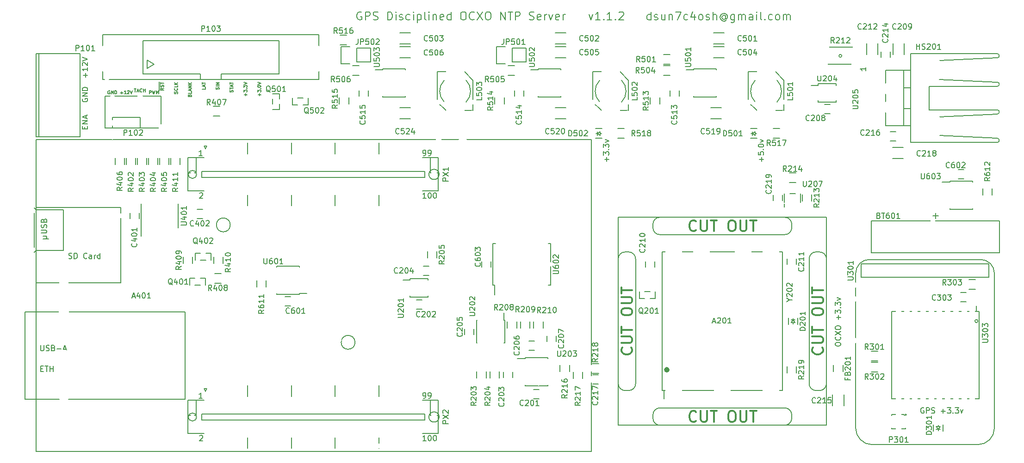
<source format=gbr>
G04 #@! TF.GenerationSoftware,KiCad,Pcbnew,(5.1.8)*
G04 #@! TF.CreationDate,2021-04-28T10:49:12-04:00*
G04 #@! TF.ProjectId,clock,636c6f63-6b2e-46b6-9963-61645f706362,rev?*
G04 #@! TF.SameCoordinates,Original*
G04 #@! TF.FileFunction,Legend,Top*
G04 #@! TF.FilePolarity,Positive*
%FSLAX46Y46*%
G04 Gerber Fmt 4.6, Leading zero omitted, Abs format (unit mm)*
G04 Created by KiCad (PCBNEW (5.1.8)) date 2021-04-28 10:49:12*
%MOMM*%
%LPD*%
G01*
G04 APERTURE LIST*
%ADD10C,0.150000*%
%ADD11C,0.127000*%
%ADD12C,0.300000*%
%ADD13C,0.508000*%
%ADD14C,1.016000*%
%ADD15R,1.000000X2.000000*%
%ADD16C,3.000000*%
%ADD17R,3.048000X4.191000*%
%ADD18C,3.175000*%
%ADD19R,1.778000X1.778000*%
%ADD20C,2.200000*%
%ADD21C,1.778000*%
%ADD22C,2.540000*%
%ADD23R,0.450000X1.450000*%
%ADD24R,1.600000X2.000000*%
%ADD25R,2.000000X1.600000*%
%ADD26C,5.080000*%
%ADD27R,3.400000X2.850000*%
%ADD28R,3.000000X3.000000*%
%ADD29C,2.040000*%
%ADD30R,2.040000X2.040000*%
%ADD31C,1.250000*%
%ADD32R,1.050000X2.200000*%
%ADD33R,1.000000X1.000000*%
%ADD34R,2.200000X0.500000*%
%ADD35R,2.400000X3.100000*%
%ADD36R,2.032000X2.032000*%
%ADD37O,2.032000X2.032000*%
%ADD38R,0.600000X1.550000*%
%ADD39R,1.550000X0.600000*%
%ADD40R,0.530000X1.980000*%
%ADD41R,1.397000X1.143000*%
%ADD42R,1.651000X2.006600*%
%ADD43R,1.450000X0.450000*%
%ADD44R,0.500000X3.000000*%
%ADD45C,1.200000*%
%ADD46C,0.800000*%
%ADD47R,1.400000X0.300000*%
%ADD48C,2.032000*%
%ADD49R,2.032000X1.727200*%
%ADD50O,2.032000X1.727200*%
%ADD51C,6.000000*%
%ADD52R,0.600000X1.400000*%
%ADD53R,1.400000X0.600000*%
%ADD54R,1.300000X1.000000*%
%ADD55R,1.000000X1.300000*%
%ADD56R,1.250000X1.300000*%
%ADD57R,1.300000X1.250000*%
%ADD58R,1.300000X1.500000*%
%ADD59R,0.700000X1.200000*%
%ADD60R,1.300000X1.200000*%
%ADD61R,1.200000X1.300000*%
%ADD62C,0.889000*%
%ADD63C,1.524000*%
%ADD64C,1.270000*%
G04 APERTURE END LIST*
D10*
X352949285Y-238387000D02*
X352854047Y-238339380D01*
X352711190Y-238339380D01*
X352568333Y-238387000D01*
X352473095Y-238482238D01*
X352425476Y-238577476D01*
X352377857Y-238767952D01*
X352377857Y-238910809D01*
X352425476Y-239101285D01*
X352473095Y-239196523D01*
X352568333Y-239291761D01*
X352711190Y-239339380D01*
X352806428Y-239339380D01*
X352949285Y-239291761D01*
X352996904Y-239244142D01*
X352996904Y-238910809D01*
X352806428Y-238910809D01*
X353425476Y-239339380D02*
X353425476Y-238339380D01*
X353806428Y-238339380D01*
X353901666Y-238387000D01*
X353949285Y-238434619D01*
X353996904Y-238529857D01*
X353996904Y-238672714D01*
X353949285Y-238767952D01*
X353901666Y-238815571D01*
X353806428Y-238863190D01*
X353425476Y-238863190D01*
X354377857Y-239291761D02*
X354520714Y-239339380D01*
X354758809Y-239339380D01*
X354854047Y-239291761D01*
X354901666Y-239244142D01*
X354949285Y-239148904D01*
X354949285Y-239053666D01*
X354901666Y-238958428D01*
X354854047Y-238910809D01*
X354758809Y-238863190D01*
X354568333Y-238815571D01*
X354473095Y-238767952D01*
X354425476Y-238720333D01*
X354377857Y-238625095D01*
X354377857Y-238529857D01*
X354425476Y-238434619D01*
X354473095Y-238387000D01*
X354568333Y-238339380D01*
X354806428Y-238339380D01*
X354949285Y-238387000D01*
X356139761Y-238958428D02*
X356901666Y-238958428D01*
X356520714Y-239339380D02*
X356520714Y-238577476D01*
X357282619Y-238339380D02*
X357901666Y-238339380D01*
X357568333Y-238720333D01*
X357711190Y-238720333D01*
X357806428Y-238767952D01*
X357854047Y-238815571D01*
X357901666Y-238910809D01*
X357901666Y-239148904D01*
X357854047Y-239244142D01*
X357806428Y-239291761D01*
X357711190Y-239339380D01*
X357425476Y-239339380D01*
X357330238Y-239291761D01*
X357282619Y-239244142D01*
X358330238Y-239244142D02*
X358377857Y-239291761D01*
X358330238Y-239339380D01*
X358282619Y-239291761D01*
X358330238Y-239244142D01*
X358330238Y-239339380D01*
X358711190Y-238339380D02*
X359330238Y-238339380D01*
X358996904Y-238720333D01*
X359139761Y-238720333D01*
X359235000Y-238767952D01*
X359282619Y-238815571D01*
X359330238Y-238910809D01*
X359330238Y-239148904D01*
X359282619Y-239244142D01*
X359235000Y-239291761D01*
X359139761Y-239339380D01*
X358854047Y-239339380D01*
X358758809Y-239291761D01*
X358711190Y-239244142D01*
X359663571Y-238672714D02*
X359901666Y-239339380D01*
X360139761Y-238672714D01*
X336764380Y-226797666D02*
X336764380Y-226607190D01*
X336812000Y-226511952D01*
X336907238Y-226416714D01*
X337097714Y-226369095D01*
X337431047Y-226369095D01*
X337621523Y-226416714D01*
X337716761Y-226511952D01*
X337764380Y-226607190D01*
X337764380Y-226797666D01*
X337716761Y-226892904D01*
X337621523Y-226988142D01*
X337431047Y-227035761D01*
X337097714Y-227035761D01*
X336907238Y-226988142D01*
X336812000Y-226892904D01*
X336764380Y-226797666D01*
X337669142Y-225369095D02*
X337716761Y-225416714D01*
X337764380Y-225559571D01*
X337764380Y-225654809D01*
X337716761Y-225797666D01*
X337621523Y-225892904D01*
X337526285Y-225940523D01*
X337335809Y-225988142D01*
X337192952Y-225988142D01*
X337002476Y-225940523D01*
X336907238Y-225892904D01*
X336812000Y-225797666D01*
X336764380Y-225654809D01*
X336764380Y-225559571D01*
X336812000Y-225416714D01*
X336859619Y-225369095D01*
X336764380Y-225035761D02*
X337764380Y-224369095D01*
X336764380Y-224369095D02*
X337764380Y-225035761D01*
X336764380Y-223797666D02*
X336764380Y-223607190D01*
X336812000Y-223511952D01*
X336907238Y-223416714D01*
X337097714Y-223369095D01*
X337431047Y-223369095D01*
X337621523Y-223416714D01*
X337716761Y-223511952D01*
X337764380Y-223607190D01*
X337764380Y-223797666D01*
X337716761Y-223892904D01*
X337621523Y-223988142D01*
X337431047Y-224035761D01*
X337097714Y-224035761D01*
X336907238Y-223988142D01*
X336812000Y-223892904D01*
X336764380Y-223797666D01*
X337383428Y-222178619D02*
X337383428Y-221416714D01*
X337764380Y-221797666D02*
X337002476Y-221797666D01*
X336764380Y-221035761D02*
X336764380Y-220416714D01*
X337145333Y-220750047D01*
X337145333Y-220607190D01*
X337192952Y-220511952D01*
X337240571Y-220464333D01*
X337335809Y-220416714D01*
X337573904Y-220416714D01*
X337669142Y-220464333D01*
X337716761Y-220511952D01*
X337764380Y-220607190D01*
X337764380Y-220892904D01*
X337716761Y-220988142D01*
X337669142Y-221035761D01*
X337669142Y-219988142D02*
X337716761Y-219940523D01*
X337764380Y-219988142D01*
X337716761Y-220035761D01*
X337669142Y-219988142D01*
X337764380Y-219988142D01*
X336764380Y-219607190D02*
X336764380Y-218988142D01*
X337145333Y-219321476D01*
X337145333Y-219178619D01*
X337192952Y-219083380D01*
X337240571Y-219035761D01*
X337335809Y-218988142D01*
X337573904Y-218988142D01*
X337669142Y-219035761D01*
X337716761Y-219083380D01*
X337764380Y-219178619D01*
X337764380Y-219464333D01*
X337716761Y-219559571D01*
X337669142Y-219607190D01*
X337097714Y-218654809D02*
X337764380Y-218416714D01*
X337097714Y-218178619D01*
X294965428Y-193214380D02*
X294965428Y-192452476D01*
X295346380Y-192833428D02*
X294584476Y-192833428D01*
X294346380Y-192071523D02*
X294346380Y-191452476D01*
X294727333Y-191785809D01*
X294727333Y-191642952D01*
X294774952Y-191547714D01*
X294822571Y-191500095D01*
X294917809Y-191452476D01*
X295155904Y-191452476D01*
X295251142Y-191500095D01*
X295298761Y-191547714D01*
X295346380Y-191642952D01*
X295346380Y-191928666D01*
X295298761Y-192023904D01*
X295251142Y-192071523D01*
X295251142Y-191023904D02*
X295298761Y-190976285D01*
X295346380Y-191023904D01*
X295298761Y-191071523D01*
X295251142Y-191023904D01*
X295346380Y-191023904D01*
X294346380Y-190642952D02*
X294346380Y-190023904D01*
X294727333Y-190357238D01*
X294727333Y-190214380D01*
X294774952Y-190119142D01*
X294822571Y-190071523D01*
X294917809Y-190023904D01*
X295155904Y-190023904D01*
X295251142Y-190071523D01*
X295298761Y-190119142D01*
X295346380Y-190214380D01*
X295346380Y-190500095D01*
X295298761Y-190595333D01*
X295251142Y-190642952D01*
X294679714Y-189690571D02*
X295346380Y-189452476D01*
X294679714Y-189214380D01*
X323286428Y-193214380D02*
X323286428Y-192452476D01*
X323667380Y-192833428D02*
X322905476Y-192833428D01*
X322667380Y-191500095D02*
X322667380Y-191976285D01*
X323143571Y-192023904D01*
X323095952Y-191976285D01*
X323048333Y-191881047D01*
X323048333Y-191642952D01*
X323095952Y-191547714D01*
X323143571Y-191500095D01*
X323238809Y-191452476D01*
X323476904Y-191452476D01*
X323572142Y-191500095D01*
X323619761Y-191547714D01*
X323667380Y-191642952D01*
X323667380Y-191881047D01*
X323619761Y-191976285D01*
X323572142Y-192023904D01*
X323572142Y-191023904D02*
X323619761Y-190976285D01*
X323667380Y-191023904D01*
X323619761Y-191071523D01*
X323572142Y-191023904D01*
X323667380Y-191023904D01*
X322667380Y-190357238D02*
X322667380Y-190262000D01*
X322715000Y-190166761D01*
X322762619Y-190119142D01*
X322857857Y-190071523D01*
X323048333Y-190023904D01*
X323286428Y-190023904D01*
X323476904Y-190071523D01*
X323572142Y-190119142D01*
X323619761Y-190166761D01*
X323667380Y-190262000D01*
X323667380Y-190357238D01*
X323619761Y-190452476D01*
X323572142Y-190500095D01*
X323476904Y-190547714D01*
X323286428Y-190595333D01*
X323048333Y-190595333D01*
X322857857Y-190547714D01*
X322762619Y-190500095D01*
X322715000Y-190452476D01*
X322667380Y-190357238D01*
X323000714Y-189690571D02*
X323667380Y-189452476D01*
X323000714Y-189214380D01*
D11*
X231436857Y-181187407D02*
X231436857Y-180730264D01*
X231665428Y-180958835D02*
X231208285Y-180958835D01*
X231065428Y-180501692D02*
X231065428Y-180130264D01*
X231294000Y-180330264D01*
X231294000Y-180244550D01*
X231322571Y-180187407D01*
X231351142Y-180158835D01*
X231408285Y-180130264D01*
X231551142Y-180130264D01*
X231608285Y-180158835D01*
X231636857Y-180187407D01*
X231665428Y-180244550D01*
X231665428Y-180415978D01*
X231636857Y-180473121D01*
X231608285Y-180501692D01*
X231608285Y-179873121D02*
X231636857Y-179844550D01*
X231665428Y-179873121D01*
X231636857Y-179901692D01*
X231608285Y-179873121D01*
X231665428Y-179873121D01*
X231065428Y-179473121D02*
X231065428Y-179415978D01*
X231094000Y-179358835D01*
X231122571Y-179330264D01*
X231179714Y-179301692D01*
X231294000Y-179273121D01*
X231436857Y-179273121D01*
X231551142Y-179301692D01*
X231608285Y-179330264D01*
X231636857Y-179358835D01*
X231665428Y-179415978D01*
X231665428Y-179473121D01*
X231636857Y-179530264D01*
X231608285Y-179558835D01*
X231551142Y-179587407D01*
X231436857Y-179615978D01*
X231294000Y-179615978D01*
X231179714Y-179587407D01*
X231122571Y-179558835D01*
X231094000Y-179530264D01*
X231065428Y-179473121D01*
X231065428Y-179101692D02*
X231665428Y-178901692D01*
X231065428Y-178701692D01*
X228896857Y-181187407D02*
X228896857Y-180730264D01*
X229125428Y-180958835D02*
X228668285Y-180958835D01*
X228525428Y-180501692D02*
X228525428Y-180130264D01*
X228754000Y-180330264D01*
X228754000Y-180244550D01*
X228782571Y-180187407D01*
X228811142Y-180158835D01*
X228868285Y-180130264D01*
X229011142Y-180130264D01*
X229068285Y-180158835D01*
X229096857Y-180187407D01*
X229125428Y-180244550D01*
X229125428Y-180415978D01*
X229096857Y-180473121D01*
X229068285Y-180501692D01*
X229068285Y-179873121D02*
X229096857Y-179844550D01*
X229125428Y-179873121D01*
X229096857Y-179901692D01*
X229068285Y-179873121D01*
X229125428Y-179873121D01*
X228525428Y-179644550D02*
X228525428Y-179273121D01*
X228754000Y-179473121D01*
X228754000Y-179387407D01*
X228782571Y-179330264D01*
X228811142Y-179301692D01*
X228868285Y-179273121D01*
X229011142Y-179273121D01*
X229068285Y-179301692D01*
X229096857Y-179330264D01*
X229125428Y-179387407D01*
X229125428Y-179558835D01*
X229096857Y-179615978D01*
X229068285Y-179644550D01*
X228525428Y-179101692D02*
X229125428Y-178901692D01*
X228525428Y-178701692D01*
X226556857Y-180530264D02*
X226585428Y-180444550D01*
X226585428Y-180301692D01*
X226556857Y-180244550D01*
X226528285Y-180215978D01*
X226471142Y-180187407D01*
X226414000Y-180187407D01*
X226356857Y-180215978D01*
X226328285Y-180244550D01*
X226299714Y-180301692D01*
X226271142Y-180415978D01*
X226242571Y-180473121D01*
X226214000Y-180501692D01*
X226156857Y-180530264D01*
X226099714Y-180530264D01*
X226042571Y-180501692D01*
X226014000Y-180473121D01*
X225985428Y-180415978D01*
X225985428Y-180273121D01*
X226014000Y-180187407D01*
X225985428Y-180015978D02*
X225985428Y-179673121D01*
X226585428Y-179844550D02*
X225985428Y-179844550D01*
X226414000Y-179501692D02*
X226414000Y-179215978D01*
X226585428Y-179558835D02*
X225985428Y-179358835D01*
X226585428Y-179158835D01*
X225985428Y-179044550D02*
X225985428Y-178701692D01*
X226585428Y-178873121D02*
X225985428Y-178873121D01*
X213016900Y-180273121D02*
X213016900Y-179673121D01*
X213885428Y-179787407D02*
X213599714Y-179987407D01*
X213885428Y-180130264D02*
X213285428Y-180130264D01*
X213285428Y-179901692D01*
X213314000Y-179844550D01*
X213342571Y-179815978D01*
X213399714Y-179787407D01*
X213485428Y-179787407D01*
X213542571Y-179815978D01*
X213571142Y-179844550D01*
X213599714Y-179901692D01*
X213599714Y-180130264D01*
X213016900Y-179673121D02*
X213016900Y-179101692D01*
X213856857Y-179558835D02*
X213885428Y-179473121D01*
X213885428Y-179330264D01*
X213856857Y-179273121D01*
X213828285Y-179244550D01*
X213771142Y-179215978D01*
X213714000Y-179215978D01*
X213656857Y-179244550D01*
X213628285Y-179273121D01*
X213599714Y-179330264D01*
X213571142Y-179444550D01*
X213542571Y-179501692D01*
X213514000Y-179530264D01*
X213456857Y-179558835D01*
X213399714Y-179558835D01*
X213342571Y-179530264D01*
X213314000Y-179501692D01*
X213285428Y-179444550D01*
X213285428Y-179301692D01*
X213314000Y-179215978D01*
X213016900Y-179101692D02*
X213016900Y-178644550D01*
X213285428Y-179044550D02*
X213285428Y-178701692D01*
X213885428Y-178873121D02*
X213285428Y-178873121D01*
X211247142Y-180865428D02*
X211247142Y-180265428D01*
X211475714Y-180265428D01*
X211532857Y-180294000D01*
X211561428Y-180322571D01*
X211590000Y-180379714D01*
X211590000Y-180465428D01*
X211561428Y-180522571D01*
X211532857Y-180551142D01*
X211475714Y-180579714D01*
X211247142Y-180579714D01*
X211790000Y-180265428D02*
X211932857Y-180865428D01*
X212047142Y-180436857D01*
X212161428Y-180865428D01*
X212304285Y-180265428D01*
X212532857Y-180865428D02*
X212532857Y-180265428D01*
X212732857Y-180694000D01*
X212932857Y-180265428D01*
X212932857Y-180865428D01*
X208507142Y-179884428D02*
X208850000Y-179884428D01*
X208678571Y-180484428D02*
X208678571Y-179884428D01*
X209021428Y-180313000D02*
X209307142Y-180313000D01*
X208964285Y-180484428D02*
X209164285Y-179884428D01*
X209364285Y-180484428D01*
X209907142Y-180427285D02*
X209878571Y-180455857D01*
X209792857Y-180484428D01*
X209735714Y-180484428D01*
X209650000Y-180455857D01*
X209592857Y-180398714D01*
X209564285Y-180341571D01*
X209535714Y-180227285D01*
X209535714Y-180141571D01*
X209564285Y-180027285D01*
X209592857Y-179970142D01*
X209650000Y-179913000D01*
X209735714Y-179884428D01*
X209792857Y-179884428D01*
X209878571Y-179913000D01*
X209907142Y-179941571D01*
X210164285Y-180484428D02*
X210164285Y-179884428D01*
X210164285Y-180170142D02*
X210507142Y-180170142D01*
X210507142Y-180484428D02*
X210507142Y-179884428D01*
X205952857Y-180636857D02*
X206410000Y-180636857D01*
X206181428Y-180865428D02*
X206181428Y-180408285D01*
X207010000Y-180865428D02*
X206667142Y-180865428D01*
X206838571Y-180865428D02*
X206838571Y-180265428D01*
X206781428Y-180351142D01*
X206724285Y-180408285D01*
X206667142Y-180436857D01*
X207238571Y-180322571D02*
X207267142Y-180294000D01*
X207324285Y-180265428D01*
X207467142Y-180265428D01*
X207524285Y-180294000D01*
X207552857Y-180322571D01*
X207581428Y-180379714D01*
X207581428Y-180436857D01*
X207552857Y-180522571D01*
X207210000Y-180865428D01*
X207581428Y-180865428D01*
X207752857Y-180265428D02*
X207952857Y-180865428D01*
X208152857Y-180265428D01*
X204012857Y-180294000D02*
X203955714Y-180265428D01*
X203870000Y-180265428D01*
X203784285Y-180294000D01*
X203727142Y-180351142D01*
X203698571Y-180408285D01*
X203670000Y-180522571D01*
X203670000Y-180608285D01*
X203698571Y-180722571D01*
X203727142Y-180779714D01*
X203784285Y-180836857D01*
X203870000Y-180865428D01*
X203927142Y-180865428D01*
X204012857Y-180836857D01*
X204041428Y-180808285D01*
X204041428Y-180608285D01*
X203927142Y-180608285D01*
X204298571Y-180865428D02*
X204298571Y-180265428D01*
X204641428Y-180865428D01*
X204641428Y-180265428D01*
X204927142Y-180865428D02*
X204927142Y-180265428D01*
X205070000Y-180265428D01*
X205155714Y-180294000D01*
X205212857Y-180351142D01*
X205241428Y-180408285D01*
X205270000Y-180522571D01*
X205270000Y-180608285D01*
X205241428Y-180722571D01*
X205212857Y-180779714D01*
X205155714Y-180836857D01*
X205070000Y-180865428D01*
X204927142Y-180865428D01*
D10*
X199588428Y-177783904D02*
X199588428Y-177022000D01*
X199969380Y-177402952D02*
X199207476Y-177402952D01*
X199969380Y-176022000D02*
X199969380Y-176593428D01*
X199969380Y-176307714D02*
X198969380Y-176307714D01*
X199112238Y-176402952D01*
X199207476Y-176498190D01*
X199255095Y-176593428D01*
X199064619Y-175641047D02*
X199017000Y-175593428D01*
X198969380Y-175498190D01*
X198969380Y-175260095D01*
X199017000Y-175164857D01*
X199064619Y-175117238D01*
X199159857Y-175069619D01*
X199255095Y-175069619D01*
X199397952Y-175117238D01*
X199969380Y-175688666D01*
X199969380Y-175069619D01*
X198969380Y-174783904D02*
X199969380Y-174450571D01*
X198969380Y-174117238D01*
X199017000Y-181736904D02*
X198969380Y-181832142D01*
X198969380Y-181975000D01*
X199017000Y-182117857D01*
X199112238Y-182213095D01*
X199207476Y-182260714D01*
X199397952Y-182308333D01*
X199540809Y-182308333D01*
X199731285Y-182260714D01*
X199826523Y-182213095D01*
X199921761Y-182117857D01*
X199969380Y-181975000D01*
X199969380Y-181879761D01*
X199921761Y-181736904D01*
X199874142Y-181689285D01*
X199540809Y-181689285D01*
X199540809Y-181879761D01*
X199969380Y-181260714D02*
X198969380Y-181260714D01*
X199969380Y-180689285D01*
X198969380Y-180689285D01*
X199969380Y-180213095D02*
X198969380Y-180213095D01*
X198969380Y-179975000D01*
X199017000Y-179832142D01*
X199112238Y-179736904D01*
X199207476Y-179689285D01*
X199397952Y-179641666D01*
X199540809Y-179641666D01*
X199731285Y-179689285D01*
X199826523Y-179736904D01*
X199921761Y-179832142D01*
X199969380Y-179975000D01*
X199969380Y-180213095D01*
X199445571Y-187221666D02*
X199445571Y-186888333D01*
X199969380Y-186745476D02*
X199969380Y-187221666D01*
X198969380Y-187221666D01*
X198969380Y-186745476D01*
X199969380Y-186316904D02*
X198969380Y-186316904D01*
X199969380Y-185745476D01*
X198969380Y-185745476D01*
X199683666Y-185316904D02*
X199683666Y-184840714D01*
X199969380Y-185412142D02*
X198969380Y-185078809D01*
X199969380Y-184745476D01*
D11*
X224016857Y-180015978D02*
X224045428Y-179930264D01*
X224045428Y-179787407D01*
X224016857Y-179730264D01*
X223988285Y-179701692D01*
X223931142Y-179673121D01*
X223874000Y-179673121D01*
X223816857Y-179701692D01*
X223788285Y-179730264D01*
X223759714Y-179787407D01*
X223731142Y-179901692D01*
X223702571Y-179958835D01*
X223674000Y-179987407D01*
X223616857Y-180015978D01*
X223559714Y-180015978D01*
X223502571Y-179987407D01*
X223474000Y-179958835D01*
X223445428Y-179901692D01*
X223445428Y-179758835D01*
X223474000Y-179673121D01*
X224045428Y-179415978D02*
X223445428Y-179415978D01*
X224045428Y-179130264D02*
X223445428Y-179130264D01*
X224045428Y-178787407D01*
X223445428Y-178787407D01*
X221505428Y-179673121D02*
X221505428Y-179958835D01*
X220905428Y-179958835D01*
X221334000Y-179501692D02*
X221334000Y-179215978D01*
X221505428Y-179558835D02*
X220905428Y-179358835D01*
X221505428Y-179158835D01*
X220905428Y-179044550D02*
X220905428Y-178701692D01*
X221505428Y-178873121D02*
X220905428Y-178873121D01*
X218651142Y-181130264D02*
X218679714Y-181044550D01*
X218708285Y-181015978D01*
X218765428Y-180987407D01*
X218851142Y-180987407D01*
X218908285Y-181015978D01*
X218936857Y-181044550D01*
X218965428Y-181101692D01*
X218965428Y-181330264D01*
X218365428Y-181330264D01*
X218365428Y-181130264D01*
X218394000Y-181073121D01*
X218422571Y-181044550D01*
X218479714Y-181015978D01*
X218536857Y-181015978D01*
X218594000Y-181044550D01*
X218622571Y-181073121D01*
X218651142Y-181130264D01*
X218651142Y-181330264D01*
X218965428Y-180444550D02*
X218965428Y-180730264D01*
X218365428Y-180730264D01*
X218794000Y-180273121D02*
X218794000Y-179987407D01*
X218965428Y-180330264D02*
X218365428Y-180130264D01*
X218965428Y-179930264D01*
X218965428Y-179730264D02*
X218365428Y-179730264D01*
X218965428Y-179387407D01*
X218365428Y-179387407D01*
X218965428Y-179101692D02*
X218365428Y-179101692D01*
X218965428Y-178758835D02*
X218622571Y-179015978D01*
X218365428Y-178758835D02*
X218708285Y-179101692D01*
X216396857Y-180787407D02*
X216425428Y-180701692D01*
X216425428Y-180558835D01*
X216396857Y-180501692D01*
X216368285Y-180473121D01*
X216311142Y-180444550D01*
X216254000Y-180444550D01*
X216196857Y-180473121D01*
X216168285Y-180501692D01*
X216139714Y-180558835D01*
X216111142Y-180673121D01*
X216082571Y-180730264D01*
X216054000Y-180758835D01*
X215996857Y-180787407D01*
X215939714Y-180787407D01*
X215882571Y-180758835D01*
X215854000Y-180730264D01*
X215825428Y-180673121D01*
X215825428Y-180530264D01*
X215854000Y-180444550D01*
X216368285Y-179844550D02*
X216396857Y-179873121D01*
X216425428Y-179958835D01*
X216425428Y-180015978D01*
X216396857Y-180101692D01*
X216339714Y-180158835D01*
X216282571Y-180187407D01*
X216168285Y-180215978D01*
X216082571Y-180215978D01*
X215968285Y-180187407D01*
X215911142Y-180158835D01*
X215854000Y-180101692D01*
X215825428Y-180015978D01*
X215825428Y-179958835D01*
X215854000Y-179873121D01*
X215882571Y-179844550D01*
X216425428Y-179301692D02*
X216425428Y-179587407D01*
X215825428Y-179587407D01*
X216425428Y-179101692D02*
X215825428Y-179101692D01*
X216425428Y-178758835D02*
X216082571Y-179015978D01*
X215825428Y-178758835D02*
X216168285Y-179101692D01*
D12*
X334343285Y-227313523D02*
X334438523Y-227408761D01*
X334533761Y-227694476D01*
X334533761Y-227884952D01*
X334438523Y-228170666D01*
X334248047Y-228361142D01*
X334057571Y-228456380D01*
X333676619Y-228551619D01*
X333390904Y-228551619D01*
X333009952Y-228456380D01*
X332819476Y-228361142D01*
X332629000Y-228170666D01*
X332533761Y-227884952D01*
X332533761Y-227694476D01*
X332629000Y-227408761D01*
X332724238Y-227313523D01*
X332533761Y-226456380D02*
X334152809Y-226456380D01*
X334343285Y-226361142D01*
X334438523Y-226265904D01*
X334533761Y-226075428D01*
X334533761Y-225694476D01*
X334438523Y-225504000D01*
X334343285Y-225408761D01*
X334152809Y-225313523D01*
X332533761Y-225313523D01*
X332533761Y-224646857D02*
X332533761Y-223504000D01*
X334533761Y-224075428D02*
X332533761Y-224075428D01*
X332533761Y-220932571D02*
X332533761Y-220551619D01*
X332629000Y-220361142D01*
X332819476Y-220170666D01*
X333200428Y-220075428D01*
X333867095Y-220075428D01*
X334248047Y-220170666D01*
X334438523Y-220361142D01*
X334533761Y-220551619D01*
X334533761Y-220932571D01*
X334438523Y-221123047D01*
X334248047Y-221313523D01*
X333867095Y-221408761D01*
X333200428Y-221408761D01*
X332819476Y-221313523D01*
X332629000Y-221123047D01*
X332533761Y-220932571D01*
X332533761Y-219218285D02*
X334152809Y-219218285D01*
X334343285Y-219123047D01*
X334438523Y-219027809D01*
X334533761Y-218837333D01*
X334533761Y-218456380D01*
X334438523Y-218265904D01*
X334343285Y-218170666D01*
X334152809Y-218075428D01*
X332533761Y-218075428D01*
X332533761Y-217408761D02*
X332533761Y-216265904D01*
X334533761Y-216837333D02*
X332533761Y-216837333D01*
X299418285Y-227313523D02*
X299513523Y-227408761D01*
X299608761Y-227694476D01*
X299608761Y-227884952D01*
X299513523Y-228170666D01*
X299323047Y-228361142D01*
X299132571Y-228456380D01*
X298751619Y-228551619D01*
X298465904Y-228551619D01*
X298084952Y-228456380D01*
X297894476Y-228361142D01*
X297704000Y-228170666D01*
X297608761Y-227884952D01*
X297608761Y-227694476D01*
X297704000Y-227408761D01*
X297799238Y-227313523D01*
X297608761Y-226456380D02*
X299227809Y-226456380D01*
X299418285Y-226361142D01*
X299513523Y-226265904D01*
X299608761Y-226075428D01*
X299608761Y-225694476D01*
X299513523Y-225504000D01*
X299418285Y-225408761D01*
X299227809Y-225313523D01*
X297608761Y-225313523D01*
X297608761Y-224646857D02*
X297608761Y-223504000D01*
X299608761Y-224075428D02*
X297608761Y-224075428D01*
X297608761Y-220932571D02*
X297608761Y-220551619D01*
X297704000Y-220361142D01*
X297894476Y-220170666D01*
X298275428Y-220075428D01*
X298942095Y-220075428D01*
X299323047Y-220170666D01*
X299513523Y-220361142D01*
X299608761Y-220551619D01*
X299608761Y-220932571D01*
X299513523Y-221123047D01*
X299323047Y-221313523D01*
X298942095Y-221408761D01*
X298275428Y-221408761D01*
X297894476Y-221313523D01*
X297704000Y-221123047D01*
X297608761Y-220932571D01*
X297608761Y-219218285D02*
X299227809Y-219218285D01*
X299418285Y-219123047D01*
X299513523Y-219027809D01*
X299608761Y-218837333D01*
X299608761Y-218456380D01*
X299513523Y-218265904D01*
X299418285Y-218170666D01*
X299227809Y-218075428D01*
X297608761Y-218075428D01*
X297608761Y-217408761D02*
X297608761Y-216265904D01*
X299608761Y-216837333D02*
X297608761Y-216837333D01*
X311293476Y-205819285D02*
X311198238Y-205914523D01*
X310912523Y-206009761D01*
X310722047Y-206009761D01*
X310436333Y-205914523D01*
X310245857Y-205724047D01*
X310150619Y-205533571D01*
X310055380Y-205152619D01*
X310055380Y-204866904D01*
X310150619Y-204485952D01*
X310245857Y-204295476D01*
X310436333Y-204105000D01*
X310722047Y-204009761D01*
X310912523Y-204009761D01*
X311198238Y-204105000D01*
X311293476Y-204200238D01*
X312150619Y-204009761D02*
X312150619Y-205628809D01*
X312245857Y-205819285D01*
X312341095Y-205914523D01*
X312531571Y-206009761D01*
X312912523Y-206009761D01*
X313103000Y-205914523D01*
X313198238Y-205819285D01*
X313293476Y-205628809D01*
X313293476Y-204009761D01*
X313960142Y-204009761D02*
X315103000Y-204009761D01*
X314531571Y-206009761D02*
X314531571Y-204009761D01*
X317674428Y-204009761D02*
X318055380Y-204009761D01*
X318245857Y-204105000D01*
X318436333Y-204295476D01*
X318531571Y-204676428D01*
X318531571Y-205343095D01*
X318436333Y-205724047D01*
X318245857Y-205914523D01*
X318055380Y-206009761D01*
X317674428Y-206009761D01*
X317483952Y-205914523D01*
X317293476Y-205724047D01*
X317198238Y-205343095D01*
X317198238Y-204676428D01*
X317293476Y-204295476D01*
X317483952Y-204105000D01*
X317674428Y-204009761D01*
X319388714Y-204009761D02*
X319388714Y-205628809D01*
X319483952Y-205819285D01*
X319579190Y-205914523D01*
X319769666Y-206009761D01*
X320150619Y-206009761D01*
X320341095Y-205914523D01*
X320436333Y-205819285D01*
X320531571Y-205628809D01*
X320531571Y-204009761D01*
X321198238Y-204009761D02*
X322341095Y-204009761D01*
X321769666Y-206009761D02*
X321769666Y-204009761D01*
X311293476Y-240744285D02*
X311198238Y-240839523D01*
X310912523Y-240934761D01*
X310722047Y-240934761D01*
X310436333Y-240839523D01*
X310245857Y-240649047D01*
X310150619Y-240458571D01*
X310055380Y-240077619D01*
X310055380Y-239791904D01*
X310150619Y-239410952D01*
X310245857Y-239220476D01*
X310436333Y-239030000D01*
X310722047Y-238934761D01*
X310912523Y-238934761D01*
X311198238Y-239030000D01*
X311293476Y-239125238D01*
X312150619Y-238934761D02*
X312150619Y-240553809D01*
X312245857Y-240744285D01*
X312341095Y-240839523D01*
X312531571Y-240934761D01*
X312912523Y-240934761D01*
X313103000Y-240839523D01*
X313198238Y-240744285D01*
X313293476Y-240553809D01*
X313293476Y-238934761D01*
X313960142Y-238934761D02*
X315103000Y-238934761D01*
X314531571Y-240934761D02*
X314531571Y-238934761D01*
X317674428Y-238934761D02*
X318055380Y-238934761D01*
X318245857Y-239030000D01*
X318436333Y-239220476D01*
X318531571Y-239601428D01*
X318531571Y-240268095D01*
X318436333Y-240649047D01*
X318245857Y-240839523D01*
X318055380Y-240934761D01*
X317674428Y-240934761D01*
X317483952Y-240839523D01*
X317293476Y-240649047D01*
X317198238Y-240268095D01*
X317198238Y-239601428D01*
X317293476Y-239220476D01*
X317483952Y-239030000D01*
X317674428Y-238934761D01*
X319388714Y-238934761D02*
X319388714Y-240553809D01*
X319483952Y-240744285D01*
X319579190Y-240839523D01*
X319769666Y-240934761D01*
X320150619Y-240934761D01*
X320341095Y-240839523D01*
X320436333Y-240744285D01*
X320531571Y-240553809D01*
X320531571Y-238934761D01*
X321198238Y-238934761D02*
X322341095Y-238934761D01*
X321769666Y-240934761D02*
X321769666Y-238934761D01*
D10*
X250081142Y-165874000D02*
X249938285Y-165802571D01*
X249724000Y-165802571D01*
X249509714Y-165874000D01*
X249366857Y-166016857D01*
X249295428Y-166159714D01*
X249224000Y-166445428D01*
X249224000Y-166659714D01*
X249295428Y-166945428D01*
X249366857Y-167088285D01*
X249509714Y-167231142D01*
X249724000Y-167302571D01*
X249866857Y-167302571D01*
X250081142Y-167231142D01*
X250152571Y-167159714D01*
X250152571Y-166659714D01*
X249866857Y-166659714D01*
X250795428Y-167302571D02*
X250795428Y-165802571D01*
X251366857Y-165802571D01*
X251509714Y-165874000D01*
X251581142Y-165945428D01*
X251652571Y-166088285D01*
X251652571Y-166302571D01*
X251581142Y-166445428D01*
X251509714Y-166516857D01*
X251366857Y-166588285D01*
X250795428Y-166588285D01*
X252224000Y-167231142D02*
X252438285Y-167302571D01*
X252795428Y-167302571D01*
X252938285Y-167231142D01*
X253009714Y-167159714D01*
X253081142Y-167016857D01*
X253081142Y-166874000D01*
X253009714Y-166731142D01*
X252938285Y-166659714D01*
X252795428Y-166588285D01*
X252509714Y-166516857D01*
X252366857Y-166445428D01*
X252295428Y-166374000D01*
X252224000Y-166231142D01*
X252224000Y-166088285D01*
X252295428Y-165945428D01*
X252366857Y-165874000D01*
X252509714Y-165802571D01*
X252866857Y-165802571D01*
X253081142Y-165874000D01*
X254866857Y-167302571D02*
X254866857Y-165802571D01*
X255224000Y-165802571D01*
X255438285Y-165874000D01*
X255581142Y-166016857D01*
X255652571Y-166159714D01*
X255724000Y-166445428D01*
X255724000Y-166659714D01*
X255652571Y-166945428D01*
X255581142Y-167088285D01*
X255438285Y-167231142D01*
X255224000Y-167302571D01*
X254866857Y-167302571D01*
X256366857Y-167302571D02*
X256366857Y-166302571D01*
X256366857Y-165802571D02*
X256295428Y-165874000D01*
X256366857Y-165945428D01*
X256438285Y-165874000D01*
X256366857Y-165802571D01*
X256366857Y-165945428D01*
X257009714Y-167231142D02*
X257152571Y-167302571D01*
X257438285Y-167302571D01*
X257581142Y-167231142D01*
X257652571Y-167088285D01*
X257652571Y-167016857D01*
X257581142Y-166874000D01*
X257438285Y-166802571D01*
X257224000Y-166802571D01*
X257081142Y-166731142D01*
X257009714Y-166588285D01*
X257009714Y-166516857D01*
X257081142Y-166374000D01*
X257224000Y-166302571D01*
X257438285Y-166302571D01*
X257581142Y-166374000D01*
X258938285Y-167231142D02*
X258795428Y-167302571D01*
X258509714Y-167302571D01*
X258366857Y-167231142D01*
X258295428Y-167159714D01*
X258224000Y-167016857D01*
X258224000Y-166588285D01*
X258295428Y-166445428D01*
X258366857Y-166374000D01*
X258509714Y-166302571D01*
X258795428Y-166302571D01*
X258938285Y-166374000D01*
X259581142Y-167302571D02*
X259581142Y-166302571D01*
X259581142Y-165802571D02*
X259509714Y-165874000D01*
X259581142Y-165945428D01*
X259652571Y-165874000D01*
X259581142Y-165802571D01*
X259581142Y-165945428D01*
X260295428Y-166302571D02*
X260295428Y-167802571D01*
X260295428Y-166374000D02*
X260438285Y-166302571D01*
X260724000Y-166302571D01*
X260866857Y-166374000D01*
X260938285Y-166445428D01*
X261009714Y-166588285D01*
X261009714Y-167016857D01*
X260938285Y-167159714D01*
X260866857Y-167231142D01*
X260724000Y-167302571D01*
X260438285Y-167302571D01*
X260295428Y-167231142D01*
X261866857Y-167302571D02*
X261724000Y-167231142D01*
X261652571Y-167088285D01*
X261652571Y-165802571D01*
X262438285Y-167302571D02*
X262438285Y-166302571D01*
X262438285Y-165802571D02*
X262366857Y-165874000D01*
X262438285Y-165945428D01*
X262509714Y-165874000D01*
X262438285Y-165802571D01*
X262438285Y-165945428D01*
X263152571Y-166302571D02*
X263152571Y-167302571D01*
X263152571Y-166445428D02*
X263224000Y-166374000D01*
X263366857Y-166302571D01*
X263581142Y-166302571D01*
X263724000Y-166374000D01*
X263795428Y-166516857D01*
X263795428Y-167302571D01*
X265081142Y-167231142D02*
X264938285Y-167302571D01*
X264652571Y-167302571D01*
X264509714Y-167231142D01*
X264438285Y-167088285D01*
X264438285Y-166516857D01*
X264509714Y-166374000D01*
X264652571Y-166302571D01*
X264938285Y-166302571D01*
X265081142Y-166374000D01*
X265152571Y-166516857D01*
X265152571Y-166659714D01*
X264438285Y-166802571D01*
X266438285Y-167302571D02*
X266438285Y-165802571D01*
X266438285Y-167231142D02*
X266295428Y-167302571D01*
X266009714Y-167302571D01*
X265866857Y-167231142D01*
X265795428Y-167159714D01*
X265724000Y-167016857D01*
X265724000Y-166588285D01*
X265795428Y-166445428D01*
X265866857Y-166374000D01*
X266009714Y-166302571D01*
X266295428Y-166302571D01*
X266438285Y-166374000D01*
X268581142Y-165802571D02*
X268866857Y-165802571D01*
X269009714Y-165874000D01*
X269152571Y-166016857D01*
X269224000Y-166302571D01*
X269224000Y-166802571D01*
X269152571Y-167088285D01*
X269009714Y-167231142D01*
X268866857Y-167302571D01*
X268581142Y-167302571D01*
X268438285Y-167231142D01*
X268295428Y-167088285D01*
X268224000Y-166802571D01*
X268224000Y-166302571D01*
X268295428Y-166016857D01*
X268438285Y-165874000D01*
X268581142Y-165802571D01*
X270724000Y-167159714D02*
X270652571Y-167231142D01*
X270438285Y-167302571D01*
X270295428Y-167302571D01*
X270081142Y-167231142D01*
X269938285Y-167088285D01*
X269866857Y-166945428D01*
X269795428Y-166659714D01*
X269795428Y-166445428D01*
X269866857Y-166159714D01*
X269938285Y-166016857D01*
X270081142Y-165874000D01*
X270295428Y-165802571D01*
X270438285Y-165802571D01*
X270652571Y-165874000D01*
X270724000Y-165945428D01*
X271224000Y-165802571D02*
X272224000Y-167302571D01*
X272224000Y-165802571D02*
X271224000Y-167302571D01*
X273081142Y-165802571D02*
X273366857Y-165802571D01*
X273509714Y-165874000D01*
X273652571Y-166016857D01*
X273724000Y-166302571D01*
X273724000Y-166802571D01*
X273652571Y-167088285D01*
X273509714Y-167231142D01*
X273366857Y-167302571D01*
X273081142Y-167302571D01*
X272938285Y-167231142D01*
X272795428Y-167088285D01*
X272724000Y-166802571D01*
X272724000Y-166302571D01*
X272795428Y-166016857D01*
X272938285Y-165874000D01*
X273081142Y-165802571D01*
X275509714Y-167302571D02*
X275509714Y-165802571D01*
X276366857Y-167302571D01*
X276366857Y-165802571D01*
X276866857Y-165802571D02*
X277724000Y-165802571D01*
X277295428Y-167302571D02*
X277295428Y-165802571D01*
X278224000Y-167302571D02*
X278224000Y-165802571D01*
X278795428Y-165802571D01*
X278938285Y-165874000D01*
X279009714Y-165945428D01*
X279081142Y-166088285D01*
X279081142Y-166302571D01*
X279009714Y-166445428D01*
X278938285Y-166516857D01*
X278795428Y-166588285D01*
X278224000Y-166588285D01*
X280795428Y-167231142D02*
X281009714Y-167302571D01*
X281366857Y-167302571D01*
X281509714Y-167231142D01*
X281581142Y-167159714D01*
X281652571Y-167016857D01*
X281652571Y-166874000D01*
X281581142Y-166731142D01*
X281509714Y-166659714D01*
X281366857Y-166588285D01*
X281081142Y-166516857D01*
X280938285Y-166445428D01*
X280866857Y-166374000D01*
X280795428Y-166231142D01*
X280795428Y-166088285D01*
X280866857Y-165945428D01*
X280938285Y-165874000D01*
X281081142Y-165802571D01*
X281438285Y-165802571D01*
X281652571Y-165874000D01*
X282866857Y-167231142D02*
X282724000Y-167302571D01*
X282438285Y-167302571D01*
X282295428Y-167231142D01*
X282224000Y-167088285D01*
X282224000Y-166516857D01*
X282295428Y-166374000D01*
X282438285Y-166302571D01*
X282724000Y-166302571D01*
X282866857Y-166374000D01*
X282938285Y-166516857D01*
X282938285Y-166659714D01*
X282224000Y-166802571D01*
X283581142Y-167302571D02*
X283581142Y-166302571D01*
X283581142Y-166588285D02*
X283652571Y-166445428D01*
X283724000Y-166374000D01*
X283866857Y-166302571D01*
X284009714Y-166302571D01*
X284366857Y-166302571D02*
X284724000Y-167302571D01*
X285081142Y-166302571D01*
X286224000Y-167231142D02*
X286081142Y-167302571D01*
X285795428Y-167302571D01*
X285652571Y-167231142D01*
X285581142Y-167088285D01*
X285581142Y-166516857D01*
X285652571Y-166374000D01*
X285795428Y-166302571D01*
X286081142Y-166302571D01*
X286224000Y-166374000D01*
X286295428Y-166516857D01*
X286295428Y-166659714D01*
X285581142Y-166802571D01*
X286938285Y-167302571D02*
X286938285Y-166302571D01*
X286938285Y-166588285D02*
X287009714Y-166445428D01*
X287081142Y-166374000D01*
X287224000Y-166302571D01*
X287366857Y-166302571D01*
X291679714Y-166302571D02*
X292036857Y-167302571D01*
X292394000Y-166302571D01*
X293751142Y-167302571D02*
X292894000Y-167302571D01*
X293322571Y-167302571D02*
X293322571Y-165802571D01*
X293179714Y-166016857D01*
X293036857Y-166159714D01*
X292894000Y-166231142D01*
X294394000Y-167159714D02*
X294465428Y-167231142D01*
X294394000Y-167302571D01*
X294322571Y-167231142D01*
X294394000Y-167159714D01*
X294394000Y-167302571D01*
X295894000Y-167302571D02*
X295036857Y-167302571D01*
X295465428Y-167302571D02*
X295465428Y-165802571D01*
X295322571Y-166016857D01*
X295179714Y-166159714D01*
X295036857Y-166231142D01*
X296536857Y-167159714D02*
X296608285Y-167231142D01*
X296536857Y-167302571D01*
X296465428Y-167231142D01*
X296536857Y-167159714D01*
X296536857Y-167302571D01*
X297179714Y-165945428D02*
X297251142Y-165874000D01*
X297394000Y-165802571D01*
X297751142Y-165802571D01*
X297894000Y-165874000D01*
X297965428Y-165945428D01*
X298036857Y-166088285D01*
X298036857Y-166231142D01*
X297965428Y-166445428D01*
X297108285Y-167302571D01*
X298036857Y-167302571D01*
X303039428Y-167302571D02*
X303039428Y-165802571D01*
X303039428Y-167231142D02*
X302896571Y-167302571D01*
X302610857Y-167302571D01*
X302468000Y-167231142D01*
X302396571Y-167159714D01*
X302325142Y-167016857D01*
X302325142Y-166588285D01*
X302396571Y-166445428D01*
X302468000Y-166374000D01*
X302610857Y-166302571D01*
X302896571Y-166302571D01*
X303039428Y-166374000D01*
X303682285Y-167231142D02*
X303825142Y-167302571D01*
X304110857Y-167302571D01*
X304253714Y-167231142D01*
X304325142Y-167088285D01*
X304325142Y-167016857D01*
X304253714Y-166874000D01*
X304110857Y-166802571D01*
X303896571Y-166802571D01*
X303753714Y-166731142D01*
X303682285Y-166588285D01*
X303682285Y-166516857D01*
X303753714Y-166374000D01*
X303896571Y-166302571D01*
X304110857Y-166302571D01*
X304253714Y-166374000D01*
X305610857Y-166302571D02*
X305610857Y-167302571D01*
X304968000Y-166302571D02*
X304968000Y-167088285D01*
X305039428Y-167231142D01*
X305182285Y-167302571D01*
X305396571Y-167302571D01*
X305539428Y-167231142D01*
X305610857Y-167159714D01*
X306325142Y-166302571D02*
X306325142Y-167302571D01*
X306325142Y-166445428D02*
X306396571Y-166374000D01*
X306539428Y-166302571D01*
X306753714Y-166302571D01*
X306896571Y-166374000D01*
X306968000Y-166516857D01*
X306968000Y-167302571D01*
X307539428Y-165802571D02*
X308539428Y-165802571D01*
X307896571Y-167302571D01*
X309753714Y-167231142D02*
X309610857Y-167302571D01*
X309325142Y-167302571D01*
X309182285Y-167231142D01*
X309110857Y-167159714D01*
X309039428Y-167016857D01*
X309039428Y-166588285D01*
X309110857Y-166445428D01*
X309182285Y-166374000D01*
X309325142Y-166302571D01*
X309610857Y-166302571D01*
X309753714Y-166374000D01*
X311039428Y-166302571D02*
X311039428Y-167302571D01*
X310682285Y-165731142D02*
X310325142Y-166802571D01*
X311253714Y-166802571D01*
X312039428Y-167302571D02*
X311896571Y-167231142D01*
X311825142Y-167159714D01*
X311753714Y-167016857D01*
X311753714Y-166588285D01*
X311825142Y-166445428D01*
X311896571Y-166374000D01*
X312039428Y-166302571D01*
X312253714Y-166302571D01*
X312396571Y-166374000D01*
X312468000Y-166445428D01*
X312539428Y-166588285D01*
X312539428Y-167016857D01*
X312468000Y-167159714D01*
X312396571Y-167231142D01*
X312253714Y-167302571D01*
X312039428Y-167302571D01*
X313110857Y-167231142D02*
X313253714Y-167302571D01*
X313539428Y-167302571D01*
X313682285Y-167231142D01*
X313753714Y-167088285D01*
X313753714Y-167016857D01*
X313682285Y-166874000D01*
X313539428Y-166802571D01*
X313325142Y-166802571D01*
X313182285Y-166731142D01*
X313110857Y-166588285D01*
X313110857Y-166516857D01*
X313182285Y-166374000D01*
X313325142Y-166302571D01*
X313539428Y-166302571D01*
X313682285Y-166374000D01*
X314396571Y-167302571D02*
X314396571Y-165802571D01*
X315039428Y-167302571D02*
X315039428Y-166516857D01*
X314968000Y-166374000D01*
X314825142Y-166302571D01*
X314610857Y-166302571D01*
X314468000Y-166374000D01*
X314396571Y-166445428D01*
X316682285Y-166588285D02*
X316610857Y-166516857D01*
X316468000Y-166445428D01*
X316325142Y-166445428D01*
X316182285Y-166516857D01*
X316110857Y-166588285D01*
X316039428Y-166731142D01*
X316039428Y-166874000D01*
X316110857Y-167016857D01*
X316182285Y-167088285D01*
X316325142Y-167159714D01*
X316468000Y-167159714D01*
X316610857Y-167088285D01*
X316682285Y-167016857D01*
X316682285Y-166445428D02*
X316682285Y-167016857D01*
X316753714Y-167088285D01*
X316825142Y-167088285D01*
X316968000Y-167016857D01*
X317039428Y-166874000D01*
X317039428Y-166516857D01*
X316896571Y-166302571D01*
X316682285Y-166159714D01*
X316396571Y-166088285D01*
X316110857Y-166159714D01*
X315896571Y-166302571D01*
X315753714Y-166516857D01*
X315682285Y-166802571D01*
X315753714Y-167088285D01*
X315896571Y-167302571D01*
X316110857Y-167445428D01*
X316396571Y-167516857D01*
X316682285Y-167445428D01*
X316896571Y-167302571D01*
X318325142Y-166302571D02*
X318325142Y-167516857D01*
X318253714Y-167659714D01*
X318182285Y-167731142D01*
X318039428Y-167802571D01*
X317825142Y-167802571D01*
X317682285Y-167731142D01*
X318325142Y-167231142D02*
X318182285Y-167302571D01*
X317896571Y-167302571D01*
X317753714Y-167231142D01*
X317682285Y-167159714D01*
X317610857Y-167016857D01*
X317610857Y-166588285D01*
X317682285Y-166445428D01*
X317753714Y-166374000D01*
X317896571Y-166302571D01*
X318182285Y-166302571D01*
X318325142Y-166374000D01*
X319039428Y-167302571D02*
X319039428Y-166302571D01*
X319039428Y-166445428D02*
X319110857Y-166374000D01*
X319253714Y-166302571D01*
X319468000Y-166302571D01*
X319610857Y-166374000D01*
X319682285Y-166516857D01*
X319682285Y-167302571D01*
X319682285Y-166516857D02*
X319753714Y-166374000D01*
X319896571Y-166302571D01*
X320110857Y-166302571D01*
X320253714Y-166374000D01*
X320325142Y-166516857D01*
X320325142Y-167302571D01*
X321682285Y-167302571D02*
X321682285Y-166516857D01*
X321610857Y-166374000D01*
X321468000Y-166302571D01*
X321182285Y-166302571D01*
X321039428Y-166374000D01*
X321682285Y-167231142D02*
X321539428Y-167302571D01*
X321182285Y-167302571D01*
X321039428Y-167231142D01*
X320968000Y-167088285D01*
X320968000Y-166945428D01*
X321039428Y-166802571D01*
X321182285Y-166731142D01*
X321539428Y-166731142D01*
X321682285Y-166659714D01*
X322396571Y-167302571D02*
X322396571Y-166302571D01*
X322396571Y-165802571D02*
X322325142Y-165874000D01*
X322396571Y-165945428D01*
X322468000Y-165874000D01*
X322396571Y-165802571D01*
X322396571Y-165945428D01*
X323325142Y-167302571D02*
X323182285Y-167231142D01*
X323110857Y-167088285D01*
X323110857Y-165802571D01*
X323896571Y-167159714D02*
X323968000Y-167231142D01*
X323896571Y-167302571D01*
X323825142Y-167231142D01*
X323896571Y-167159714D01*
X323896571Y-167302571D01*
X325253714Y-167231142D02*
X325110857Y-167302571D01*
X324825142Y-167302571D01*
X324682285Y-167231142D01*
X324610857Y-167159714D01*
X324539428Y-167016857D01*
X324539428Y-166588285D01*
X324610857Y-166445428D01*
X324682285Y-166374000D01*
X324825142Y-166302571D01*
X325110857Y-166302571D01*
X325253714Y-166374000D01*
X326110857Y-167302571D02*
X325968000Y-167231142D01*
X325896571Y-167159714D01*
X325825142Y-167016857D01*
X325825142Y-166588285D01*
X325896571Y-166445428D01*
X325968000Y-166374000D01*
X326110857Y-166302571D01*
X326325142Y-166302571D01*
X326468000Y-166374000D01*
X326539428Y-166445428D01*
X326610857Y-166588285D01*
X326610857Y-167016857D01*
X326539428Y-167159714D01*
X326468000Y-167231142D01*
X326325142Y-167302571D01*
X326110857Y-167302571D01*
X327253714Y-167302571D02*
X327253714Y-166302571D01*
X327253714Y-166445428D02*
X327325142Y-166374000D01*
X327468000Y-166302571D01*
X327682285Y-166302571D01*
X327825142Y-166374000D01*
X327896571Y-166516857D01*
X327896571Y-167302571D01*
X327896571Y-166516857D02*
X327968000Y-166374000D01*
X328110857Y-166302571D01*
X328325142Y-166302571D01*
X328468000Y-166374000D01*
X328539428Y-166516857D01*
X328539428Y-167302571D01*
X362592000Y-220727000D02*
X362592000Y-219727000D01*
X362872000Y-222477000D02*
G75*
G03*
X362872000Y-222477000I-280000J0D01*
G01*
X363092000Y-220727000D02*
X347092000Y-220727000D01*
X347092000Y-220727000D02*
X347092000Y-236727000D01*
X347092000Y-236727000D02*
X363092000Y-236727000D01*
X363092000Y-236727000D02*
X363092000Y-220727000D01*
X305403000Y-235204000D02*
X305403000Y-236704000D01*
D13*
X306197000Y-231394000D02*
G75*
G03*
X306197000Y-231394000I-254000J0D01*
G01*
D10*
X305104800Y-209804000D02*
X305104800Y-235204000D01*
X305104800Y-235204000D02*
X327101200Y-235204000D01*
X327101200Y-235204000D02*
X327101200Y-209804000D01*
X327101200Y-209804000D02*
X305104800Y-209804000D01*
X364867000Y-211967000D02*
X364867000Y-214467000D01*
X341507000Y-211967000D02*
X364867000Y-211967000D01*
X341507000Y-214467000D02*
X341507000Y-211967000D01*
X364867000Y-214467000D02*
X341507000Y-214467000D01*
X362839000Y-245110000D02*
X343535000Y-245110000D01*
X363347000Y-211185000D02*
X343027000Y-211185000D01*
X340487000Y-242062000D02*
X340487000Y-213725000D01*
X365887000Y-242062000D02*
X365887000Y-213725000D01*
X343535000Y-245110000D02*
G75*
G02*
X340487000Y-242062000I0J3048000D01*
G01*
X362839000Y-245110000D02*
G75*
G03*
X365887000Y-242062000I0J3048000D01*
G01*
X343027000Y-211185000D02*
G75*
G03*
X340487000Y-213725000I0J-2540000D01*
G01*
X365887000Y-213725000D02*
G75*
G03*
X363347000Y-211185000I-2540000J0D01*
G01*
X190220000Y-208900000D02*
X190220000Y-202700000D01*
X190500000Y-209550000D02*
X190220000Y-209830000D01*
X190500000Y-202050000D02*
X190220000Y-201770000D01*
X190500000Y-202050000D02*
X195500000Y-202050000D01*
X195500000Y-202050000D02*
X195500000Y-209550000D01*
X195500000Y-209550000D02*
X190500000Y-209550000D01*
X190500000Y-215442800D02*
X206000000Y-215442800D01*
X206000000Y-215442800D02*
X206000000Y-201642800D01*
X206000000Y-201642800D02*
X190500000Y-201642800D01*
X190500000Y-201642800D02*
X190500000Y-215442800D01*
X217805000Y-236778800D02*
X217805000Y-220776800D01*
X217805000Y-220776800D02*
X188468000Y-220776800D01*
X188468000Y-220776800D02*
X188468000Y-236778800D01*
X188468000Y-236778800D02*
X217805000Y-236778800D01*
X221234000Y-234823000D02*
X221488000Y-235331000D01*
X221742000Y-234823000D02*
X221234000Y-234823000D01*
X221488000Y-235331000D02*
X221742000Y-234823000D01*
X221488000Y-190881000D02*
X221742000Y-190373000D01*
X221742000Y-190373000D02*
X221234000Y-190373000D01*
X221234000Y-190373000D02*
X221488000Y-190881000D01*
X248894600Y-226364800D02*
G75*
G03*
X248894600Y-226364800I-1270000J0D01*
G01*
X226060000Y-204851000D02*
G75*
G03*
X226060000Y-204851000I-1270000J0D01*
G01*
X219883800Y-240042700D02*
G75*
G03*
X219883800Y-240042700I-736600J0D01*
G01*
X219883800Y-195592700D02*
G75*
G03*
X219883800Y-195592700I-736600J0D01*
G01*
X264287000Y-240042700D02*
G75*
G03*
X264287000Y-240042700I-939800J0D01*
G01*
X264287000Y-195592700D02*
G75*
G03*
X264287000Y-195592700I-939800J0D01*
G01*
X190500000Y-246380000D02*
X292100000Y-246380000D01*
X292100000Y-246380000D02*
X292100000Y-189230000D01*
X292100000Y-189230000D02*
X190500000Y-189230000D01*
X190500000Y-189230000D02*
X190500000Y-246380000D01*
X216524000Y-205403999D02*
X216524000Y-200953999D01*
X209774000Y-206928999D02*
X209774000Y-200953999D01*
X338337000Y-237982000D02*
X338337000Y-235982000D01*
X336287000Y-235982000D02*
X336287000Y-237982000D01*
X314468000Y-171713000D02*
X316468000Y-171713000D01*
X316468000Y-169663000D02*
X314468000Y-169663000D01*
X285512000Y-171713000D02*
X287512000Y-171713000D01*
X287512000Y-169663000D02*
X285512000Y-169663000D01*
X257064000Y-171713000D02*
X259064000Y-171713000D01*
X259064000Y-169663000D02*
X257064000Y-169663000D01*
X314468000Y-174253000D02*
X316468000Y-174253000D01*
X316468000Y-172203000D02*
X314468000Y-172203000D01*
X285512000Y-174253000D02*
X287512000Y-174253000D01*
X287512000Y-172203000D02*
X285512000Y-172203000D01*
X257064000Y-174253000D02*
X259064000Y-174253000D01*
X259064000Y-172203000D02*
X257064000Y-172203000D01*
X313960000Y-185429000D02*
X315960000Y-185429000D01*
X315960000Y-183379000D02*
X313960000Y-183379000D01*
X285512000Y-185429000D02*
X287512000Y-185429000D01*
X287512000Y-183379000D02*
X285512000Y-183379000D01*
X257064000Y-185429000D02*
X259064000Y-185429000D01*
X259064000Y-183379000D02*
X257064000Y-183379000D01*
X355752400Y-178181000D02*
X366395000Y-178689000D01*
X366395000Y-174244000D02*
X355752400Y-174752000D01*
X366395000Y-184531000D02*
X355752400Y-185039000D01*
X355752400Y-188468000D02*
X366395000Y-188976000D01*
X353974400Y-179451000D02*
X353974400Y-183769000D01*
X353974400Y-183769000D02*
X366395000Y-183769000D01*
X353974400Y-179451000D02*
X366395000Y-179451000D01*
X350520000Y-173482000D02*
X366395000Y-173482000D01*
X350520000Y-173482000D02*
X350520000Y-189738000D01*
X350520000Y-189738000D02*
X366395000Y-189738000D01*
X366395000Y-174244000D02*
G75*
G03*
X366395000Y-173482000I0J381000D01*
G01*
X366395000Y-179451000D02*
G75*
G03*
X366395000Y-178689000I0J381000D01*
G01*
X366395000Y-184531000D02*
G75*
G03*
X366395000Y-183769000I0J381000D01*
G01*
X366395000Y-189738000D02*
G75*
G03*
X366395000Y-188976000I0J381000D01*
G01*
X322404000Y-183890000D02*
X320854000Y-182340000D01*
X327354000Y-178340000D02*
X325804000Y-176790000D01*
X327354000Y-183890000D02*
X325804000Y-183890000D01*
X320854000Y-176790000D02*
X322404000Y-176790000D01*
X320854000Y-182340000D02*
X320854000Y-176790000D01*
X327354000Y-178340000D02*
X327354000Y-183890000D01*
X322104000Y-178340000D02*
G75*
G03*
X322104000Y-182340000I2000000J-2000000D01*
G01*
X326104000Y-182340000D02*
G75*
G03*
X326104000Y-178340000I-2000000J2000000D01*
G01*
X293956000Y-183890000D02*
X292406000Y-182340000D01*
X298906000Y-178340000D02*
X297356000Y-176790000D01*
X298906000Y-183890000D02*
X297356000Y-183890000D01*
X292406000Y-176790000D02*
X293956000Y-176790000D01*
X292406000Y-182340000D02*
X292406000Y-176790000D01*
X298906000Y-178340000D02*
X298906000Y-183890000D01*
X293656000Y-178340000D02*
G75*
G03*
X293656000Y-182340000I2000000J-2000000D01*
G01*
X297656000Y-182340000D02*
G75*
G03*
X297656000Y-178340000I-2000000J2000000D01*
G01*
X265508000Y-183890000D02*
X263958000Y-182340000D01*
X270458000Y-178340000D02*
X268908000Y-176790000D01*
X270458000Y-183890000D02*
X268908000Y-183890000D01*
X263958000Y-176790000D02*
X265508000Y-176790000D01*
X263958000Y-182340000D02*
X263958000Y-176790000D01*
X270458000Y-178340000D02*
X270458000Y-183890000D01*
X265208000Y-178340000D02*
G75*
G03*
X265208000Y-182340000I2000000J-2000000D01*
G01*
X269208000Y-182340000D02*
G75*
G03*
X269208000Y-178340000I-2000000J2000000D01*
G01*
X191022000Y-173482000D02*
X191022000Y-188722000D01*
X190514000Y-173482000D02*
X190514000Y-188722000D01*
X190514000Y-188722000D02*
X198614000Y-188722000D01*
X198614000Y-188722000D02*
X198614000Y-173482000D01*
X198614000Y-173482000D02*
X190514000Y-173482000D01*
X209550000Y-187069000D02*
X209550000Y-185174000D01*
X209550000Y-185174000D02*
X204470000Y-185174000D01*
X204470000Y-185174000D02*
X204470000Y-187069000D01*
X213380000Y-187069000D02*
X213380000Y-181229000D01*
X213380000Y-181229000D02*
X203180000Y-181229000D01*
X203180000Y-181229000D02*
X203180000Y-187069000D01*
X203180000Y-187069000D02*
X213380000Y-187069000D01*
X349761000Y-239619000D02*
G75*
G03*
X349761000Y-239619000I-100000J0D01*
G01*
X349261000Y-239619000D02*
X349661000Y-240019000D01*
X349661000Y-242219000D02*
X349661000Y-240019000D01*
X349261000Y-239619000D02*
X347061000Y-239619000D01*
X347061000Y-239619000D02*
X347061000Y-242219000D01*
X347061000Y-242219000D02*
X349661000Y-242219000D01*
X310853000Y-176241000D02*
X310853000Y-176386000D01*
X315003000Y-176241000D02*
X315003000Y-176386000D01*
X315003000Y-181391000D02*
X315003000Y-181246000D01*
X310853000Y-181391000D02*
X310853000Y-181246000D01*
X310853000Y-176241000D02*
X315003000Y-176241000D01*
X310853000Y-181391000D02*
X315003000Y-181391000D01*
X310853000Y-176386000D02*
X309453000Y-176386000D01*
X282405000Y-176241000D02*
X282405000Y-176386000D01*
X286555000Y-176241000D02*
X286555000Y-176386000D01*
X286555000Y-181391000D02*
X286555000Y-181246000D01*
X282405000Y-181391000D02*
X282405000Y-181246000D01*
X282405000Y-176241000D02*
X286555000Y-176241000D01*
X282405000Y-181391000D02*
X286555000Y-181391000D01*
X282405000Y-176386000D02*
X281005000Y-176386000D01*
X253957000Y-176241000D02*
X253957000Y-176386000D01*
X258107000Y-176241000D02*
X258107000Y-176386000D01*
X258107000Y-181391000D02*
X258107000Y-181246000D01*
X253957000Y-181391000D02*
X253957000Y-181246000D01*
X253957000Y-176241000D02*
X258107000Y-176241000D01*
X253957000Y-181391000D02*
X258107000Y-181391000D01*
X253957000Y-176386000D02*
X252557000Y-176386000D01*
X277622000Y-172466000D02*
X280162000Y-172466000D01*
X274802000Y-172186000D02*
X276352000Y-172186000D01*
X277622000Y-172466000D02*
X277622000Y-175006000D01*
X276352000Y-175286000D02*
X274802000Y-175286000D01*
X274802000Y-175286000D02*
X274802000Y-172186000D01*
X277622000Y-175006000D02*
X280162000Y-175006000D01*
X280162000Y-175006000D02*
X280162000Y-172466000D01*
X249174000Y-172466000D02*
X251714000Y-172466000D01*
X246354000Y-172186000D02*
X247904000Y-172186000D01*
X249174000Y-172466000D02*
X249174000Y-175006000D01*
X247904000Y-175286000D02*
X246354000Y-175286000D01*
X246354000Y-175286000D02*
X246354000Y-172186000D01*
X249174000Y-175006000D02*
X251714000Y-175006000D01*
X251714000Y-175006000D02*
X251714000Y-172466000D01*
X276260000Y-222334000D02*
X276115000Y-222334000D01*
X276260000Y-226484000D02*
X276115000Y-226484000D01*
X271110000Y-226484000D02*
X271255000Y-226484000D01*
X271110000Y-222334000D02*
X271255000Y-222334000D01*
X276260000Y-222334000D02*
X276260000Y-226484000D01*
X271110000Y-222334000D02*
X271110000Y-226484000D01*
X276115000Y-222334000D02*
X276115000Y-220934000D01*
X279992000Y-229200000D02*
X279992000Y-229345000D01*
X284142000Y-229200000D02*
X284142000Y-229345000D01*
X284142000Y-234350000D02*
X284142000Y-234205000D01*
X279992000Y-234350000D02*
X279992000Y-234205000D01*
X279992000Y-229200000D02*
X284142000Y-229200000D01*
X279992000Y-234350000D02*
X284142000Y-234350000D01*
X279992000Y-229345000D02*
X278592000Y-229345000D01*
X238676000Y-217586000D02*
X238676000Y-217441000D01*
X234526000Y-217586000D02*
X234526000Y-217441000D01*
X234526000Y-212436000D02*
X234526000Y-212581000D01*
X238676000Y-212436000D02*
X238676000Y-212581000D01*
X238676000Y-217586000D02*
X234526000Y-217586000D01*
X238676000Y-212436000D02*
X234526000Y-212436000D01*
X238676000Y-217441000D02*
X240076000Y-217441000D01*
X357716000Y-196815000D02*
X357716000Y-196960000D01*
X361866000Y-196815000D02*
X361866000Y-196960000D01*
X361866000Y-201965000D02*
X361866000Y-201820000D01*
X357716000Y-201965000D02*
X357716000Y-201820000D01*
X357716000Y-196815000D02*
X361866000Y-196815000D01*
X357716000Y-201965000D02*
X361866000Y-201965000D01*
X357716000Y-196960000D02*
X356316000Y-196960000D01*
X274142200Y-215900000D02*
X274447000Y-215900000D01*
X274142200Y-208280000D02*
X274574000Y-208280000D01*
X284657800Y-208280000D02*
X284226000Y-208280000D01*
X284657800Y-215900000D02*
X284226000Y-215900000D01*
X274142200Y-215900000D02*
X274142200Y-208280000D01*
X284657800Y-215900000D02*
X284657800Y-208280000D01*
X274447000Y-215900000D02*
X274447000Y-217678000D01*
X342510000Y-171593000D02*
X342510000Y-173593000D01*
X344560000Y-173593000D02*
X344560000Y-171593000D01*
X349234000Y-190618000D02*
X347234000Y-190618000D01*
X347234000Y-192668000D02*
X349234000Y-192668000D01*
X337947000Y-173863000D02*
G75*
G03*
X337947000Y-173863000I-254000J0D01*
G01*
X334518000Y-172275500D02*
X340868000Y-172275500D01*
X334518000Y-175450500D02*
X340868000Y-175450500D01*
X258929000Y-214733000D02*
X258929000Y-214983000D01*
X262279000Y-214733000D02*
X262279000Y-214983000D01*
X262279000Y-218083000D02*
X262279000Y-217833000D01*
X258929000Y-218083000D02*
X258929000Y-217833000D01*
X258929000Y-214733000D02*
X262279000Y-214733000D01*
X258929000Y-218083000D02*
X262279000Y-218083000D01*
X258929000Y-214983000D02*
X257679000Y-214983000D01*
X220847200Y-196112700D02*
X261647200Y-196112700D01*
X261647200Y-196112700D02*
X261647200Y-195072700D01*
X261647200Y-195072700D02*
X220847200Y-195072700D01*
X220847200Y-195072700D02*
X220847200Y-196112700D01*
X264147200Y-195342700D02*
X262697200Y-195342700D01*
X262697200Y-195342700D02*
X262697200Y-192542700D01*
X218347200Y-195342700D02*
X219797200Y-195342700D01*
X219797200Y-195342700D02*
X219797200Y-192542700D01*
X229247200Y-191842700D02*
X229247200Y-189842700D01*
X237247200Y-191842700D02*
X237247200Y-189842700D01*
X245247200Y-191842700D02*
X245247200Y-189842700D01*
X253247200Y-191842700D02*
X253247200Y-189842700D01*
X253247200Y-201342700D02*
X253247200Y-199342700D01*
X245247200Y-201342700D02*
X245247200Y-199342700D01*
X237247200Y-201342700D02*
X237247200Y-199342700D01*
X229247200Y-201342700D02*
X229247200Y-199342700D01*
X264147200Y-192542700D02*
X261247200Y-192542700D01*
X264147200Y-198642700D02*
X261247200Y-198642700D01*
X264147200Y-192542700D02*
X264147200Y-198642700D01*
X218347200Y-198642700D02*
X218347200Y-192542700D01*
X218347200Y-192542700D02*
X221247200Y-192542700D01*
X221247200Y-198642700D02*
X218347200Y-198642700D01*
X220847200Y-240562700D02*
X261647200Y-240562700D01*
X261647200Y-240562700D02*
X261647200Y-239522700D01*
X261647200Y-239522700D02*
X220847200Y-239522700D01*
X220847200Y-239522700D02*
X220847200Y-240562700D01*
X264147200Y-239792700D02*
X262697200Y-239792700D01*
X262697200Y-239792700D02*
X262697200Y-236992700D01*
X218347200Y-239792700D02*
X219797200Y-239792700D01*
X219797200Y-239792700D02*
X219797200Y-236992700D01*
X229247200Y-236292700D02*
X229247200Y-234292700D01*
X237247200Y-236292700D02*
X237247200Y-234292700D01*
X245247200Y-236292700D02*
X245247200Y-234292700D01*
X253247200Y-236292700D02*
X253247200Y-234292700D01*
X253247200Y-245792700D02*
X253247200Y-243792700D01*
X245247200Y-245792700D02*
X245247200Y-243792700D01*
X237247200Y-245792700D02*
X237247200Y-243792700D01*
X229247200Y-245792700D02*
X229247200Y-243792700D01*
X264147200Y-236992700D02*
X261247200Y-236992700D01*
X264147200Y-243092700D02*
X261247200Y-243092700D01*
X264147200Y-236992700D02*
X264147200Y-243092700D01*
X218347200Y-243092700D02*
X218347200Y-236992700D01*
X218347200Y-236992700D02*
X221247200Y-236992700D01*
X221247200Y-243092700D02*
X218347200Y-243092700D01*
X333605000Y-178969800D02*
X333605000Y-179269800D01*
X336955000Y-178969800D02*
X336955000Y-179269800D01*
X336955000Y-182319800D02*
X336955000Y-182019800D01*
X333605000Y-182319800D02*
X333605000Y-182019800D01*
X333605000Y-178969800D02*
X336955000Y-178969800D01*
X333605000Y-182319800D02*
X336955000Y-182319800D01*
X333605000Y-179269800D02*
X332380000Y-179269800D01*
X298323000Y-235204000D02*
X298958000Y-235204000D01*
X298958000Y-209804000D02*
X298323000Y-209804000D01*
X303403000Y-204724000D02*
X303403000Y-205359000D01*
X328803000Y-204724000D02*
X328803000Y-205359000D01*
X303403000Y-239649000D02*
X303403000Y-240284000D01*
X328803000Y-239649000D02*
X328803000Y-240284000D01*
X333248000Y-235204000D02*
X333883000Y-235204000D01*
X333248000Y-209804000D02*
X333883000Y-209804000D01*
X327533000Y-238379000D02*
X304673000Y-238379000D01*
X300228000Y-211074000D02*
X300228000Y-233934000D01*
X327533000Y-206629000D02*
X304673000Y-206629000D01*
X335153000Y-203454000D02*
X335153000Y-241554000D01*
X335153000Y-241554000D02*
X297053000Y-241554000D01*
X297053000Y-241554000D02*
X297053000Y-203454000D01*
X297053000Y-203454000D02*
X335153000Y-203454000D01*
X331978000Y-211074000D02*
X331978000Y-233934000D01*
X297053000Y-233934000D02*
G75*
G03*
X298323000Y-235204000I1270000J0D01*
G01*
X298958000Y-235204000D02*
G75*
G03*
X300228000Y-233934000I0J1270000D01*
G01*
X298323000Y-209804000D02*
G75*
G03*
X297053000Y-211074000I0J-1270000D01*
G01*
X300228000Y-211074000D02*
G75*
G03*
X298958000Y-209804000I-1270000J0D01*
G01*
X304673000Y-203454000D02*
G75*
G03*
X303403000Y-204724000I0J-1270000D01*
G01*
X303403000Y-205359000D02*
G75*
G03*
X304673000Y-206629000I1270000J0D01*
G01*
X328803000Y-204724000D02*
G75*
G03*
X327533000Y-203454000I-1270000J0D01*
G01*
X327533000Y-206629000D02*
G75*
G03*
X328803000Y-205359000I0J1270000D01*
G01*
X303403000Y-240284000D02*
G75*
G03*
X304673000Y-241554000I1270000J0D01*
G01*
X304673000Y-238379000D02*
G75*
G03*
X303403000Y-239649000I0J-1270000D01*
G01*
X328803000Y-239649000D02*
G75*
G03*
X327533000Y-238379000I-1270000J0D01*
G01*
X327533000Y-241554000D02*
G75*
G03*
X328803000Y-240284000I0J1270000D01*
G01*
X331978000Y-233934000D02*
G75*
G03*
X333248000Y-235204000I1270000J0D01*
G01*
X333883000Y-235204000D02*
G75*
G03*
X335153000Y-233934000I0J1270000D01*
G01*
X335153000Y-211074000D02*
G75*
G03*
X333883000Y-209804000I-1270000J0D01*
G01*
X333248000Y-209804000D02*
G75*
G03*
X331978000Y-211074000I0J-1270000D01*
G01*
X345948000Y-176530000D02*
X345948000Y-186690000D01*
X350520000Y-179692300D02*
X349250000Y-179692300D01*
X350520000Y-183527700D02*
X349250000Y-183527700D01*
X350520000Y-186690000D02*
X345948000Y-186690000D01*
X345948000Y-176530000D02*
X350520000Y-176530000D01*
X349250000Y-186690000D02*
X349250000Y-176530000D01*
X350520000Y-176530000D02*
X350520000Y-186690000D01*
X347336000Y-171593000D02*
X347336000Y-173593000D01*
X349386000Y-173593000D02*
X349386000Y-171593000D01*
X355600000Y-203200000D02*
X354584000Y-203200000D01*
X355092000Y-203708000D02*
X355092000Y-202692000D01*
X366802000Y-204132000D02*
X343382000Y-204132000D01*
X343382000Y-204132000D02*
X343382000Y-209932000D01*
X343382000Y-209932000D02*
X366802000Y-209932000D01*
X366802000Y-209932000D02*
X366802000Y-204132000D01*
X220604000Y-178217000D02*
X220604000Y-177167000D01*
X220604000Y-177167000D02*
X210054000Y-177167000D01*
X210054000Y-177167000D02*
X210054000Y-171067000D01*
X210054000Y-171067000D02*
X234954000Y-171067000D01*
X234954000Y-171067000D02*
X234954000Y-177167000D01*
X234954000Y-177167000D02*
X224404000Y-177167000D01*
X224404000Y-177167000D02*
X224404000Y-178217000D01*
X202704000Y-178217000D02*
X202704000Y-170017000D01*
X202704000Y-170017000D02*
X242304000Y-170017000D01*
X242304000Y-170017000D02*
X242304000Y-178217000D01*
X242304000Y-178217000D02*
X202704000Y-178217000D01*
X212090000Y-175387000D02*
X210820000Y-174625000D01*
X210820000Y-174625000D02*
X210820000Y-176149000D01*
X210820000Y-176149000D02*
X212090000Y-175387000D01*
X218641000Y-215915000D02*
X218641000Y-214615000D01*
X218641000Y-214615000D02*
X219616000Y-214615000D01*
X220566000Y-214615000D02*
X221541000Y-214615000D01*
X221541000Y-214615000D02*
X221541000Y-215915000D01*
X219616000Y-215915000D02*
X220566000Y-215915000D01*
X219657000Y-211343000D02*
X219657000Y-210043000D01*
X219657000Y-210043000D02*
X220632000Y-210043000D01*
X221582000Y-210043000D02*
X222557000Y-210043000D01*
X222557000Y-210043000D02*
X222557000Y-211343000D01*
X220632000Y-211343000D02*
X221582000Y-211343000D01*
X233792000Y-180795000D02*
X235092000Y-180795000D01*
X235092000Y-180795000D02*
X235092000Y-181770000D01*
X235092000Y-182720000D02*
X235092000Y-183695000D01*
X235092000Y-183695000D02*
X233792000Y-183695000D01*
X233792000Y-181770000D02*
X233792000Y-182720000D01*
X240337000Y-181595000D02*
X240337000Y-182895000D01*
X240337000Y-182895000D02*
X239362000Y-182895000D01*
X238412000Y-182895000D02*
X237437000Y-182895000D01*
X237437000Y-182895000D02*
X237437000Y-181595000D01*
X239362000Y-181595000D02*
X238412000Y-181595000D01*
X272909000Y-231683000D02*
X272909000Y-232883000D01*
X271159000Y-232883000D02*
X271159000Y-231683000D01*
X273572000Y-232883000D02*
X273572000Y-231683000D01*
X275322000Y-231683000D02*
X275322000Y-232883000D01*
X262142000Y-210912000D02*
X262142000Y-209712000D01*
X263892000Y-209712000D02*
X263892000Y-210912000D01*
X278497000Y-222539000D02*
X278497000Y-223739000D01*
X276747000Y-223739000D02*
X276747000Y-222539000D01*
X279160000Y-223739000D02*
X279160000Y-222539000D01*
X280910000Y-222539000D02*
X280910000Y-223739000D01*
X281573000Y-223739000D02*
X281573000Y-222539000D01*
X283323000Y-222539000D02*
X283323000Y-223739000D01*
X330722000Y-200498000D02*
X330722000Y-199298000D01*
X332472000Y-199298000D02*
X332472000Y-200498000D01*
X329530000Y-197090000D02*
X328330000Y-197090000D01*
X328330000Y-195340000D02*
X329530000Y-195340000D01*
X286399000Y-231740000D02*
X286399000Y-230540000D01*
X288149000Y-230540000D02*
X288149000Y-231740000D01*
X290562000Y-231810000D02*
X290562000Y-233010000D01*
X288812000Y-233010000D02*
X288812000Y-231810000D01*
X292262000Y-230265000D02*
X293462000Y-230265000D01*
X293462000Y-232015000D02*
X292262000Y-232015000D01*
X343316000Y-227979000D02*
X344516000Y-227979000D01*
X344516000Y-229729000D02*
X343316000Y-229729000D01*
X344516000Y-231761000D02*
X343316000Y-231761000D01*
X343316000Y-230011000D02*
X344516000Y-230011000D01*
X361223000Y-214898000D02*
X362423000Y-214898000D01*
X362423000Y-216648000D02*
X361223000Y-216648000D01*
X207024000Y-193767000D02*
X207024000Y-192567000D01*
X208774000Y-192567000D02*
X208774000Y-193767000D01*
X209056000Y-193767000D02*
X209056000Y-192567000D01*
X210806000Y-192567000D02*
X210806000Y-193767000D01*
X211088000Y-193767000D02*
X211088000Y-192567000D01*
X212838000Y-192567000D02*
X212838000Y-193767000D01*
X213120000Y-193767000D02*
X213120000Y-192567000D01*
X214870000Y-192567000D02*
X214870000Y-193767000D01*
X204992000Y-193767000D02*
X204992000Y-192567000D01*
X206742000Y-192567000D02*
X206742000Y-193767000D01*
X222920000Y-183148000D02*
X224120000Y-183148000D01*
X224120000Y-184898000D02*
X222920000Y-184898000D01*
X224374000Y-215505000D02*
X223174000Y-215505000D01*
X223174000Y-213755000D02*
X224374000Y-213755000D01*
X219188000Y-210728000D02*
X219188000Y-211928000D01*
X217438000Y-211928000D02*
X217438000Y-210728000D01*
X223026000Y-211928000D02*
X223026000Y-210728000D01*
X224776000Y-210728000D02*
X224776000Y-211928000D01*
X215152000Y-193767000D02*
X215152000Y-192567000D01*
X216902000Y-192567000D02*
X216902000Y-193767000D01*
X305343000Y-173623000D02*
X306543000Y-173623000D01*
X306543000Y-175373000D02*
X305343000Y-175373000D01*
X305343000Y-175655000D02*
X306543000Y-175655000D01*
X306543000Y-177405000D02*
X305343000Y-177405000D01*
X276895000Y-175655000D02*
X278095000Y-175655000D01*
X278095000Y-177405000D02*
X276895000Y-177405000D01*
X248447000Y-175655000D02*
X249647000Y-175655000D01*
X249647000Y-177405000D02*
X248447000Y-177405000D01*
X304659000Y-181518000D02*
X304659000Y-182718000D01*
X302909000Y-182718000D02*
X302909000Y-181518000D01*
X276211000Y-181518000D02*
X276211000Y-182718000D01*
X274461000Y-182718000D02*
X274461000Y-181518000D01*
X247763000Y-181518000D02*
X247763000Y-182718000D01*
X246013000Y-182718000D02*
X246013000Y-181518000D01*
X247361000Y-171817000D02*
X246161000Y-171817000D01*
X246161000Y-170067000D02*
X247361000Y-170067000D01*
X303837000Y-217028000D02*
X303837000Y-218328000D01*
X303837000Y-218328000D02*
X302862000Y-218328000D01*
X301912000Y-218328000D02*
X300937000Y-218328000D01*
X300937000Y-218328000D02*
X300937000Y-217028000D01*
X302862000Y-217028000D02*
X301912000Y-217028000D01*
X272073000Y-211590000D02*
X272073000Y-212590000D01*
X273773000Y-212590000D02*
X273773000Y-211590000D01*
X359291000Y-196430000D02*
X360291000Y-196430000D01*
X360291000Y-194730000D02*
X359291000Y-194730000D01*
X237101000Y-217971000D02*
X236101000Y-217971000D01*
X236101000Y-219671000D02*
X237101000Y-219671000D01*
X251294000Y-181221000D02*
X251294000Y-180221000D01*
X249594000Y-180221000D02*
X249594000Y-181221000D01*
X279742000Y-181221000D02*
X279742000Y-180221000D01*
X278042000Y-180221000D02*
X278042000Y-181221000D01*
X308190000Y-181221000D02*
X308190000Y-180221000D01*
X306490000Y-180221000D02*
X306490000Y-181221000D01*
X219972000Y-203669000D02*
X220972000Y-203669000D01*
X220972000Y-201969000D02*
X219972000Y-201969000D01*
X209384000Y-203700000D02*
X209384000Y-202700000D01*
X207684000Y-202700000D02*
X207684000Y-203700000D01*
X359672000Y-218909000D02*
X360672000Y-218909000D01*
X360672000Y-217209000D02*
X359672000Y-217209000D01*
X327113000Y-200398000D02*
X327113000Y-199398000D01*
X325413000Y-199398000D02*
X325413000Y-200398000D01*
X292362000Y-234022000D02*
X293362000Y-234022000D01*
X293362000Y-232322000D02*
X292362000Y-232322000D01*
X347845000Y-187745000D02*
X346845000Y-187745000D01*
X346845000Y-189445000D02*
X347845000Y-189445000D01*
X345098000Y-173109000D02*
X345098000Y-174109000D01*
X346798000Y-174109000D02*
X346798000Y-173109000D01*
X329653000Y-212082000D02*
X329653000Y-211082000D01*
X327953000Y-211082000D02*
X327953000Y-212082000D01*
X302045000Y-211590000D02*
X302045000Y-212590000D01*
X303745000Y-212590000D02*
X303745000Y-211590000D01*
X334780000Y-184492000D02*
X335780000Y-184492000D01*
X335780000Y-182792000D02*
X334780000Y-182792000D01*
X284011000Y-225179000D02*
X284011000Y-226179000D01*
X285711000Y-226179000D02*
X285711000Y-225179000D01*
X281678000Y-226099000D02*
X280678000Y-226099000D01*
X280678000Y-227799000D02*
X281678000Y-227799000D01*
X268898000Y-223909000D02*
X268898000Y-224909000D01*
X270598000Y-224909000D02*
X270598000Y-223909000D01*
X261374000Y-214083000D02*
X262374000Y-214083000D01*
X262374000Y-212383000D02*
X261374000Y-212383000D01*
X277710000Y-232783000D02*
X277710000Y-231783000D01*
X276010000Y-231783000D02*
X276010000Y-232783000D01*
X261104000Y-218606000D02*
X260104000Y-218606000D01*
X260104000Y-220306000D02*
X261104000Y-220306000D01*
X281567000Y-236689000D02*
X282567000Y-236689000D01*
X282567000Y-234989000D02*
X281567000Y-234989000D01*
X336437000Y-231740000D02*
X336437000Y-230540000D01*
X338187000Y-230540000D02*
X338187000Y-231740000D01*
X327480000Y-200998000D02*
X327480000Y-201598000D01*
X327480000Y-199098000D02*
X327480000Y-200698000D01*
X329430000Y-199098000D02*
X328430000Y-199098000D01*
X330380000Y-200698000D02*
X330380000Y-199098000D01*
X329057000Y-222754000D02*
X329057000Y-223004000D01*
X329057000Y-222254000D02*
X329057000Y-222004000D01*
X329057000Y-222254000D02*
X329407000Y-222754000D01*
X329407000Y-222754000D02*
X328707000Y-222754000D01*
X328707000Y-222754000D02*
X329057000Y-222254000D01*
X329407000Y-222254000D02*
X328707000Y-222254000D01*
X328182000Y-221904000D02*
X328182000Y-223104000D01*
X329932000Y-221904000D02*
X329932000Y-223104000D01*
X355600000Y-241812000D02*
X355600000Y-241562000D01*
X355600000Y-242312000D02*
X355600000Y-242562000D01*
X355600000Y-242312000D02*
X355250000Y-241812000D01*
X355250000Y-241812000D02*
X355950000Y-241812000D01*
X355950000Y-241812000D02*
X355600000Y-242312000D01*
X355250000Y-242312000D02*
X355950000Y-242312000D01*
X356475000Y-242662000D02*
X356475000Y-241462000D01*
X354725000Y-242662000D02*
X354725000Y-241462000D01*
X322068000Y-188087000D02*
X322318000Y-188087000D01*
X321568000Y-188087000D02*
X321318000Y-188087000D01*
X321568000Y-188087000D02*
X322068000Y-187737000D01*
X322068000Y-187737000D02*
X322068000Y-188437000D01*
X322068000Y-188437000D02*
X321568000Y-188087000D01*
X321568000Y-187737000D02*
X321568000Y-188437000D01*
X321218000Y-188962000D02*
X322418000Y-188962000D01*
X321218000Y-187212000D02*
X322418000Y-187212000D01*
X293747000Y-188087000D02*
X293997000Y-188087000D01*
X293247000Y-188087000D02*
X292997000Y-188087000D01*
X293247000Y-188087000D02*
X293747000Y-187737000D01*
X293747000Y-187737000D02*
X293747000Y-188437000D01*
X293747000Y-188437000D02*
X293247000Y-188087000D01*
X293247000Y-187737000D02*
X293247000Y-188437000D01*
X292897000Y-188962000D02*
X294097000Y-188962000D01*
X292897000Y-187212000D02*
X294097000Y-187212000D01*
X329678000Y-230794000D02*
X329678000Y-231994000D01*
X327928000Y-231994000D02*
X327928000Y-230794000D01*
X325409000Y-187212000D02*
X326609000Y-187212000D01*
X326609000Y-188962000D02*
X325409000Y-188962000D01*
X296961000Y-187212000D02*
X298161000Y-187212000D01*
X298161000Y-188962000D02*
X296961000Y-188962000D01*
X232650000Y-215046000D02*
X232650000Y-216246000D01*
X230900000Y-216246000D02*
X230900000Y-215046000D01*
X363742000Y-199355000D02*
X363742000Y-198155000D01*
X365492000Y-198155000D02*
X365492000Y-199355000D01*
X363688380Y-226377285D02*
X364497904Y-226377285D01*
X364593142Y-226329666D01*
X364640761Y-226282047D01*
X364688380Y-226186809D01*
X364688380Y-225996333D01*
X364640761Y-225901095D01*
X364593142Y-225853476D01*
X364497904Y-225805857D01*
X363688380Y-225805857D01*
X363688380Y-225424904D02*
X363688380Y-224805857D01*
X364069333Y-225139190D01*
X364069333Y-224996333D01*
X364116952Y-224901095D01*
X364164571Y-224853476D01*
X364259809Y-224805857D01*
X364497904Y-224805857D01*
X364593142Y-224853476D01*
X364640761Y-224901095D01*
X364688380Y-224996333D01*
X364688380Y-225282047D01*
X364640761Y-225377285D01*
X364593142Y-225424904D01*
X363688380Y-224186809D02*
X363688380Y-224091571D01*
X363736000Y-223996333D01*
X363783619Y-223948714D01*
X363878857Y-223901095D01*
X364069333Y-223853476D01*
X364307428Y-223853476D01*
X364497904Y-223901095D01*
X364593142Y-223948714D01*
X364640761Y-223996333D01*
X364688380Y-224091571D01*
X364688380Y-224186809D01*
X364640761Y-224282047D01*
X364593142Y-224329666D01*
X364497904Y-224377285D01*
X364307428Y-224424904D01*
X364069333Y-224424904D01*
X363878857Y-224377285D01*
X363783619Y-224329666D01*
X363736000Y-224282047D01*
X363688380Y-224186809D01*
X363688380Y-223520142D02*
X363688380Y-222901095D01*
X364069333Y-223234428D01*
X364069333Y-223091571D01*
X364116952Y-222996333D01*
X364164571Y-222948714D01*
X364259809Y-222901095D01*
X364497904Y-222901095D01*
X364593142Y-222948714D01*
X364640761Y-222996333D01*
X364688380Y-223091571D01*
X364688380Y-223377285D01*
X364640761Y-223472523D01*
X364593142Y-223520142D01*
X328398190Y-218598571D02*
X328874380Y-218598571D01*
X327874380Y-218931904D02*
X328398190Y-218598571D01*
X327874380Y-218265238D01*
X327969619Y-217979523D02*
X327922000Y-217931904D01*
X327874380Y-217836666D01*
X327874380Y-217598571D01*
X327922000Y-217503333D01*
X327969619Y-217455714D01*
X328064857Y-217408095D01*
X328160095Y-217408095D01*
X328302952Y-217455714D01*
X328874380Y-218027142D01*
X328874380Y-217408095D01*
X327874380Y-216789047D02*
X327874380Y-216693809D01*
X327922000Y-216598571D01*
X327969619Y-216550952D01*
X328064857Y-216503333D01*
X328255333Y-216455714D01*
X328493428Y-216455714D01*
X328683904Y-216503333D01*
X328779142Y-216550952D01*
X328826761Y-216598571D01*
X328874380Y-216693809D01*
X328874380Y-216789047D01*
X328826761Y-216884285D01*
X328779142Y-216931904D01*
X328683904Y-216979523D01*
X328493428Y-217027142D01*
X328255333Y-217027142D01*
X328064857Y-216979523D01*
X327969619Y-216931904D01*
X327922000Y-216884285D01*
X327874380Y-216789047D01*
X327969619Y-216074761D02*
X327922000Y-216027142D01*
X327874380Y-215931904D01*
X327874380Y-215693809D01*
X327922000Y-215598571D01*
X327969619Y-215550952D01*
X328064857Y-215503333D01*
X328160095Y-215503333D01*
X328302952Y-215550952D01*
X328874380Y-216122380D01*
X328874380Y-215503333D01*
X339050380Y-214947285D02*
X339859904Y-214947285D01*
X339955142Y-214899666D01*
X340002761Y-214852047D01*
X340050380Y-214756809D01*
X340050380Y-214566333D01*
X340002761Y-214471095D01*
X339955142Y-214423476D01*
X339859904Y-214375857D01*
X339050380Y-214375857D01*
X339050380Y-213994904D02*
X339050380Y-213375857D01*
X339431333Y-213709190D01*
X339431333Y-213566333D01*
X339478952Y-213471095D01*
X339526571Y-213423476D01*
X339621809Y-213375857D01*
X339859904Y-213375857D01*
X339955142Y-213423476D01*
X340002761Y-213471095D01*
X340050380Y-213566333D01*
X340050380Y-213852047D01*
X340002761Y-213947285D01*
X339955142Y-213994904D01*
X339050380Y-212756809D02*
X339050380Y-212661571D01*
X339098000Y-212566333D01*
X339145619Y-212518714D01*
X339240857Y-212471095D01*
X339431333Y-212423476D01*
X339669428Y-212423476D01*
X339859904Y-212471095D01*
X339955142Y-212518714D01*
X340002761Y-212566333D01*
X340050380Y-212661571D01*
X340050380Y-212756809D01*
X340002761Y-212852047D01*
X339955142Y-212899666D01*
X339859904Y-212947285D01*
X339669428Y-212994904D01*
X339431333Y-212994904D01*
X339240857Y-212947285D01*
X339145619Y-212899666D01*
X339098000Y-212852047D01*
X339050380Y-212756809D01*
X340050380Y-211471095D02*
X340050380Y-212042523D01*
X340050380Y-211756809D02*
X339050380Y-211756809D01*
X339193238Y-211852047D01*
X339288476Y-211947285D01*
X339336095Y-212042523D01*
X208137333Y-217971666D02*
X208613523Y-217971666D01*
X208042095Y-218257380D02*
X208375428Y-217257380D01*
X208708761Y-218257380D01*
X209470666Y-217590714D02*
X209470666Y-218257380D01*
X209232571Y-217209761D02*
X208994476Y-217924047D01*
X209613523Y-217924047D01*
X210184952Y-217257380D02*
X210280190Y-217257380D01*
X210375428Y-217305000D01*
X210423047Y-217352619D01*
X210470666Y-217447857D01*
X210518285Y-217638333D01*
X210518285Y-217876428D01*
X210470666Y-218066904D01*
X210423047Y-218162142D01*
X210375428Y-218209761D01*
X210280190Y-218257380D01*
X210184952Y-218257380D01*
X210089714Y-218209761D01*
X210042095Y-218162142D01*
X209994476Y-218066904D01*
X209946857Y-217876428D01*
X209946857Y-217638333D01*
X209994476Y-217447857D01*
X210042095Y-217352619D01*
X210089714Y-217305000D01*
X210184952Y-217257380D01*
X211470666Y-218257380D02*
X210899238Y-218257380D01*
X211184952Y-218257380D02*
X211184952Y-217257380D01*
X211089714Y-217400238D01*
X210994476Y-217495476D01*
X210899238Y-217543095D01*
X191809714Y-207398714D02*
X192809714Y-207398714D01*
X192333523Y-206922523D02*
X192428761Y-206874904D01*
X192476380Y-206779666D01*
X192333523Y-207398714D02*
X192428761Y-207351095D01*
X192476380Y-207255857D01*
X192476380Y-207065380D01*
X192428761Y-206970142D01*
X192333523Y-206922523D01*
X191809714Y-206922523D01*
X191476380Y-206351095D02*
X192285904Y-206351095D01*
X192381142Y-206303476D01*
X192428761Y-206255857D01*
X192476380Y-206160619D01*
X192476380Y-205970142D01*
X192428761Y-205874904D01*
X192381142Y-205827285D01*
X192285904Y-205779666D01*
X191476380Y-205779666D01*
X192428761Y-205351095D02*
X192476380Y-205208238D01*
X192476380Y-204970142D01*
X192428761Y-204874904D01*
X192381142Y-204827285D01*
X192285904Y-204779666D01*
X192190666Y-204779666D01*
X192095428Y-204827285D01*
X192047809Y-204874904D01*
X192000190Y-204970142D01*
X191952571Y-205160619D01*
X191904952Y-205255857D01*
X191857333Y-205303476D01*
X191762095Y-205351095D01*
X191666857Y-205351095D01*
X191571619Y-205303476D01*
X191524000Y-205255857D01*
X191476380Y-205160619D01*
X191476380Y-204922523D01*
X191524000Y-204779666D01*
X191952571Y-204017761D02*
X192000190Y-203874904D01*
X192047809Y-203827285D01*
X192143047Y-203779666D01*
X192285904Y-203779666D01*
X192381142Y-203827285D01*
X192428761Y-203874904D01*
X192476380Y-203970142D01*
X192476380Y-204351095D01*
X191476380Y-204351095D01*
X191476380Y-204017761D01*
X191524000Y-203922523D01*
X191571619Y-203874904D01*
X191666857Y-203827285D01*
X191762095Y-203827285D01*
X191857333Y-203874904D01*
X191904952Y-203922523D01*
X191952571Y-204017761D01*
X191952571Y-204351095D01*
X196509047Y-210970761D02*
X196651904Y-211018380D01*
X196890000Y-211018380D01*
X196985238Y-210970761D01*
X197032857Y-210923142D01*
X197080476Y-210827904D01*
X197080476Y-210732666D01*
X197032857Y-210637428D01*
X196985238Y-210589809D01*
X196890000Y-210542190D01*
X196699523Y-210494571D01*
X196604285Y-210446952D01*
X196556666Y-210399333D01*
X196509047Y-210304095D01*
X196509047Y-210208857D01*
X196556666Y-210113619D01*
X196604285Y-210066000D01*
X196699523Y-210018380D01*
X196937619Y-210018380D01*
X197080476Y-210066000D01*
X197509047Y-211018380D02*
X197509047Y-210018380D01*
X197747142Y-210018380D01*
X197890000Y-210066000D01*
X197985238Y-210161238D01*
X198032857Y-210256476D01*
X198080476Y-210446952D01*
X198080476Y-210589809D01*
X198032857Y-210780285D01*
X197985238Y-210875523D01*
X197890000Y-210970761D01*
X197747142Y-211018380D01*
X197509047Y-211018380D01*
X199842380Y-210923142D02*
X199794761Y-210970761D01*
X199651904Y-211018380D01*
X199556666Y-211018380D01*
X199413809Y-210970761D01*
X199318571Y-210875523D01*
X199270952Y-210780285D01*
X199223333Y-210589809D01*
X199223333Y-210446952D01*
X199270952Y-210256476D01*
X199318571Y-210161238D01*
X199413809Y-210066000D01*
X199556666Y-210018380D01*
X199651904Y-210018380D01*
X199794761Y-210066000D01*
X199842380Y-210113619D01*
X200699523Y-211018380D02*
X200699523Y-210494571D01*
X200651904Y-210399333D01*
X200556666Y-210351714D01*
X200366190Y-210351714D01*
X200270952Y-210399333D01*
X200699523Y-210970761D02*
X200604285Y-211018380D01*
X200366190Y-211018380D01*
X200270952Y-210970761D01*
X200223333Y-210875523D01*
X200223333Y-210780285D01*
X200270952Y-210685047D01*
X200366190Y-210637428D01*
X200604285Y-210637428D01*
X200699523Y-210589809D01*
X201175714Y-211018380D02*
X201175714Y-210351714D01*
X201175714Y-210542190D02*
X201223333Y-210446952D01*
X201270952Y-210399333D01*
X201366190Y-210351714D01*
X201461428Y-210351714D01*
X202223333Y-211018380D02*
X202223333Y-210018380D01*
X202223333Y-210970761D02*
X202128095Y-211018380D01*
X201937619Y-211018380D01*
X201842380Y-210970761D01*
X201794761Y-210923142D01*
X201747142Y-210827904D01*
X201747142Y-210542190D01*
X201794761Y-210446952D01*
X201842380Y-210399333D01*
X201937619Y-210351714D01*
X202128095Y-210351714D01*
X202223333Y-210399333D01*
X191365476Y-226909380D02*
X191365476Y-227718904D01*
X191413095Y-227814142D01*
X191460714Y-227861761D01*
X191555952Y-227909380D01*
X191746428Y-227909380D01*
X191841666Y-227861761D01*
X191889285Y-227814142D01*
X191936904Y-227718904D01*
X191936904Y-226909380D01*
X192365476Y-227861761D02*
X192508333Y-227909380D01*
X192746428Y-227909380D01*
X192841666Y-227861761D01*
X192889285Y-227814142D01*
X192936904Y-227718904D01*
X192936904Y-227623666D01*
X192889285Y-227528428D01*
X192841666Y-227480809D01*
X192746428Y-227433190D01*
X192555952Y-227385571D01*
X192460714Y-227337952D01*
X192413095Y-227290333D01*
X192365476Y-227195095D01*
X192365476Y-227099857D01*
X192413095Y-227004619D01*
X192460714Y-226957000D01*
X192555952Y-226909380D01*
X192794047Y-226909380D01*
X192936904Y-226957000D01*
X193698809Y-227385571D02*
X193841666Y-227433190D01*
X193889285Y-227480809D01*
X193936904Y-227576047D01*
X193936904Y-227718904D01*
X193889285Y-227814142D01*
X193841666Y-227861761D01*
X193746428Y-227909380D01*
X193365476Y-227909380D01*
X193365476Y-226909380D01*
X193698809Y-226909380D01*
X193794047Y-226957000D01*
X193841666Y-227004619D01*
X193889285Y-227099857D01*
X193889285Y-227195095D01*
X193841666Y-227290333D01*
X193794047Y-227337952D01*
X193698809Y-227385571D01*
X193365476Y-227385571D01*
X194365476Y-227528428D02*
X195127380Y-227528428D01*
X195555952Y-227623666D02*
X196032142Y-227623666D01*
X195460714Y-227909380D02*
X195794047Y-226909380D01*
X196127380Y-227909380D01*
X191412952Y-231195571D02*
X191746285Y-231195571D01*
X191889142Y-231719380D02*
X191412952Y-231719380D01*
X191412952Y-230719380D01*
X191889142Y-230719380D01*
X192174857Y-230719380D02*
X192746285Y-230719380D01*
X192460571Y-231719380D02*
X192460571Y-230719380D01*
X193079619Y-231719380D02*
X193079619Y-230719380D01*
X193079619Y-231195571D02*
X193651047Y-231195571D01*
X193651047Y-231719380D02*
X193651047Y-230719380D01*
X217066880Y-204893284D02*
X217876404Y-204893284D01*
X217971642Y-204845665D01*
X218019261Y-204798046D01*
X218066880Y-204702808D01*
X218066880Y-204512332D01*
X218019261Y-204417094D01*
X217971642Y-204369475D01*
X217876404Y-204321856D01*
X217066880Y-204321856D01*
X217400214Y-203417094D02*
X218066880Y-203417094D01*
X217019261Y-203655189D02*
X217733547Y-203893284D01*
X217733547Y-203274237D01*
X217066880Y-202702808D02*
X217066880Y-202607570D01*
X217114500Y-202512332D01*
X217162119Y-202464713D01*
X217257357Y-202417094D01*
X217447833Y-202369475D01*
X217685928Y-202369475D01*
X217876404Y-202417094D01*
X217971642Y-202464713D01*
X218019261Y-202512332D01*
X218066880Y-202607570D01*
X218066880Y-202702808D01*
X218019261Y-202798046D01*
X217971642Y-202845665D01*
X217876404Y-202893284D01*
X217685928Y-202940903D01*
X217447833Y-202940903D01*
X217257357Y-202893284D01*
X217162119Y-202845665D01*
X217114500Y-202798046D01*
X217066880Y-202702808D01*
X218066880Y-201417094D02*
X218066880Y-201988522D01*
X218066880Y-201702808D02*
X217066880Y-201702808D01*
X217209738Y-201798046D01*
X217304976Y-201893284D01*
X217352595Y-201988522D01*
X333144952Y-237389942D02*
X333097333Y-237437561D01*
X332954476Y-237485180D01*
X332859238Y-237485180D01*
X332716380Y-237437561D01*
X332621142Y-237342323D01*
X332573523Y-237247085D01*
X332525904Y-237056609D01*
X332525904Y-236913752D01*
X332573523Y-236723276D01*
X332621142Y-236628038D01*
X332716380Y-236532800D01*
X332859238Y-236485180D01*
X332954476Y-236485180D01*
X333097333Y-236532800D01*
X333144952Y-236580419D01*
X333525904Y-236580419D02*
X333573523Y-236532800D01*
X333668761Y-236485180D01*
X333906857Y-236485180D01*
X334002095Y-236532800D01*
X334049714Y-236580419D01*
X334097333Y-236675657D01*
X334097333Y-236770895D01*
X334049714Y-236913752D01*
X333478285Y-237485180D01*
X334097333Y-237485180D01*
X335049714Y-237485180D02*
X334478285Y-237485180D01*
X334764000Y-237485180D02*
X334764000Y-236485180D01*
X334668761Y-236628038D01*
X334573523Y-236723276D01*
X334478285Y-236770895D01*
X335954476Y-236485180D02*
X335478285Y-236485180D01*
X335430666Y-236961371D01*
X335478285Y-236913752D01*
X335573523Y-236866133D01*
X335811619Y-236866133D01*
X335906857Y-236913752D01*
X335954476Y-236961371D01*
X336002095Y-237056609D01*
X336002095Y-237294704D01*
X335954476Y-237389942D01*
X335906857Y-237437561D01*
X335811619Y-237485180D01*
X335573523Y-237485180D01*
X335478285Y-237437561D01*
X335430666Y-237389942D01*
X319555952Y-171045142D02*
X319508333Y-171092761D01*
X319365476Y-171140380D01*
X319270238Y-171140380D01*
X319127380Y-171092761D01*
X319032142Y-170997523D01*
X318984523Y-170902285D01*
X318936904Y-170711809D01*
X318936904Y-170568952D01*
X318984523Y-170378476D01*
X319032142Y-170283238D01*
X319127380Y-170188000D01*
X319270238Y-170140380D01*
X319365476Y-170140380D01*
X319508333Y-170188000D01*
X319555952Y-170235619D01*
X320460714Y-170140380D02*
X319984523Y-170140380D01*
X319936904Y-170616571D01*
X319984523Y-170568952D01*
X320079761Y-170521333D01*
X320317857Y-170521333D01*
X320413095Y-170568952D01*
X320460714Y-170616571D01*
X320508333Y-170711809D01*
X320508333Y-170949904D01*
X320460714Y-171045142D01*
X320413095Y-171092761D01*
X320317857Y-171140380D01*
X320079761Y-171140380D01*
X319984523Y-171092761D01*
X319936904Y-171045142D01*
X321127380Y-170140380D02*
X321222619Y-170140380D01*
X321317857Y-170188000D01*
X321365476Y-170235619D01*
X321413095Y-170330857D01*
X321460714Y-170521333D01*
X321460714Y-170759428D01*
X321413095Y-170949904D01*
X321365476Y-171045142D01*
X321317857Y-171092761D01*
X321222619Y-171140380D01*
X321127380Y-171140380D01*
X321032142Y-171092761D01*
X320984523Y-171045142D01*
X320936904Y-170949904D01*
X320889285Y-170759428D01*
X320889285Y-170521333D01*
X320936904Y-170330857D01*
X320984523Y-170235619D01*
X321032142Y-170188000D01*
X321127380Y-170140380D01*
X322413095Y-171140380D02*
X321841666Y-171140380D01*
X322127380Y-171140380D02*
X322127380Y-170140380D01*
X322032142Y-170283238D01*
X321936904Y-170378476D01*
X321841666Y-170426095D01*
X290599952Y-171045142D02*
X290552333Y-171092761D01*
X290409476Y-171140380D01*
X290314238Y-171140380D01*
X290171380Y-171092761D01*
X290076142Y-170997523D01*
X290028523Y-170902285D01*
X289980904Y-170711809D01*
X289980904Y-170568952D01*
X290028523Y-170378476D01*
X290076142Y-170283238D01*
X290171380Y-170188000D01*
X290314238Y-170140380D01*
X290409476Y-170140380D01*
X290552333Y-170188000D01*
X290599952Y-170235619D01*
X291504714Y-170140380D02*
X291028523Y-170140380D01*
X290980904Y-170616571D01*
X291028523Y-170568952D01*
X291123761Y-170521333D01*
X291361857Y-170521333D01*
X291457095Y-170568952D01*
X291504714Y-170616571D01*
X291552333Y-170711809D01*
X291552333Y-170949904D01*
X291504714Y-171045142D01*
X291457095Y-171092761D01*
X291361857Y-171140380D01*
X291123761Y-171140380D01*
X291028523Y-171092761D01*
X290980904Y-171045142D01*
X292171380Y-170140380D02*
X292266619Y-170140380D01*
X292361857Y-170188000D01*
X292409476Y-170235619D01*
X292457095Y-170330857D01*
X292504714Y-170521333D01*
X292504714Y-170759428D01*
X292457095Y-170949904D01*
X292409476Y-171045142D01*
X292361857Y-171092761D01*
X292266619Y-171140380D01*
X292171380Y-171140380D01*
X292076142Y-171092761D01*
X292028523Y-171045142D01*
X291980904Y-170949904D01*
X291933285Y-170759428D01*
X291933285Y-170521333D01*
X291980904Y-170330857D01*
X292028523Y-170235619D01*
X292076142Y-170188000D01*
X292171380Y-170140380D01*
X292885666Y-170235619D02*
X292933285Y-170188000D01*
X293028523Y-170140380D01*
X293266619Y-170140380D01*
X293361857Y-170188000D01*
X293409476Y-170235619D01*
X293457095Y-170330857D01*
X293457095Y-170426095D01*
X293409476Y-170568952D01*
X292838047Y-171140380D01*
X293457095Y-171140380D01*
X262151952Y-171045142D02*
X262104333Y-171092761D01*
X261961476Y-171140380D01*
X261866238Y-171140380D01*
X261723380Y-171092761D01*
X261628142Y-170997523D01*
X261580523Y-170902285D01*
X261532904Y-170711809D01*
X261532904Y-170568952D01*
X261580523Y-170378476D01*
X261628142Y-170283238D01*
X261723380Y-170188000D01*
X261866238Y-170140380D01*
X261961476Y-170140380D01*
X262104333Y-170188000D01*
X262151952Y-170235619D01*
X263056714Y-170140380D02*
X262580523Y-170140380D01*
X262532904Y-170616571D01*
X262580523Y-170568952D01*
X262675761Y-170521333D01*
X262913857Y-170521333D01*
X263009095Y-170568952D01*
X263056714Y-170616571D01*
X263104333Y-170711809D01*
X263104333Y-170949904D01*
X263056714Y-171045142D01*
X263009095Y-171092761D01*
X262913857Y-171140380D01*
X262675761Y-171140380D01*
X262580523Y-171092761D01*
X262532904Y-171045142D01*
X263723380Y-170140380D02*
X263818619Y-170140380D01*
X263913857Y-170188000D01*
X263961476Y-170235619D01*
X264009095Y-170330857D01*
X264056714Y-170521333D01*
X264056714Y-170759428D01*
X264009095Y-170949904D01*
X263961476Y-171045142D01*
X263913857Y-171092761D01*
X263818619Y-171140380D01*
X263723380Y-171140380D01*
X263628142Y-171092761D01*
X263580523Y-171045142D01*
X263532904Y-170949904D01*
X263485285Y-170759428D01*
X263485285Y-170521333D01*
X263532904Y-170330857D01*
X263580523Y-170235619D01*
X263628142Y-170188000D01*
X263723380Y-170140380D01*
X264390047Y-170140380D02*
X265009095Y-170140380D01*
X264675761Y-170521333D01*
X264818619Y-170521333D01*
X264913857Y-170568952D01*
X264961476Y-170616571D01*
X265009095Y-170711809D01*
X265009095Y-170949904D01*
X264961476Y-171045142D01*
X264913857Y-171092761D01*
X264818619Y-171140380D01*
X264532904Y-171140380D01*
X264437666Y-171092761D01*
X264390047Y-171045142D01*
X319555952Y-173585142D02*
X319508333Y-173632761D01*
X319365476Y-173680380D01*
X319270238Y-173680380D01*
X319127380Y-173632761D01*
X319032142Y-173537523D01*
X318984523Y-173442285D01*
X318936904Y-173251809D01*
X318936904Y-173108952D01*
X318984523Y-172918476D01*
X319032142Y-172823238D01*
X319127380Y-172728000D01*
X319270238Y-172680380D01*
X319365476Y-172680380D01*
X319508333Y-172728000D01*
X319555952Y-172775619D01*
X320460714Y-172680380D02*
X319984523Y-172680380D01*
X319936904Y-173156571D01*
X319984523Y-173108952D01*
X320079761Y-173061333D01*
X320317857Y-173061333D01*
X320413095Y-173108952D01*
X320460714Y-173156571D01*
X320508333Y-173251809D01*
X320508333Y-173489904D01*
X320460714Y-173585142D01*
X320413095Y-173632761D01*
X320317857Y-173680380D01*
X320079761Y-173680380D01*
X319984523Y-173632761D01*
X319936904Y-173585142D01*
X321127380Y-172680380D02*
X321222619Y-172680380D01*
X321317857Y-172728000D01*
X321365476Y-172775619D01*
X321413095Y-172870857D01*
X321460714Y-173061333D01*
X321460714Y-173299428D01*
X321413095Y-173489904D01*
X321365476Y-173585142D01*
X321317857Y-173632761D01*
X321222619Y-173680380D01*
X321127380Y-173680380D01*
X321032142Y-173632761D01*
X320984523Y-173585142D01*
X320936904Y-173489904D01*
X320889285Y-173299428D01*
X320889285Y-173061333D01*
X320936904Y-172870857D01*
X320984523Y-172775619D01*
X321032142Y-172728000D01*
X321127380Y-172680380D01*
X322317857Y-173013714D02*
X322317857Y-173680380D01*
X322079761Y-172632761D02*
X321841666Y-173347047D01*
X322460714Y-173347047D01*
X290599952Y-173585142D02*
X290552333Y-173632761D01*
X290409476Y-173680380D01*
X290314238Y-173680380D01*
X290171380Y-173632761D01*
X290076142Y-173537523D01*
X290028523Y-173442285D01*
X289980904Y-173251809D01*
X289980904Y-173108952D01*
X290028523Y-172918476D01*
X290076142Y-172823238D01*
X290171380Y-172728000D01*
X290314238Y-172680380D01*
X290409476Y-172680380D01*
X290552333Y-172728000D01*
X290599952Y-172775619D01*
X291504714Y-172680380D02*
X291028523Y-172680380D01*
X290980904Y-173156571D01*
X291028523Y-173108952D01*
X291123761Y-173061333D01*
X291361857Y-173061333D01*
X291457095Y-173108952D01*
X291504714Y-173156571D01*
X291552333Y-173251809D01*
X291552333Y-173489904D01*
X291504714Y-173585142D01*
X291457095Y-173632761D01*
X291361857Y-173680380D01*
X291123761Y-173680380D01*
X291028523Y-173632761D01*
X290980904Y-173585142D01*
X292171380Y-172680380D02*
X292266619Y-172680380D01*
X292361857Y-172728000D01*
X292409476Y-172775619D01*
X292457095Y-172870857D01*
X292504714Y-173061333D01*
X292504714Y-173299428D01*
X292457095Y-173489904D01*
X292409476Y-173585142D01*
X292361857Y-173632761D01*
X292266619Y-173680380D01*
X292171380Y-173680380D01*
X292076142Y-173632761D01*
X292028523Y-173585142D01*
X291980904Y-173489904D01*
X291933285Y-173299428D01*
X291933285Y-173061333D01*
X291980904Y-172870857D01*
X292028523Y-172775619D01*
X292076142Y-172728000D01*
X292171380Y-172680380D01*
X293409476Y-172680380D02*
X292933285Y-172680380D01*
X292885666Y-173156571D01*
X292933285Y-173108952D01*
X293028523Y-173061333D01*
X293266619Y-173061333D01*
X293361857Y-173108952D01*
X293409476Y-173156571D01*
X293457095Y-173251809D01*
X293457095Y-173489904D01*
X293409476Y-173585142D01*
X293361857Y-173632761D01*
X293266619Y-173680380D01*
X293028523Y-173680380D01*
X292933285Y-173632761D01*
X292885666Y-173585142D01*
X262151952Y-173648642D02*
X262104333Y-173696261D01*
X261961476Y-173743880D01*
X261866238Y-173743880D01*
X261723380Y-173696261D01*
X261628142Y-173601023D01*
X261580523Y-173505785D01*
X261532904Y-173315309D01*
X261532904Y-173172452D01*
X261580523Y-172981976D01*
X261628142Y-172886738D01*
X261723380Y-172791500D01*
X261866238Y-172743880D01*
X261961476Y-172743880D01*
X262104333Y-172791500D01*
X262151952Y-172839119D01*
X263056714Y-172743880D02*
X262580523Y-172743880D01*
X262532904Y-173220071D01*
X262580523Y-173172452D01*
X262675761Y-173124833D01*
X262913857Y-173124833D01*
X263009095Y-173172452D01*
X263056714Y-173220071D01*
X263104333Y-173315309D01*
X263104333Y-173553404D01*
X263056714Y-173648642D01*
X263009095Y-173696261D01*
X262913857Y-173743880D01*
X262675761Y-173743880D01*
X262580523Y-173696261D01*
X262532904Y-173648642D01*
X263723380Y-172743880D02*
X263818619Y-172743880D01*
X263913857Y-172791500D01*
X263961476Y-172839119D01*
X264009095Y-172934357D01*
X264056714Y-173124833D01*
X264056714Y-173362928D01*
X264009095Y-173553404D01*
X263961476Y-173648642D01*
X263913857Y-173696261D01*
X263818619Y-173743880D01*
X263723380Y-173743880D01*
X263628142Y-173696261D01*
X263580523Y-173648642D01*
X263532904Y-173553404D01*
X263485285Y-173362928D01*
X263485285Y-173124833D01*
X263532904Y-172934357D01*
X263580523Y-172839119D01*
X263628142Y-172791500D01*
X263723380Y-172743880D01*
X264913857Y-172743880D02*
X264723380Y-172743880D01*
X264628142Y-172791500D01*
X264580523Y-172839119D01*
X264485285Y-172981976D01*
X264437666Y-173172452D01*
X264437666Y-173553404D01*
X264485285Y-173648642D01*
X264532904Y-173696261D01*
X264628142Y-173743880D01*
X264818619Y-173743880D01*
X264913857Y-173696261D01*
X264961476Y-173648642D01*
X265009095Y-173553404D01*
X265009095Y-173315309D01*
X264961476Y-173220071D01*
X264913857Y-173172452D01*
X264818619Y-173124833D01*
X264628142Y-173124833D01*
X264532904Y-173172452D01*
X264485285Y-173220071D01*
X264437666Y-173315309D01*
X312824952Y-188063142D02*
X312777333Y-188110761D01*
X312634476Y-188158380D01*
X312539238Y-188158380D01*
X312396380Y-188110761D01*
X312301142Y-188015523D01*
X312253523Y-187920285D01*
X312205904Y-187729809D01*
X312205904Y-187586952D01*
X312253523Y-187396476D01*
X312301142Y-187301238D01*
X312396380Y-187206000D01*
X312539238Y-187158380D01*
X312634476Y-187158380D01*
X312777333Y-187206000D01*
X312824952Y-187253619D01*
X313729714Y-187158380D02*
X313253523Y-187158380D01*
X313205904Y-187634571D01*
X313253523Y-187586952D01*
X313348761Y-187539333D01*
X313586857Y-187539333D01*
X313682095Y-187586952D01*
X313729714Y-187634571D01*
X313777333Y-187729809D01*
X313777333Y-187967904D01*
X313729714Y-188063142D01*
X313682095Y-188110761D01*
X313586857Y-188158380D01*
X313348761Y-188158380D01*
X313253523Y-188110761D01*
X313205904Y-188063142D01*
X314729714Y-188158380D02*
X314158285Y-188158380D01*
X314444000Y-188158380D02*
X314444000Y-187158380D01*
X314348761Y-187301238D01*
X314253523Y-187396476D01*
X314158285Y-187444095D01*
X315205904Y-188158380D02*
X315396380Y-188158380D01*
X315491619Y-188110761D01*
X315539238Y-188063142D01*
X315634476Y-187920285D01*
X315682095Y-187729809D01*
X315682095Y-187348857D01*
X315634476Y-187253619D01*
X315586857Y-187206000D01*
X315491619Y-187158380D01*
X315301142Y-187158380D01*
X315205904Y-187206000D01*
X315158285Y-187253619D01*
X315110666Y-187348857D01*
X315110666Y-187586952D01*
X315158285Y-187682190D01*
X315205904Y-187729809D01*
X315301142Y-187777428D01*
X315491619Y-187777428D01*
X315586857Y-187729809D01*
X315634476Y-187682190D01*
X315682095Y-187586952D01*
X284376952Y-188063142D02*
X284329333Y-188110761D01*
X284186476Y-188158380D01*
X284091238Y-188158380D01*
X283948380Y-188110761D01*
X283853142Y-188015523D01*
X283805523Y-187920285D01*
X283757904Y-187729809D01*
X283757904Y-187586952D01*
X283805523Y-187396476D01*
X283853142Y-187301238D01*
X283948380Y-187206000D01*
X284091238Y-187158380D01*
X284186476Y-187158380D01*
X284329333Y-187206000D01*
X284376952Y-187253619D01*
X285281714Y-187158380D02*
X284805523Y-187158380D01*
X284757904Y-187634571D01*
X284805523Y-187586952D01*
X284900761Y-187539333D01*
X285138857Y-187539333D01*
X285234095Y-187586952D01*
X285281714Y-187634571D01*
X285329333Y-187729809D01*
X285329333Y-187967904D01*
X285281714Y-188063142D01*
X285234095Y-188110761D01*
X285138857Y-188158380D01*
X284900761Y-188158380D01*
X284805523Y-188110761D01*
X284757904Y-188063142D01*
X285710285Y-187253619D02*
X285757904Y-187206000D01*
X285853142Y-187158380D01*
X286091238Y-187158380D01*
X286186476Y-187206000D01*
X286234095Y-187253619D01*
X286281714Y-187348857D01*
X286281714Y-187444095D01*
X286234095Y-187586952D01*
X285662666Y-188158380D01*
X286281714Y-188158380D01*
X286900761Y-187158380D02*
X286996000Y-187158380D01*
X287091238Y-187206000D01*
X287138857Y-187253619D01*
X287186476Y-187348857D01*
X287234095Y-187539333D01*
X287234095Y-187777428D01*
X287186476Y-187967904D01*
X287138857Y-188063142D01*
X287091238Y-188110761D01*
X286996000Y-188158380D01*
X286900761Y-188158380D01*
X286805523Y-188110761D01*
X286757904Y-188063142D01*
X286710285Y-187967904D01*
X286662666Y-187777428D01*
X286662666Y-187539333D01*
X286710285Y-187348857D01*
X286757904Y-187253619D01*
X286805523Y-187206000D01*
X286900761Y-187158380D01*
X256944952Y-188063142D02*
X256897333Y-188110761D01*
X256754476Y-188158380D01*
X256659238Y-188158380D01*
X256516380Y-188110761D01*
X256421142Y-188015523D01*
X256373523Y-187920285D01*
X256325904Y-187729809D01*
X256325904Y-187586952D01*
X256373523Y-187396476D01*
X256421142Y-187301238D01*
X256516380Y-187206000D01*
X256659238Y-187158380D01*
X256754476Y-187158380D01*
X256897333Y-187206000D01*
X256944952Y-187253619D01*
X257849714Y-187158380D02*
X257373523Y-187158380D01*
X257325904Y-187634571D01*
X257373523Y-187586952D01*
X257468761Y-187539333D01*
X257706857Y-187539333D01*
X257802095Y-187586952D01*
X257849714Y-187634571D01*
X257897333Y-187729809D01*
X257897333Y-187967904D01*
X257849714Y-188063142D01*
X257802095Y-188110761D01*
X257706857Y-188158380D01*
X257468761Y-188158380D01*
X257373523Y-188110761D01*
X257325904Y-188063142D01*
X258278285Y-187253619D02*
X258325904Y-187206000D01*
X258421142Y-187158380D01*
X258659238Y-187158380D01*
X258754476Y-187206000D01*
X258802095Y-187253619D01*
X258849714Y-187348857D01*
X258849714Y-187444095D01*
X258802095Y-187586952D01*
X258230666Y-188158380D01*
X258849714Y-188158380D01*
X259706857Y-187491714D02*
X259706857Y-188158380D01*
X259468761Y-187110761D02*
X259230666Y-187825047D01*
X259849714Y-187825047D01*
X351631523Y-172664380D02*
X351631523Y-171664380D01*
X351631523Y-172140571D02*
X352202952Y-172140571D01*
X352202952Y-172664380D02*
X352202952Y-171664380D01*
X352631523Y-172616761D02*
X352774380Y-172664380D01*
X353012476Y-172664380D01*
X353107714Y-172616761D01*
X353155333Y-172569142D01*
X353202952Y-172473904D01*
X353202952Y-172378666D01*
X353155333Y-172283428D01*
X353107714Y-172235809D01*
X353012476Y-172188190D01*
X352822000Y-172140571D01*
X352726761Y-172092952D01*
X352679142Y-172045333D01*
X352631523Y-171950095D01*
X352631523Y-171854857D01*
X352679142Y-171759619D01*
X352726761Y-171712000D01*
X352822000Y-171664380D01*
X353060095Y-171664380D01*
X353202952Y-171712000D01*
X353583904Y-171759619D02*
X353631523Y-171712000D01*
X353726761Y-171664380D01*
X353964857Y-171664380D01*
X354060095Y-171712000D01*
X354107714Y-171759619D01*
X354155333Y-171854857D01*
X354155333Y-171950095D01*
X354107714Y-172092952D01*
X353536285Y-172664380D01*
X354155333Y-172664380D01*
X354774380Y-171664380D02*
X354869619Y-171664380D01*
X354964857Y-171712000D01*
X355012476Y-171759619D01*
X355060095Y-171854857D01*
X355107714Y-172045333D01*
X355107714Y-172283428D01*
X355060095Y-172473904D01*
X355012476Y-172569142D01*
X354964857Y-172616761D01*
X354869619Y-172664380D01*
X354774380Y-172664380D01*
X354679142Y-172616761D01*
X354631523Y-172569142D01*
X354583904Y-172473904D01*
X354536285Y-172283428D01*
X354536285Y-172045333D01*
X354583904Y-171854857D01*
X354631523Y-171759619D01*
X354679142Y-171712000D01*
X354774380Y-171664380D01*
X356060095Y-172664380D02*
X355488666Y-172664380D01*
X355774380Y-172664380D02*
X355774380Y-171664380D01*
X355679142Y-171807238D01*
X355583904Y-171902476D01*
X355488666Y-171950095D01*
X329001380Y-181459047D02*
X329001380Y-181935238D01*
X328001380Y-181935238D01*
X328001380Y-180649523D02*
X328001380Y-181125714D01*
X328477571Y-181173333D01*
X328429952Y-181125714D01*
X328382333Y-181030476D01*
X328382333Y-180792380D01*
X328429952Y-180697142D01*
X328477571Y-180649523D01*
X328572809Y-180601904D01*
X328810904Y-180601904D01*
X328906142Y-180649523D01*
X328953761Y-180697142D01*
X329001380Y-180792380D01*
X329001380Y-181030476D01*
X328953761Y-181125714D01*
X328906142Y-181173333D01*
X328001380Y-179982857D02*
X328001380Y-179887619D01*
X328049000Y-179792380D01*
X328096619Y-179744761D01*
X328191857Y-179697142D01*
X328382333Y-179649523D01*
X328620428Y-179649523D01*
X328810904Y-179697142D01*
X328906142Y-179744761D01*
X328953761Y-179792380D01*
X329001380Y-179887619D01*
X329001380Y-179982857D01*
X328953761Y-180078095D01*
X328906142Y-180125714D01*
X328810904Y-180173333D01*
X328620428Y-180220952D01*
X328382333Y-180220952D01*
X328191857Y-180173333D01*
X328096619Y-180125714D01*
X328049000Y-180078095D01*
X328001380Y-179982857D01*
X329001380Y-178697142D02*
X329001380Y-179268571D01*
X329001380Y-178982857D02*
X328001380Y-178982857D01*
X328144238Y-179078095D01*
X328239476Y-179173333D01*
X328287095Y-179268571D01*
X300553380Y-181459047D02*
X300553380Y-181935238D01*
X299553380Y-181935238D01*
X299553380Y-180649523D02*
X299553380Y-181125714D01*
X300029571Y-181173333D01*
X299981952Y-181125714D01*
X299934333Y-181030476D01*
X299934333Y-180792380D01*
X299981952Y-180697142D01*
X300029571Y-180649523D01*
X300124809Y-180601904D01*
X300362904Y-180601904D01*
X300458142Y-180649523D01*
X300505761Y-180697142D01*
X300553380Y-180792380D01*
X300553380Y-181030476D01*
X300505761Y-181125714D01*
X300458142Y-181173333D01*
X299553380Y-179982857D02*
X299553380Y-179887619D01*
X299601000Y-179792380D01*
X299648619Y-179744761D01*
X299743857Y-179697142D01*
X299934333Y-179649523D01*
X300172428Y-179649523D01*
X300362904Y-179697142D01*
X300458142Y-179744761D01*
X300505761Y-179792380D01*
X300553380Y-179887619D01*
X300553380Y-179982857D01*
X300505761Y-180078095D01*
X300458142Y-180125714D01*
X300362904Y-180173333D01*
X300172428Y-180220952D01*
X299934333Y-180220952D01*
X299743857Y-180173333D01*
X299648619Y-180125714D01*
X299601000Y-180078095D01*
X299553380Y-179982857D01*
X299648619Y-179268571D02*
X299601000Y-179220952D01*
X299553380Y-179125714D01*
X299553380Y-178887619D01*
X299601000Y-178792380D01*
X299648619Y-178744761D01*
X299743857Y-178697142D01*
X299839095Y-178697142D01*
X299981952Y-178744761D01*
X300553380Y-179316190D01*
X300553380Y-178697142D01*
X272105380Y-181459047D02*
X272105380Y-181935238D01*
X271105380Y-181935238D01*
X271105380Y-180649523D02*
X271105380Y-181125714D01*
X271581571Y-181173333D01*
X271533952Y-181125714D01*
X271486333Y-181030476D01*
X271486333Y-180792380D01*
X271533952Y-180697142D01*
X271581571Y-180649523D01*
X271676809Y-180601904D01*
X271914904Y-180601904D01*
X272010142Y-180649523D01*
X272057761Y-180697142D01*
X272105380Y-180792380D01*
X272105380Y-181030476D01*
X272057761Y-181125714D01*
X272010142Y-181173333D01*
X271105380Y-179982857D02*
X271105380Y-179887619D01*
X271153000Y-179792380D01*
X271200619Y-179744761D01*
X271295857Y-179697142D01*
X271486333Y-179649523D01*
X271724428Y-179649523D01*
X271914904Y-179697142D01*
X272010142Y-179744761D01*
X272057761Y-179792380D01*
X272105380Y-179887619D01*
X272105380Y-179982857D01*
X272057761Y-180078095D01*
X272010142Y-180125714D01*
X271914904Y-180173333D01*
X271724428Y-180220952D01*
X271486333Y-180220952D01*
X271295857Y-180173333D01*
X271200619Y-180125714D01*
X271153000Y-180078095D01*
X271105380Y-179982857D01*
X271105380Y-179316190D02*
X271105380Y-178697142D01*
X271486333Y-179030476D01*
X271486333Y-178887619D01*
X271533952Y-178792380D01*
X271581571Y-178744761D01*
X271676809Y-178697142D01*
X271914904Y-178697142D01*
X272010142Y-178744761D01*
X272057761Y-178792380D01*
X272105380Y-178887619D01*
X272105380Y-179173333D01*
X272057761Y-179268571D01*
X272010142Y-179316190D01*
X197826523Y-172918380D02*
X197826523Y-171918380D01*
X198207476Y-171918380D01*
X198302714Y-171966000D01*
X198350333Y-172013619D01*
X198397952Y-172108857D01*
X198397952Y-172251714D01*
X198350333Y-172346952D01*
X198302714Y-172394571D01*
X198207476Y-172442190D01*
X197826523Y-172442190D01*
X199350333Y-172918380D02*
X198778904Y-172918380D01*
X199064619Y-172918380D02*
X199064619Y-171918380D01*
X198969380Y-172061238D01*
X198874142Y-172156476D01*
X198778904Y-172204095D01*
X199969380Y-171918380D02*
X200064619Y-171918380D01*
X200159857Y-171966000D01*
X200207476Y-172013619D01*
X200255095Y-172108857D01*
X200302714Y-172299333D01*
X200302714Y-172537428D01*
X200255095Y-172727904D01*
X200207476Y-172823142D01*
X200159857Y-172870761D01*
X200064619Y-172918380D01*
X199969380Y-172918380D01*
X199874142Y-172870761D01*
X199826523Y-172823142D01*
X199778904Y-172727904D01*
X199731285Y-172537428D01*
X199731285Y-172299333D01*
X199778904Y-172108857D01*
X199826523Y-172013619D01*
X199874142Y-171966000D01*
X199969380Y-171918380D01*
X201255095Y-172918380D02*
X200683666Y-172918380D01*
X200969380Y-172918380D02*
X200969380Y-171918380D01*
X200874142Y-172061238D01*
X200778904Y-172156476D01*
X200683666Y-172204095D01*
X206589523Y-188412380D02*
X206589523Y-187412380D01*
X206970476Y-187412380D01*
X207065714Y-187460000D01*
X207113333Y-187507619D01*
X207160952Y-187602857D01*
X207160952Y-187745714D01*
X207113333Y-187840952D01*
X207065714Y-187888571D01*
X206970476Y-187936190D01*
X206589523Y-187936190D01*
X208113333Y-188412380D02*
X207541904Y-188412380D01*
X207827619Y-188412380D02*
X207827619Y-187412380D01*
X207732380Y-187555238D01*
X207637142Y-187650476D01*
X207541904Y-187698095D01*
X208732380Y-187412380D02*
X208827619Y-187412380D01*
X208922857Y-187460000D01*
X208970476Y-187507619D01*
X209018095Y-187602857D01*
X209065714Y-187793333D01*
X209065714Y-188031428D01*
X209018095Y-188221904D01*
X208970476Y-188317142D01*
X208922857Y-188364761D01*
X208827619Y-188412380D01*
X208732380Y-188412380D01*
X208637142Y-188364761D01*
X208589523Y-188317142D01*
X208541904Y-188221904D01*
X208494285Y-188031428D01*
X208494285Y-187793333D01*
X208541904Y-187602857D01*
X208589523Y-187507619D01*
X208637142Y-187460000D01*
X208732380Y-187412380D01*
X209446666Y-187507619D02*
X209494285Y-187460000D01*
X209589523Y-187412380D01*
X209827619Y-187412380D01*
X209922857Y-187460000D01*
X209970476Y-187507619D01*
X210018095Y-187602857D01*
X210018095Y-187698095D01*
X209970476Y-187840952D01*
X209399047Y-188412380D01*
X210018095Y-188412380D01*
X346670523Y-244673380D02*
X346670523Y-243673380D01*
X347051476Y-243673380D01*
X347146714Y-243721000D01*
X347194333Y-243768619D01*
X347241952Y-243863857D01*
X347241952Y-244006714D01*
X347194333Y-244101952D01*
X347146714Y-244149571D01*
X347051476Y-244197190D01*
X346670523Y-244197190D01*
X347575285Y-243673380D02*
X348194333Y-243673380D01*
X347861000Y-244054333D01*
X348003857Y-244054333D01*
X348099095Y-244101952D01*
X348146714Y-244149571D01*
X348194333Y-244244809D01*
X348194333Y-244482904D01*
X348146714Y-244578142D01*
X348099095Y-244625761D01*
X348003857Y-244673380D01*
X347718142Y-244673380D01*
X347622904Y-244625761D01*
X347575285Y-244578142D01*
X348813380Y-243673380D02*
X348908619Y-243673380D01*
X349003857Y-243721000D01*
X349051476Y-243768619D01*
X349099095Y-243863857D01*
X349146714Y-244054333D01*
X349146714Y-244292428D01*
X349099095Y-244482904D01*
X349051476Y-244578142D01*
X349003857Y-244625761D01*
X348908619Y-244673380D01*
X348813380Y-244673380D01*
X348718142Y-244625761D01*
X348670523Y-244578142D01*
X348622904Y-244482904D01*
X348575285Y-244292428D01*
X348575285Y-244054333D01*
X348622904Y-243863857D01*
X348670523Y-243768619D01*
X348718142Y-243721000D01*
X348813380Y-243673380D01*
X350099095Y-244673380D02*
X349527666Y-244673380D01*
X349813380Y-244673380D02*
X349813380Y-243673380D01*
X349718142Y-243816238D01*
X349622904Y-243911476D01*
X349527666Y-243959095D01*
X309332380Y-175831285D02*
X310141904Y-175831285D01*
X310237142Y-175783666D01*
X310284761Y-175736047D01*
X310332380Y-175640809D01*
X310332380Y-175450333D01*
X310284761Y-175355095D01*
X310237142Y-175307476D01*
X310141904Y-175259857D01*
X309332380Y-175259857D01*
X309332380Y-174307476D02*
X309332380Y-174783666D01*
X309808571Y-174831285D01*
X309760952Y-174783666D01*
X309713333Y-174688428D01*
X309713333Y-174450333D01*
X309760952Y-174355095D01*
X309808571Y-174307476D01*
X309903809Y-174259857D01*
X310141904Y-174259857D01*
X310237142Y-174307476D01*
X310284761Y-174355095D01*
X310332380Y-174450333D01*
X310332380Y-174688428D01*
X310284761Y-174783666D01*
X310237142Y-174831285D01*
X309332380Y-173640809D02*
X309332380Y-173545571D01*
X309380000Y-173450333D01*
X309427619Y-173402714D01*
X309522857Y-173355095D01*
X309713333Y-173307476D01*
X309951428Y-173307476D01*
X310141904Y-173355095D01*
X310237142Y-173402714D01*
X310284761Y-173450333D01*
X310332380Y-173545571D01*
X310332380Y-173640809D01*
X310284761Y-173736047D01*
X310237142Y-173783666D01*
X310141904Y-173831285D01*
X309951428Y-173878904D01*
X309713333Y-173878904D01*
X309522857Y-173831285D01*
X309427619Y-173783666D01*
X309380000Y-173736047D01*
X309332380Y-173640809D01*
X310332380Y-172355095D02*
X310332380Y-172926523D01*
X310332380Y-172640809D02*
X309332380Y-172640809D01*
X309475238Y-172736047D01*
X309570476Y-172831285D01*
X309618095Y-172926523D01*
X280757380Y-175831285D02*
X281566904Y-175831285D01*
X281662142Y-175783666D01*
X281709761Y-175736047D01*
X281757380Y-175640809D01*
X281757380Y-175450333D01*
X281709761Y-175355095D01*
X281662142Y-175307476D01*
X281566904Y-175259857D01*
X280757380Y-175259857D01*
X280757380Y-174307476D02*
X280757380Y-174783666D01*
X281233571Y-174831285D01*
X281185952Y-174783666D01*
X281138333Y-174688428D01*
X281138333Y-174450333D01*
X281185952Y-174355095D01*
X281233571Y-174307476D01*
X281328809Y-174259857D01*
X281566904Y-174259857D01*
X281662142Y-174307476D01*
X281709761Y-174355095D01*
X281757380Y-174450333D01*
X281757380Y-174688428D01*
X281709761Y-174783666D01*
X281662142Y-174831285D01*
X280757380Y-173640809D02*
X280757380Y-173545571D01*
X280805000Y-173450333D01*
X280852619Y-173402714D01*
X280947857Y-173355095D01*
X281138333Y-173307476D01*
X281376428Y-173307476D01*
X281566904Y-173355095D01*
X281662142Y-173402714D01*
X281709761Y-173450333D01*
X281757380Y-173545571D01*
X281757380Y-173640809D01*
X281709761Y-173736047D01*
X281662142Y-173783666D01*
X281566904Y-173831285D01*
X281376428Y-173878904D01*
X281138333Y-173878904D01*
X280947857Y-173831285D01*
X280852619Y-173783666D01*
X280805000Y-173736047D01*
X280757380Y-173640809D01*
X280852619Y-172926523D02*
X280805000Y-172878904D01*
X280757380Y-172783666D01*
X280757380Y-172545571D01*
X280805000Y-172450333D01*
X280852619Y-172402714D01*
X280947857Y-172355095D01*
X281043095Y-172355095D01*
X281185952Y-172402714D01*
X281757380Y-172974142D01*
X281757380Y-172355095D01*
X252372880Y-175831285D02*
X253182404Y-175831285D01*
X253277642Y-175783666D01*
X253325261Y-175736047D01*
X253372880Y-175640809D01*
X253372880Y-175450333D01*
X253325261Y-175355095D01*
X253277642Y-175307476D01*
X253182404Y-175259857D01*
X252372880Y-175259857D01*
X252372880Y-174307476D02*
X252372880Y-174783666D01*
X252849071Y-174831285D01*
X252801452Y-174783666D01*
X252753833Y-174688428D01*
X252753833Y-174450333D01*
X252801452Y-174355095D01*
X252849071Y-174307476D01*
X252944309Y-174259857D01*
X253182404Y-174259857D01*
X253277642Y-174307476D01*
X253325261Y-174355095D01*
X253372880Y-174450333D01*
X253372880Y-174688428D01*
X253325261Y-174783666D01*
X253277642Y-174831285D01*
X252372880Y-173640809D02*
X252372880Y-173545571D01*
X252420500Y-173450333D01*
X252468119Y-173402714D01*
X252563357Y-173355095D01*
X252753833Y-173307476D01*
X252991928Y-173307476D01*
X253182404Y-173355095D01*
X253277642Y-173402714D01*
X253325261Y-173450333D01*
X253372880Y-173545571D01*
X253372880Y-173640809D01*
X253325261Y-173736047D01*
X253277642Y-173783666D01*
X253182404Y-173831285D01*
X252991928Y-173878904D01*
X252753833Y-173878904D01*
X252563357Y-173831285D01*
X252468119Y-173783666D01*
X252420500Y-173736047D01*
X252372880Y-173640809D01*
X252372880Y-172974142D02*
X252372880Y-172355095D01*
X252753833Y-172688428D01*
X252753833Y-172545571D01*
X252801452Y-172450333D01*
X252849071Y-172402714D01*
X252944309Y-172355095D01*
X253182404Y-172355095D01*
X253277642Y-172402714D01*
X253325261Y-172450333D01*
X253372880Y-172545571D01*
X253372880Y-172831285D01*
X253325261Y-172926523D01*
X253277642Y-172974142D01*
X276090285Y-170775380D02*
X276090285Y-171489666D01*
X276042666Y-171632523D01*
X275947428Y-171727761D01*
X275804571Y-171775380D01*
X275709333Y-171775380D01*
X276566476Y-171775380D02*
X276566476Y-170775380D01*
X276947428Y-170775380D01*
X277042666Y-170823000D01*
X277090285Y-170870619D01*
X277137904Y-170965857D01*
X277137904Y-171108714D01*
X277090285Y-171203952D01*
X277042666Y-171251571D01*
X276947428Y-171299190D01*
X276566476Y-171299190D01*
X278042666Y-170775380D02*
X277566476Y-170775380D01*
X277518857Y-171251571D01*
X277566476Y-171203952D01*
X277661714Y-171156333D01*
X277899809Y-171156333D01*
X277995047Y-171203952D01*
X278042666Y-171251571D01*
X278090285Y-171346809D01*
X278090285Y-171584904D01*
X278042666Y-171680142D01*
X277995047Y-171727761D01*
X277899809Y-171775380D01*
X277661714Y-171775380D01*
X277566476Y-171727761D01*
X277518857Y-171680142D01*
X278709333Y-170775380D02*
X278804571Y-170775380D01*
X278899809Y-170823000D01*
X278947428Y-170870619D01*
X278995047Y-170965857D01*
X279042666Y-171156333D01*
X279042666Y-171394428D01*
X278995047Y-171584904D01*
X278947428Y-171680142D01*
X278899809Y-171727761D01*
X278804571Y-171775380D01*
X278709333Y-171775380D01*
X278614095Y-171727761D01*
X278566476Y-171680142D01*
X278518857Y-171584904D01*
X278471238Y-171394428D01*
X278471238Y-171156333D01*
X278518857Y-170965857D01*
X278566476Y-170870619D01*
X278614095Y-170823000D01*
X278709333Y-170775380D01*
X279995047Y-171775380D02*
X279423619Y-171775380D01*
X279709333Y-171775380D02*
X279709333Y-170775380D01*
X279614095Y-170918238D01*
X279518857Y-171013476D01*
X279423619Y-171061095D01*
X249420285Y-170775380D02*
X249420285Y-171489666D01*
X249372666Y-171632523D01*
X249277428Y-171727761D01*
X249134571Y-171775380D01*
X249039333Y-171775380D01*
X249896476Y-171775380D02*
X249896476Y-170775380D01*
X250277428Y-170775380D01*
X250372666Y-170823000D01*
X250420285Y-170870619D01*
X250467904Y-170965857D01*
X250467904Y-171108714D01*
X250420285Y-171203952D01*
X250372666Y-171251571D01*
X250277428Y-171299190D01*
X249896476Y-171299190D01*
X251372666Y-170775380D02*
X250896476Y-170775380D01*
X250848857Y-171251571D01*
X250896476Y-171203952D01*
X250991714Y-171156333D01*
X251229809Y-171156333D01*
X251325047Y-171203952D01*
X251372666Y-171251571D01*
X251420285Y-171346809D01*
X251420285Y-171584904D01*
X251372666Y-171680142D01*
X251325047Y-171727761D01*
X251229809Y-171775380D01*
X250991714Y-171775380D01*
X250896476Y-171727761D01*
X250848857Y-171680142D01*
X252039333Y-170775380D02*
X252134571Y-170775380D01*
X252229809Y-170823000D01*
X252277428Y-170870619D01*
X252325047Y-170965857D01*
X252372666Y-171156333D01*
X252372666Y-171394428D01*
X252325047Y-171584904D01*
X252277428Y-171680142D01*
X252229809Y-171727761D01*
X252134571Y-171775380D01*
X252039333Y-171775380D01*
X251944095Y-171727761D01*
X251896476Y-171680142D01*
X251848857Y-171584904D01*
X251801238Y-171394428D01*
X251801238Y-171156333D01*
X251848857Y-170965857D01*
X251896476Y-170870619D01*
X251944095Y-170823000D01*
X252039333Y-170775380D01*
X252753619Y-170870619D02*
X252801238Y-170823000D01*
X252896476Y-170775380D01*
X253134571Y-170775380D01*
X253229809Y-170823000D01*
X253277428Y-170870619D01*
X253325047Y-170965857D01*
X253325047Y-171061095D01*
X253277428Y-171203952D01*
X252706000Y-171775380D01*
X253325047Y-171775380D01*
X269835380Y-221475085D02*
X270644904Y-221475085D01*
X270740142Y-221427466D01*
X270787761Y-221379847D01*
X270835380Y-221284609D01*
X270835380Y-221094133D01*
X270787761Y-220998895D01*
X270740142Y-220951276D01*
X270644904Y-220903657D01*
X269835380Y-220903657D01*
X269930619Y-220475085D02*
X269883000Y-220427466D01*
X269835380Y-220332228D01*
X269835380Y-220094133D01*
X269883000Y-219998895D01*
X269930619Y-219951276D01*
X270025857Y-219903657D01*
X270121095Y-219903657D01*
X270263952Y-219951276D01*
X270835380Y-220522704D01*
X270835380Y-219903657D01*
X269835380Y-219284609D02*
X269835380Y-219189371D01*
X269883000Y-219094133D01*
X269930619Y-219046514D01*
X270025857Y-218998895D01*
X270216333Y-218951276D01*
X270454428Y-218951276D01*
X270644904Y-218998895D01*
X270740142Y-219046514D01*
X270787761Y-219094133D01*
X270835380Y-219189371D01*
X270835380Y-219284609D01*
X270787761Y-219379847D01*
X270740142Y-219427466D01*
X270644904Y-219475085D01*
X270454428Y-219522704D01*
X270216333Y-219522704D01*
X270025857Y-219475085D01*
X269930619Y-219427466D01*
X269883000Y-219379847D01*
X269835380Y-219284609D01*
X269930619Y-218570323D02*
X269883000Y-218522704D01*
X269835380Y-218427466D01*
X269835380Y-218189371D01*
X269883000Y-218094133D01*
X269930619Y-218046514D01*
X270025857Y-217998895D01*
X270121095Y-217998895D01*
X270263952Y-218046514D01*
X270835380Y-218617942D01*
X270835380Y-217998895D01*
X285940714Y-227925380D02*
X285940714Y-228734904D01*
X285988333Y-228830142D01*
X286035952Y-228877761D01*
X286131190Y-228925380D01*
X286321666Y-228925380D01*
X286416904Y-228877761D01*
X286464523Y-228830142D01*
X286512142Y-228734904D01*
X286512142Y-227925380D01*
X286940714Y-228020619D02*
X286988333Y-227973000D01*
X287083571Y-227925380D01*
X287321666Y-227925380D01*
X287416904Y-227973000D01*
X287464523Y-228020619D01*
X287512142Y-228115857D01*
X287512142Y-228211095D01*
X287464523Y-228353952D01*
X286893095Y-228925380D01*
X287512142Y-228925380D01*
X288131190Y-227925380D02*
X288226428Y-227925380D01*
X288321666Y-227973000D01*
X288369285Y-228020619D01*
X288416904Y-228115857D01*
X288464523Y-228306333D01*
X288464523Y-228544428D01*
X288416904Y-228734904D01*
X288369285Y-228830142D01*
X288321666Y-228877761D01*
X288226428Y-228925380D01*
X288131190Y-228925380D01*
X288035952Y-228877761D01*
X287988333Y-228830142D01*
X287940714Y-228734904D01*
X287893095Y-228544428D01*
X287893095Y-228306333D01*
X287940714Y-228115857D01*
X287988333Y-228020619D01*
X288035952Y-227973000D01*
X288131190Y-227925380D01*
X288797857Y-227925380D02*
X289416904Y-227925380D01*
X289083571Y-228306333D01*
X289226428Y-228306333D01*
X289321666Y-228353952D01*
X289369285Y-228401571D01*
X289416904Y-228496809D01*
X289416904Y-228734904D01*
X289369285Y-228830142D01*
X289321666Y-228877761D01*
X289226428Y-228925380D01*
X288940714Y-228925380D01*
X288845476Y-228877761D01*
X288797857Y-228830142D01*
X232219714Y-210983580D02*
X232219714Y-211793104D01*
X232267333Y-211888342D01*
X232314952Y-211935961D01*
X232410190Y-211983580D01*
X232600666Y-211983580D01*
X232695904Y-211935961D01*
X232743523Y-211888342D01*
X232791142Y-211793104D01*
X232791142Y-210983580D01*
X233695904Y-210983580D02*
X233505428Y-210983580D01*
X233410190Y-211031200D01*
X233362571Y-211078819D01*
X233267333Y-211221676D01*
X233219714Y-211412152D01*
X233219714Y-211793104D01*
X233267333Y-211888342D01*
X233314952Y-211935961D01*
X233410190Y-211983580D01*
X233600666Y-211983580D01*
X233695904Y-211935961D01*
X233743523Y-211888342D01*
X233791142Y-211793104D01*
X233791142Y-211555009D01*
X233743523Y-211459771D01*
X233695904Y-211412152D01*
X233600666Y-211364533D01*
X233410190Y-211364533D01*
X233314952Y-211412152D01*
X233267333Y-211459771D01*
X233219714Y-211555009D01*
X234410190Y-210983580D02*
X234505428Y-210983580D01*
X234600666Y-211031200D01*
X234648285Y-211078819D01*
X234695904Y-211174057D01*
X234743523Y-211364533D01*
X234743523Y-211602628D01*
X234695904Y-211793104D01*
X234648285Y-211888342D01*
X234600666Y-211935961D01*
X234505428Y-211983580D01*
X234410190Y-211983580D01*
X234314952Y-211935961D01*
X234267333Y-211888342D01*
X234219714Y-211793104D01*
X234172095Y-211602628D01*
X234172095Y-211364533D01*
X234219714Y-211174057D01*
X234267333Y-211078819D01*
X234314952Y-211031200D01*
X234410190Y-210983580D01*
X235695904Y-211983580D02*
X235124476Y-211983580D01*
X235410190Y-211983580D02*
X235410190Y-210983580D01*
X235314952Y-211126438D01*
X235219714Y-211221676D01*
X235124476Y-211269295D01*
X352488714Y-195413380D02*
X352488714Y-196222904D01*
X352536333Y-196318142D01*
X352583952Y-196365761D01*
X352679190Y-196413380D01*
X352869666Y-196413380D01*
X352964904Y-196365761D01*
X353012523Y-196318142D01*
X353060142Y-196222904D01*
X353060142Y-195413380D01*
X353964904Y-195413380D02*
X353774428Y-195413380D01*
X353679190Y-195461000D01*
X353631571Y-195508619D01*
X353536333Y-195651476D01*
X353488714Y-195841952D01*
X353488714Y-196222904D01*
X353536333Y-196318142D01*
X353583952Y-196365761D01*
X353679190Y-196413380D01*
X353869666Y-196413380D01*
X353964904Y-196365761D01*
X354012523Y-196318142D01*
X354060142Y-196222904D01*
X354060142Y-195984809D01*
X354012523Y-195889571D01*
X353964904Y-195841952D01*
X353869666Y-195794333D01*
X353679190Y-195794333D01*
X353583952Y-195841952D01*
X353536333Y-195889571D01*
X353488714Y-195984809D01*
X354679190Y-195413380D02*
X354774428Y-195413380D01*
X354869666Y-195461000D01*
X354917285Y-195508619D01*
X354964904Y-195603857D01*
X355012523Y-195794333D01*
X355012523Y-196032428D01*
X354964904Y-196222904D01*
X354917285Y-196318142D01*
X354869666Y-196365761D01*
X354774428Y-196413380D01*
X354679190Y-196413380D01*
X354583952Y-196365761D01*
X354536333Y-196318142D01*
X354488714Y-196222904D01*
X354441095Y-196032428D01*
X354441095Y-195794333D01*
X354488714Y-195603857D01*
X354536333Y-195508619D01*
X354583952Y-195461000D01*
X354679190Y-195413380D01*
X355345857Y-195413380D02*
X355964904Y-195413380D01*
X355631571Y-195794333D01*
X355774428Y-195794333D01*
X355869666Y-195841952D01*
X355917285Y-195889571D01*
X355964904Y-195984809D01*
X355964904Y-196222904D01*
X355917285Y-196318142D01*
X355869666Y-196365761D01*
X355774428Y-196413380D01*
X355488714Y-196413380D01*
X355393476Y-196365761D01*
X355345857Y-196318142D01*
X285138880Y-213804285D02*
X285948404Y-213804285D01*
X286043642Y-213756666D01*
X286091261Y-213709047D01*
X286138880Y-213613809D01*
X286138880Y-213423333D01*
X286091261Y-213328095D01*
X286043642Y-213280476D01*
X285948404Y-213232857D01*
X285138880Y-213232857D01*
X285138880Y-212328095D02*
X285138880Y-212518571D01*
X285186500Y-212613809D01*
X285234119Y-212661428D01*
X285376976Y-212756666D01*
X285567452Y-212804285D01*
X285948404Y-212804285D01*
X286043642Y-212756666D01*
X286091261Y-212709047D01*
X286138880Y-212613809D01*
X286138880Y-212423333D01*
X286091261Y-212328095D01*
X286043642Y-212280476D01*
X285948404Y-212232857D01*
X285710309Y-212232857D01*
X285615071Y-212280476D01*
X285567452Y-212328095D01*
X285519833Y-212423333D01*
X285519833Y-212613809D01*
X285567452Y-212709047D01*
X285615071Y-212756666D01*
X285710309Y-212804285D01*
X285138880Y-211613809D02*
X285138880Y-211518571D01*
X285186500Y-211423333D01*
X285234119Y-211375714D01*
X285329357Y-211328095D01*
X285519833Y-211280476D01*
X285757928Y-211280476D01*
X285948404Y-211328095D01*
X286043642Y-211375714D01*
X286091261Y-211423333D01*
X286138880Y-211518571D01*
X286138880Y-211613809D01*
X286091261Y-211709047D01*
X286043642Y-211756666D01*
X285948404Y-211804285D01*
X285757928Y-211851904D01*
X285519833Y-211851904D01*
X285329357Y-211804285D01*
X285234119Y-211756666D01*
X285186500Y-211709047D01*
X285138880Y-211613809D01*
X285234119Y-210899523D02*
X285186500Y-210851904D01*
X285138880Y-210756666D01*
X285138880Y-210518571D01*
X285186500Y-210423333D01*
X285234119Y-210375714D01*
X285329357Y-210328095D01*
X285424595Y-210328095D01*
X285567452Y-210375714D01*
X286138880Y-210947142D01*
X286138880Y-210328095D01*
X341526952Y-168886142D02*
X341479333Y-168933761D01*
X341336476Y-168981380D01*
X341241238Y-168981380D01*
X341098380Y-168933761D01*
X341003142Y-168838523D01*
X340955523Y-168743285D01*
X340907904Y-168552809D01*
X340907904Y-168409952D01*
X340955523Y-168219476D01*
X341003142Y-168124238D01*
X341098380Y-168029000D01*
X341241238Y-167981380D01*
X341336476Y-167981380D01*
X341479333Y-168029000D01*
X341526952Y-168076619D01*
X341907904Y-168076619D02*
X341955523Y-168029000D01*
X342050761Y-167981380D01*
X342288857Y-167981380D01*
X342384095Y-168029000D01*
X342431714Y-168076619D01*
X342479333Y-168171857D01*
X342479333Y-168267095D01*
X342431714Y-168409952D01*
X341860285Y-168981380D01*
X342479333Y-168981380D01*
X343431714Y-168981380D02*
X342860285Y-168981380D01*
X343146000Y-168981380D02*
X343146000Y-167981380D01*
X343050761Y-168124238D01*
X342955523Y-168219476D01*
X342860285Y-168267095D01*
X343812666Y-168076619D02*
X343860285Y-168029000D01*
X343955523Y-167981380D01*
X344193619Y-167981380D01*
X344288857Y-168029000D01*
X344336476Y-168076619D01*
X344384095Y-168171857D01*
X344384095Y-168267095D01*
X344336476Y-168409952D01*
X343765047Y-168981380D01*
X344384095Y-168981380D01*
X352321952Y-192127142D02*
X352274333Y-192174761D01*
X352131476Y-192222380D01*
X352036238Y-192222380D01*
X351893380Y-192174761D01*
X351798142Y-192079523D01*
X351750523Y-191984285D01*
X351702904Y-191793809D01*
X351702904Y-191650952D01*
X351750523Y-191460476D01*
X351798142Y-191365238D01*
X351893380Y-191270000D01*
X352036238Y-191222380D01*
X352131476Y-191222380D01*
X352274333Y-191270000D01*
X352321952Y-191317619D01*
X352702904Y-191317619D02*
X352750523Y-191270000D01*
X352845761Y-191222380D01*
X353083857Y-191222380D01*
X353179095Y-191270000D01*
X353226714Y-191317619D01*
X353274333Y-191412857D01*
X353274333Y-191508095D01*
X353226714Y-191650952D01*
X352655285Y-192222380D01*
X353274333Y-192222380D01*
X354226714Y-192222380D02*
X353655285Y-192222380D01*
X353941000Y-192222380D02*
X353941000Y-191222380D01*
X353845761Y-191365238D01*
X353750523Y-191460476D01*
X353655285Y-191508095D01*
X354798142Y-191650952D02*
X354702904Y-191603333D01*
X354655285Y-191555714D01*
X354607666Y-191460476D01*
X354607666Y-191412857D01*
X354655285Y-191317619D01*
X354702904Y-191270000D01*
X354798142Y-191222380D01*
X354988619Y-191222380D01*
X355083857Y-191270000D01*
X355131476Y-191317619D01*
X355179095Y-191412857D01*
X355179095Y-191460476D01*
X355131476Y-191555714D01*
X355083857Y-191603333D01*
X354988619Y-191650952D01*
X354798142Y-191650952D01*
X354702904Y-191698571D01*
X354655285Y-191746190D01*
X354607666Y-191841428D01*
X354607666Y-192031904D01*
X354655285Y-192127142D01*
X354702904Y-192174761D01*
X354798142Y-192222380D01*
X354988619Y-192222380D01*
X355083857Y-192174761D01*
X355131476Y-192127142D01*
X355179095Y-192031904D01*
X355179095Y-191841428D01*
X355131476Y-191746190D01*
X355083857Y-191698571D01*
X354988619Y-191650952D01*
X336573952Y-171521380D02*
X336240619Y-171045190D01*
X336002523Y-171521380D02*
X336002523Y-170521380D01*
X336383476Y-170521380D01*
X336478714Y-170569000D01*
X336526333Y-170616619D01*
X336573952Y-170711857D01*
X336573952Y-170854714D01*
X336526333Y-170949952D01*
X336478714Y-170997571D01*
X336383476Y-171045190D01*
X336002523Y-171045190D01*
X336954904Y-170616619D02*
X337002523Y-170569000D01*
X337097761Y-170521380D01*
X337335857Y-170521380D01*
X337431095Y-170569000D01*
X337478714Y-170616619D01*
X337526333Y-170711857D01*
X337526333Y-170807095D01*
X337478714Y-170949952D01*
X336907285Y-171521380D01*
X337526333Y-171521380D01*
X338478714Y-171521380D02*
X337907285Y-171521380D01*
X338193000Y-171521380D02*
X338193000Y-170521380D01*
X338097761Y-170664238D01*
X338002523Y-170759476D01*
X337907285Y-170807095D01*
X338859666Y-170616619D02*
X338907285Y-170569000D01*
X339002523Y-170521380D01*
X339240619Y-170521380D01*
X339335857Y-170569000D01*
X339383476Y-170616619D01*
X339431095Y-170711857D01*
X339431095Y-170807095D01*
X339383476Y-170949952D01*
X338812047Y-171521380D01*
X339431095Y-171521380D01*
X256754380Y-221805285D02*
X257563904Y-221805285D01*
X257659142Y-221757666D01*
X257706761Y-221710047D01*
X257754380Y-221614809D01*
X257754380Y-221424333D01*
X257706761Y-221329095D01*
X257659142Y-221281476D01*
X257563904Y-221233857D01*
X256754380Y-221233857D01*
X256849619Y-220805285D02*
X256802000Y-220757666D01*
X256754380Y-220662428D01*
X256754380Y-220424333D01*
X256802000Y-220329095D01*
X256849619Y-220281476D01*
X256944857Y-220233857D01*
X257040095Y-220233857D01*
X257182952Y-220281476D01*
X257754380Y-220852904D01*
X257754380Y-220233857D01*
X256754380Y-219614809D02*
X256754380Y-219519571D01*
X256802000Y-219424333D01*
X256849619Y-219376714D01*
X256944857Y-219329095D01*
X257135333Y-219281476D01*
X257373428Y-219281476D01*
X257563904Y-219329095D01*
X257659142Y-219376714D01*
X257706761Y-219424333D01*
X257754380Y-219519571D01*
X257754380Y-219614809D01*
X257706761Y-219710047D01*
X257659142Y-219757666D01*
X257563904Y-219805285D01*
X257373428Y-219852904D01*
X257135333Y-219852904D01*
X256944857Y-219805285D01*
X256849619Y-219757666D01*
X256802000Y-219710047D01*
X256754380Y-219614809D01*
X257754380Y-218329095D02*
X257754380Y-218900523D01*
X257754380Y-218614809D02*
X256754380Y-218614809D01*
X256897238Y-218710047D01*
X256992476Y-218805285D01*
X257040095Y-218900523D01*
X265945880Y-196794285D02*
X264945880Y-196794285D01*
X264945880Y-196413333D01*
X264993500Y-196318095D01*
X265041119Y-196270476D01*
X265136357Y-196222857D01*
X265279214Y-196222857D01*
X265374452Y-196270476D01*
X265422071Y-196318095D01*
X265469690Y-196413333D01*
X265469690Y-196794285D01*
X264945880Y-195889523D02*
X265945880Y-195222857D01*
X264945880Y-195222857D02*
X265945880Y-195889523D01*
X265945880Y-194318095D02*
X265945880Y-194889523D01*
X265945880Y-194603809D02*
X264945880Y-194603809D01*
X265088738Y-194699047D01*
X265183976Y-194794285D01*
X265231595Y-194889523D01*
X261380533Y-192145080D02*
X261571009Y-192145080D01*
X261666247Y-192097461D01*
X261713866Y-192049842D01*
X261809104Y-191906985D01*
X261856723Y-191716509D01*
X261856723Y-191335557D01*
X261809104Y-191240319D01*
X261761485Y-191192700D01*
X261666247Y-191145080D01*
X261475771Y-191145080D01*
X261380533Y-191192700D01*
X261332914Y-191240319D01*
X261285295Y-191335557D01*
X261285295Y-191573652D01*
X261332914Y-191668890D01*
X261380533Y-191716509D01*
X261475771Y-191764128D01*
X261666247Y-191764128D01*
X261761485Y-191716509D01*
X261809104Y-191668890D01*
X261856723Y-191573652D01*
X262332914Y-192145080D02*
X262523390Y-192145080D01*
X262618628Y-192097461D01*
X262666247Y-192049842D01*
X262761485Y-191906985D01*
X262809104Y-191716509D01*
X262809104Y-191335557D01*
X262761485Y-191240319D01*
X262713866Y-191192700D01*
X262618628Y-191145080D01*
X262428152Y-191145080D01*
X262332914Y-191192700D01*
X262285295Y-191240319D01*
X262237676Y-191335557D01*
X262237676Y-191573652D01*
X262285295Y-191668890D01*
X262332914Y-191716509D01*
X262428152Y-191764128D01*
X262618628Y-191764128D01*
X262713866Y-191716509D01*
X262761485Y-191668890D01*
X262809104Y-191573652D01*
X261880533Y-199945080D02*
X261309104Y-199945080D01*
X261594819Y-199945080D02*
X261594819Y-198945080D01*
X261499580Y-199087938D01*
X261404342Y-199183176D01*
X261309104Y-199230795D01*
X262499580Y-198945080D02*
X262594819Y-198945080D01*
X262690057Y-198992700D01*
X262737676Y-199040319D01*
X262785295Y-199135557D01*
X262832914Y-199326033D01*
X262832914Y-199564128D01*
X262785295Y-199754604D01*
X262737676Y-199849842D01*
X262690057Y-199897461D01*
X262594819Y-199945080D01*
X262499580Y-199945080D01*
X262404342Y-199897461D01*
X262356723Y-199849842D01*
X262309104Y-199754604D01*
X262261485Y-199564128D01*
X262261485Y-199326033D01*
X262309104Y-199135557D01*
X262356723Y-199040319D01*
X262404342Y-198992700D01*
X262499580Y-198945080D01*
X263451961Y-198945080D02*
X263547200Y-198945080D01*
X263642438Y-198992700D01*
X263690057Y-199040319D01*
X263737676Y-199135557D01*
X263785295Y-199326033D01*
X263785295Y-199564128D01*
X263737676Y-199754604D01*
X263690057Y-199849842D01*
X263642438Y-199897461D01*
X263547200Y-199945080D01*
X263451961Y-199945080D01*
X263356723Y-199897461D01*
X263309104Y-199849842D01*
X263261485Y-199754604D01*
X263213866Y-199564128D01*
X263213866Y-199326033D01*
X263261485Y-199135557D01*
X263309104Y-199040319D01*
X263356723Y-198992700D01*
X263451961Y-198945080D01*
X220461485Y-199040319D02*
X220509104Y-198992700D01*
X220604342Y-198945080D01*
X220842438Y-198945080D01*
X220937676Y-198992700D01*
X220985295Y-199040319D01*
X221032914Y-199135557D01*
X221032914Y-199230795D01*
X220985295Y-199373652D01*
X220413866Y-199945080D01*
X221032914Y-199945080D01*
X220932914Y-192145080D02*
X220361485Y-192145080D01*
X220647200Y-192145080D02*
X220647200Y-191145080D01*
X220551961Y-191287938D01*
X220456723Y-191383176D01*
X220361485Y-191430795D01*
X265945880Y-241244285D02*
X264945880Y-241244285D01*
X264945880Y-240863333D01*
X264993500Y-240768095D01*
X265041119Y-240720476D01*
X265136357Y-240672857D01*
X265279214Y-240672857D01*
X265374452Y-240720476D01*
X265422071Y-240768095D01*
X265469690Y-240863333D01*
X265469690Y-241244285D01*
X264945880Y-240339523D02*
X265945880Y-239672857D01*
X264945880Y-239672857D02*
X265945880Y-240339523D01*
X265041119Y-239339523D02*
X264993500Y-239291904D01*
X264945880Y-239196666D01*
X264945880Y-238958571D01*
X264993500Y-238863333D01*
X265041119Y-238815714D01*
X265136357Y-238768095D01*
X265231595Y-238768095D01*
X265374452Y-238815714D01*
X265945880Y-239387142D01*
X265945880Y-238768095D01*
X261380533Y-236595080D02*
X261571009Y-236595080D01*
X261666247Y-236547461D01*
X261713866Y-236499842D01*
X261809104Y-236356985D01*
X261856723Y-236166509D01*
X261856723Y-235785557D01*
X261809104Y-235690319D01*
X261761485Y-235642700D01*
X261666247Y-235595080D01*
X261475771Y-235595080D01*
X261380533Y-235642700D01*
X261332914Y-235690319D01*
X261285295Y-235785557D01*
X261285295Y-236023652D01*
X261332914Y-236118890D01*
X261380533Y-236166509D01*
X261475771Y-236214128D01*
X261666247Y-236214128D01*
X261761485Y-236166509D01*
X261809104Y-236118890D01*
X261856723Y-236023652D01*
X262332914Y-236595080D02*
X262523390Y-236595080D01*
X262618628Y-236547461D01*
X262666247Y-236499842D01*
X262761485Y-236356985D01*
X262809104Y-236166509D01*
X262809104Y-235785557D01*
X262761485Y-235690319D01*
X262713866Y-235642700D01*
X262618628Y-235595080D01*
X262428152Y-235595080D01*
X262332914Y-235642700D01*
X262285295Y-235690319D01*
X262237676Y-235785557D01*
X262237676Y-236023652D01*
X262285295Y-236118890D01*
X262332914Y-236166509D01*
X262428152Y-236214128D01*
X262618628Y-236214128D01*
X262713866Y-236166509D01*
X262761485Y-236118890D01*
X262809104Y-236023652D01*
X261880533Y-244395080D02*
X261309104Y-244395080D01*
X261594819Y-244395080D02*
X261594819Y-243395080D01*
X261499580Y-243537938D01*
X261404342Y-243633176D01*
X261309104Y-243680795D01*
X262499580Y-243395080D02*
X262594819Y-243395080D01*
X262690057Y-243442700D01*
X262737676Y-243490319D01*
X262785295Y-243585557D01*
X262832914Y-243776033D01*
X262832914Y-244014128D01*
X262785295Y-244204604D01*
X262737676Y-244299842D01*
X262690057Y-244347461D01*
X262594819Y-244395080D01*
X262499580Y-244395080D01*
X262404342Y-244347461D01*
X262356723Y-244299842D01*
X262309104Y-244204604D01*
X262261485Y-244014128D01*
X262261485Y-243776033D01*
X262309104Y-243585557D01*
X262356723Y-243490319D01*
X262404342Y-243442700D01*
X262499580Y-243395080D01*
X263451961Y-243395080D02*
X263547200Y-243395080D01*
X263642438Y-243442700D01*
X263690057Y-243490319D01*
X263737676Y-243585557D01*
X263785295Y-243776033D01*
X263785295Y-244014128D01*
X263737676Y-244204604D01*
X263690057Y-244299842D01*
X263642438Y-244347461D01*
X263547200Y-244395080D01*
X263451961Y-244395080D01*
X263356723Y-244347461D01*
X263309104Y-244299842D01*
X263261485Y-244204604D01*
X263213866Y-244014128D01*
X263213866Y-243776033D01*
X263261485Y-243585557D01*
X263309104Y-243490319D01*
X263356723Y-243442700D01*
X263451961Y-243395080D01*
X220461485Y-243490319D02*
X220509104Y-243442700D01*
X220604342Y-243395080D01*
X220842438Y-243395080D01*
X220937676Y-243442700D01*
X220985295Y-243490319D01*
X221032914Y-243585557D01*
X221032914Y-243680795D01*
X220985295Y-243823652D01*
X220413866Y-244395080D01*
X221032914Y-244395080D01*
X220932914Y-236595080D02*
X220361485Y-236595080D01*
X220647200Y-236595080D02*
X220647200Y-235595080D01*
X220551961Y-235737938D01*
X220456723Y-235833176D01*
X220361485Y-235880795D01*
X333565714Y-177497180D02*
X333565714Y-178306704D01*
X333613333Y-178401942D01*
X333660952Y-178449561D01*
X333756190Y-178497180D01*
X333946666Y-178497180D01*
X334041904Y-178449561D01*
X334089523Y-178401942D01*
X334137142Y-178306704D01*
X334137142Y-177497180D01*
X334565714Y-177592419D02*
X334613333Y-177544800D01*
X334708571Y-177497180D01*
X334946666Y-177497180D01*
X335041904Y-177544800D01*
X335089523Y-177592419D01*
X335137142Y-177687657D01*
X335137142Y-177782895D01*
X335089523Y-177925752D01*
X334518095Y-178497180D01*
X335137142Y-178497180D01*
X335756190Y-177497180D02*
X335851428Y-177497180D01*
X335946666Y-177544800D01*
X335994285Y-177592419D01*
X336041904Y-177687657D01*
X336089523Y-177878133D01*
X336089523Y-178116228D01*
X336041904Y-178306704D01*
X335994285Y-178401942D01*
X335946666Y-178449561D01*
X335851428Y-178497180D01*
X335756190Y-178497180D01*
X335660952Y-178449561D01*
X335613333Y-178401942D01*
X335565714Y-178306704D01*
X335518095Y-178116228D01*
X335518095Y-177878133D01*
X335565714Y-177687657D01*
X335613333Y-177592419D01*
X335660952Y-177544800D01*
X335756190Y-177497180D01*
X336946666Y-177830514D02*
X336946666Y-178497180D01*
X336708571Y-177449561D02*
X336470476Y-178163847D01*
X337089523Y-178163847D01*
X314360133Y-222569066D02*
X314836323Y-222569066D01*
X314264895Y-222854780D02*
X314598228Y-221854780D01*
X314931561Y-222854780D01*
X315217276Y-221950019D02*
X315264895Y-221902400D01*
X315360133Y-221854780D01*
X315598228Y-221854780D01*
X315693466Y-221902400D01*
X315741085Y-221950019D01*
X315788704Y-222045257D01*
X315788704Y-222140495D01*
X315741085Y-222283352D01*
X315169657Y-222854780D01*
X315788704Y-222854780D01*
X316407752Y-221854780D02*
X316502990Y-221854780D01*
X316598228Y-221902400D01*
X316645847Y-221950019D01*
X316693466Y-222045257D01*
X316741085Y-222235733D01*
X316741085Y-222473828D01*
X316693466Y-222664304D01*
X316645847Y-222759542D01*
X316598228Y-222807161D01*
X316502990Y-222854780D01*
X316407752Y-222854780D01*
X316312514Y-222807161D01*
X316264895Y-222759542D01*
X316217276Y-222664304D01*
X316169657Y-222473828D01*
X316169657Y-222235733D01*
X316217276Y-222045257D01*
X316264895Y-221950019D01*
X316312514Y-221902400D01*
X316407752Y-221854780D01*
X317693466Y-222854780D02*
X317122038Y-222854780D01*
X317407752Y-222854780D02*
X317407752Y-221854780D01*
X317312514Y-221997638D01*
X317217276Y-222092876D01*
X317122038Y-222140495D01*
X339939380Y-183578285D02*
X340748904Y-183578285D01*
X340844142Y-183530666D01*
X340891761Y-183483047D01*
X340939380Y-183387809D01*
X340939380Y-183197333D01*
X340891761Y-183102095D01*
X340844142Y-183054476D01*
X340748904Y-183006857D01*
X339939380Y-183006857D01*
X340034619Y-182578285D02*
X339987000Y-182530666D01*
X339939380Y-182435428D01*
X339939380Y-182197333D01*
X339987000Y-182102095D01*
X340034619Y-182054476D01*
X340129857Y-182006857D01*
X340225095Y-182006857D01*
X340367952Y-182054476D01*
X340939380Y-182625904D01*
X340939380Y-182006857D01*
X339939380Y-181387809D02*
X339939380Y-181292571D01*
X339987000Y-181197333D01*
X340034619Y-181149714D01*
X340129857Y-181102095D01*
X340320333Y-181054476D01*
X340558428Y-181054476D01*
X340748904Y-181102095D01*
X340844142Y-181149714D01*
X340891761Y-181197333D01*
X340939380Y-181292571D01*
X340939380Y-181387809D01*
X340891761Y-181483047D01*
X340844142Y-181530666D01*
X340748904Y-181578285D01*
X340558428Y-181625904D01*
X340320333Y-181625904D01*
X340129857Y-181578285D01*
X340034619Y-181530666D01*
X339987000Y-181483047D01*
X339939380Y-181387809D01*
X339939380Y-180149714D02*
X339939380Y-180625904D01*
X340415571Y-180673523D01*
X340367952Y-180625904D01*
X340320333Y-180530666D01*
X340320333Y-180292571D01*
X340367952Y-180197333D01*
X340415571Y-180149714D01*
X340510809Y-180102095D01*
X340748904Y-180102095D01*
X340844142Y-180149714D01*
X340891761Y-180197333D01*
X340939380Y-180292571D01*
X340939380Y-180530666D01*
X340891761Y-180625904D01*
X340844142Y-180673523D01*
X342336380Y-175990285D02*
X342336380Y-176561714D01*
X342336380Y-176276000D02*
X341336380Y-176276000D01*
X341479238Y-176371238D01*
X341574476Y-176466476D01*
X341622095Y-176561714D01*
X347876952Y-168886142D02*
X347829333Y-168933761D01*
X347686476Y-168981380D01*
X347591238Y-168981380D01*
X347448380Y-168933761D01*
X347353142Y-168838523D01*
X347305523Y-168743285D01*
X347257904Y-168552809D01*
X347257904Y-168409952D01*
X347305523Y-168219476D01*
X347353142Y-168124238D01*
X347448380Y-168029000D01*
X347591238Y-167981380D01*
X347686476Y-167981380D01*
X347829333Y-168029000D01*
X347876952Y-168076619D01*
X348257904Y-168076619D02*
X348305523Y-168029000D01*
X348400761Y-167981380D01*
X348638857Y-167981380D01*
X348734095Y-168029000D01*
X348781714Y-168076619D01*
X348829333Y-168171857D01*
X348829333Y-168267095D01*
X348781714Y-168409952D01*
X348210285Y-168981380D01*
X348829333Y-168981380D01*
X349448380Y-167981380D02*
X349543619Y-167981380D01*
X349638857Y-168029000D01*
X349686476Y-168076619D01*
X349734095Y-168171857D01*
X349781714Y-168362333D01*
X349781714Y-168600428D01*
X349734095Y-168790904D01*
X349686476Y-168886142D01*
X349638857Y-168933761D01*
X349543619Y-168981380D01*
X349448380Y-168981380D01*
X349353142Y-168933761D01*
X349305523Y-168886142D01*
X349257904Y-168790904D01*
X349210285Y-168600428D01*
X349210285Y-168362333D01*
X349257904Y-168171857D01*
X349305523Y-168076619D01*
X349353142Y-168029000D01*
X349448380Y-167981380D01*
X350257904Y-168981380D02*
X350448380Y-168981380D01*
X350543619Y-168933761D01*
X350591238Y-168886142D01*
X350686476Y-168743285D01*
X350734095Y-168552809D01*
X350734095Y-168171857D01*
X350686476Y-168076619D01*
X350638857Y-168029000D01*
X350543619Y-167981380D01*
X350353142Y-167981380D01*
X350257904Y-168029000D01*
X350210285Y-168076619D01*
X350162666Y-168171857D01*
X350162666Y-168409952D01*
X350210285Y-168505190D01*
X350257904Y-168552809D01*
X350353142Y-168600428D01*
X350543619Y-168600428D01*
X350638857Y-168552809D01*
X350686476Y-168505190D01*
X350734095Y-168409952D01*
X344717904Y-203128571D02*
X344860761Y-203176190D01*
X344908380Y-203223809D01*
X344956000Y-203319047D01*
X344956000Y-203461904D01*
X344908380Y-203557142D01*
X344860761Y-203604761D01*
X344765523Y-203652380D01*
X344384571Y-203652380D01*
X344384571Y-202652380D01*
X344717904Y-202652380D01*
X344813142Y-202700000D01*
X344860761Y-202747619D01*
X344908380Y-202842857D01*
X344908380Y-202938095D01*
X344860761Y-203033333D01*
X344813142Y-203080952D01*
X344717904Y-203128571D01*
X344384571Y-203128571D01*
X345241714Y-202652380D02*
X345813142Y-202652380D01*
X345527428Y-203652380D02*
X345527428Y-202652380D01*
X346575047Y-202652380D02*
X346384571Y-202652380D01*
X346289333Y-202700000D01*
X346241714Y-202747619D01*
X346146476Y-202890476D01*
X346098857Y-203080952D01*
X346098857Y-203461904D01*
X346146476Y-203557142D01*
X346194095Y-203604761D01*
X346289333Y-203652380D01*
X346479809Y-203652380D01*
X346575047Y-203604761D01*
X346622666Y-203557142D01*
X346670285Y-203461904D01*
X346670285Y-203223809D01*
X346622666Y-203128571D01*
X346575047Y-203080952D01*
X346479809Y-203033333D01*
X346289333Y-203033333D01*
X346194095Y-203080952D01*
X346146476Y-203128571D01*
X346098857Y-203223809D01*
X347289333Y-202652380D02*
X347384571Y-202652380D01*
X347479809Y-202700000D01*
X347527428Y-202747619D01*
X347575047Y-202842857D01*
X347622666Y-203033333D01*
X347622666Y-203271428D01*
X347575047Y-203461904D01*
X347527428Y-203557142D01*
X347479809Y-203604761D01*
X347384571Y-203652380D01*
X347289333Y-203652380D01*
X347194095Y-203604761D01*
X347146476Y-203557142D01*
X347098857Y-203461904D01*
X347051238Y-203271428D01*
X347051238Y-203033333D01*
X347098857Y-202842857D01*
X347146476Y-202747619D01*
X347194095Y-202700000D01*
X347289333Y-202652380D01*
X348575047Y-203652380D02*
X348003619Y-203652380D01*
X348289333Y-203652380D02*
X348289333Y-202652380D01*
X348194095Y-202795238D01*
X348098857Y-202890476D01*
X348003619Y-202938095D01*
X220813523Y-169362380D02*
X220813523Y-168362380D01*
X221194476Y-168362380D01*
X221289714Y-168410000D01*
X221337333Y-168457619D01*
X221384952Y-168552857D01*
X221384952Y-168695714D01*
X221337333Y-168790952D01*
X221289714Y-168838571D01*
X221194476Y-168886190D01*
X220813523Y-168886190D01*
X222337333Y-169362380D02*
X221765904Y-169362380D01*
X222051619Y-169362380D02*
X222051619Y-168362380D01*
X221956380Y-168505238D01*
X221861142Y-168600476D01*
X221765904Y-168648095D01*
X222956380Y-168362380D02*
X223051619Y-168362380D01*
X223146857Y-168410000D01*
X223194476Y-168457619D01*
X223242095Y-168552857D01*
X223289714Y-168743333D01*
X223289714Y-168981428D01*
X223242095Y-169171904D01*
X223194476Y-169267142D01*
X223146857Y-169314761D01*
X223051619Y-169362380D01*
X222956380Y-169362380D01*
X222861142Y-169314761D01*
X222813523Y-169267142D01*
X222765904Y-169171904D01*
X222718285Y-168981428D01*
X222718285Y-168743333D01*
X222765904Y-168552857D01*
X222813523Y-168457619D01*
X222861142Y-168410000D01*
X222956380Y-168362380D01*
X223623047Y-168362380D02*
X224242095Y-168362380D01*
X223908761Y-168743333D01*
X224051619Y-168743333D01*
X224146857Y-168790952D01*
X224194476Y-168838571D01*
X224242095Y-168933809D01*
X224242095Y-169171904D01*
X224194476Y-169267142D01*
X224146857Y-169314761D01*
X224051619Y-169362380D01*
X223765904Y-169362380D01*
X223670666Y-169314761D01*
X223623047Y-169267142D01*
X215487380Y-215812619D02*
X215392142Y-215765000D01*
X215296904Y-215669761D01*
X215154047Y-215526904D01*
X215058809Y-215479285D01*
X214963571Y-215479285D01*
X215011190Y-215717380D02*
X214915952Y-215669761D01*
X214820714Y-215574523D01*
X214773095Y-215384047D01*
X214773095Y-215050714D01*
X214820714Y-214860238D01*
X214915952Y-214765000D01*
X215011190Y-214717380D01*
X215201666Y-214717380D01*
X215296904Y-214765000D01*
X215392142Y-214860238D01*
X215439761Y-215050714D01*
X215439761Y-215384047D01*
X215392142Y-215574523D01*
X215296904Y-215669761D01*
X215201666Y-215717380D01*
X215011190Y-215717380D01*
X216296904Y-215050714D02*
X216296904Y-215717380D01*
X216058809Y-214669761D02*
X215820714Y-215384047D01*
X216439761Y-215384047D01*
X217011190Y-214717380D02*
X217106428Y-214717380D01*
X217201666Y-214765000D01*
X217249285Y-214812619D01*
X217296904Y-214907857D01*
X217344523Y-215098333D01*
X217344523Y-215336428D01*
X217296904Y-215526904D01*
X217249285Y-215622142D01*
X217201666Y-215669761D01*
X217106428Y-215717380D01*
X217011190Y-215717380D01*
X216915952Y-215669761D01*
X216868333Y-215622142D01*
X216820714Y-215526904D01*
X216773095Y-215336428D01*
X216773095Y-215098333D01*
X216820714Y-214907857D01*
X216868333Y-214812619D01*
X216915952Y-214765000D01*
X217011190Y-214717380D01*
X218296904Y-215717380D02*
X217725476Y-215717380D01*
X218011190Y-215717380D02*
X218011190Y-214717380D01*
X217915952Y-214860238D01*
X217820714Y-214955476D01*
X217725476Y-215003095D01*
X220059380Y-208319619D02*
X219964142Y-208272000D01*
X219868904Y-208176761D01*
X219726047Y-208033904D01*
X219630809Y-207986285D01*
X219535571Y-207986285D01*
X219583190Y-208224380D02*
X219487952Y-208176761D01*
X219392714Y-208081523D01*
X219345095Y-207891047D01*
X219345095Y-207557714D01*
X219392714Y-207367238D01*
X219487952Y-207272000D01*
X219583190Y-207224380D01*
X219773666Y-207224380D01*
X219868904Y-207272000D01*
X219964142Y-207367238D01*
X220011761Y-207557714D01*
X220011761Y-207891047D01*
X219964142Y-208081523D01*
X219868904Y-208176761D01*
X219773666Y-208224380D01*
X219583190Y-208224380D01*
X220868904Y-207557714D02*
X220868904Y-208224380D01*
X220630809Y-207176761D02*
X220392714Y-207891047D01*
X221011761Y-207891047D01*
X221583190Y-207224380D02*
X221678428Y-207224380D01*
X221773666Y-207272000D01*
X221821285Y-207319619D01*
X221868904Y-207414857D01*
X221916523Y-207605333D01*
X221916523Y-207843428D01*
X221868904Y-208033904D01*
X221821285Y-208129142D01*
X221773666Y-208176761D01*
X221678428Y-208224380D01*
X221583190Y-208224380D01*
X221487952Y-208176761D01*
X221440333Y-208129142D01*
X221392714Y-208033904D01*
X221345095Y-207843428D01*
X221345095Y-207605333D01*
X221392714Y-207414857D01*
X221440333Y-207319619D01*
X221487952Y-207272000D01*
X221583190Y-207224380D01*
X222297476Y-207319619D02*
X222345095Y-207272000D01*
X222440333Y-207224380D01*
X222678428Y-207224380D01*
X222773666Y-207272000D01*
X222821285Y-207319619D01*
X222868904Y-207414857D01*
X222868904Y-207510095D01*
X222821285Y-207652952D01*
X222249857Y-208224380D01*
X222868904Y-208224380D01*
X233394380Y-180506619D02*
X233299142Y-180459000D01*
X233203904Y-180363761D01*
X233061047Y-180220904D01*
X232965809Y-180173285D01*
X232870571Y-180173285D01*
X232918190Y-180411380D02*
X232822952Y-180363761D01*
X232727714Y-180268523D01*
X232680095Y-180078047D01*
X232680095Y-179744714D01*
X232727714Y-179554238D01*
X232822952Y-179459000D01*
X232918190Y-179411380D01*
X233108666Y-179411380D01*
X233203904Y-179459000D01*
X233299142Y-179554238D01*
X233346761Y-179744714D01*
X233346761Y-180078047D01*
X233299142Y-180268523D01*
X233203904Y-180363761D01*
X233108666Y-180411380D01*
X232918190Y-180411380D01*
X234251523Y-179411380D02*
X233775333Y-179411380D01*
X233727714Y-179887571D01*
X233775333Y-179839952D01*
X233870571Y-179792333D01*
X234108666Y-179792333D01*
X234203904Y-179839952D01*
X234251523Y-179887571D01*
X234299142Y-179982809D01*
X234299142Y-180220904D01*
X234251523Y-180316142D01*
X234203904Y-180363761D01*
X234108666Y-180411380D01*
X233870571Y-180411380D01*
X233775333Y-180363761D01*
X233727714Y-180316142D01*
X234918190Y-179411380D02*
X235013428Y-179411380D01*
X235108666Y-179459000D01*
X235156285Y-179506619D01*
X235203904Y-179601857D01*
X235251523Y-179792333D01*
X235251523Y-180030428D01*
X235203904Y-180220904D01*
X235156285Y-180316142D01*
X235108666Y-180363761D01*
X235013428Y-180411380D01*
X234918190Y-180411380D01*
X234822952Y-180363761D01*
X234775333Y-180316142D01*
X234727714Y-180220904D01*
X234680095Y-180030428D01*
X234680095Y-179792333D01*
X234727714Y-179601857D01*
X234775333Y-179506619D01*
X234822952Y-179459000D01*
X234918190Y-179411380D01*
X236203904Y-180411380D02*
X235632476Y-180411380D01*
X235918190Y-180411380D02*
X235918190Y-179411380D01*
X235822952Y-179554238D01*
X235727714Y-179649476D01*
X235632476Y-179697095D01*
X240379380Y-184443619D02*
X240284142Y-184396000D01*
X240188904Y-184300761D01*
X240046047Y-184157904D01*
X239950809Y-184110285D01*
X239855571Y-184110285D01*
X239903190Y-184348380D02*
X239807952Y-184300761D01*
X239712714Y-184205523D01*
X239665095Y-184015047D01*
X239665095Y-183681714D01*
X239712714Y-183491238D01*
X239807952Y-183396000D01*
X239903190Y-183348380D01*
X240093666Y-183348380D01*
X240188904Y-183396000D01*
X240284142Y-183491238D01*
X240331761Y-183681714D01*
X240331761Y-184015047D01*
X240284142Y-184205523D01*
X240188904Y-184300761D01*
X240093666Y-184348380D01*
X239903190Y-184348380D01*
X241236523Y-183348380D02*
X240760333Y-183348380D01*
X240712714Y-183824571D01*
X240760333Y-183776952D01*
X240855571Y-183729333D01*
X241093666Y-183729333D01*
X241188904Y-183776952D01*
X241236523Y-183824571D01*
X241284142Y-183919809D01*
X241284142Y-184157904D01*
X241236523Y-184253142D01*
X241188904Y-184300761D01*
X241093666Y-184348380D01*
X240855571Y-184348380D01*
X240760333Y-184300761D01*
X240712714Y-184253142D01*
X241903190Y-183348380D02*
X241998428Y-183348380D01*
X242093666Y-183396000D01*
X242141285Y-183443619D01*
X242188904Y-183538857D01*
X242236523Y-183729333D01*
X242236523Y-183967428D01*
X242188904Y-184157904D01*
X242141285Y-184253142D01*
X242093666Y-184300761D01*
X241998428Y-184348380D01*
X241903190Y-184348380D01*
X241807952Y-184300761D01*
X241760333Y-184253142D01*
X241712714Y-184157904D01*
X241665095Y-183967428D01*
X241665095Y-183729333D01*
X241712714Y-183538857D01*
X241760333Y-183443619D01*
X241807952Y-183396000D01*
X241903190Y-183348380D01*
X242617476Y-183443619D02*
X242665095Y-183396000D01*
X242760333Y-183348380D01*
X242998428Y-183348380D01*
X243093666Y-183396000D01*
X243141285Y-183443619D01*
X243188904Y-183538857D01*
X243188904Y-183634095D01*
X243141285Y-183776952D01*
X242569857Y-184348380D01*
X243188904Y-184348380D01*
X271089380Y-237339047D02*
X270613190Y-237672380D01*
X271089380Y-237910476D02*
X270089380Y-237910476D01*
X270089380Y-237529523D01*
X270137000Y-237434285D01*
X270184619Y-237386666D01*
X270279857Y-237339047D01*
X270422714Y-237339047D01*
X270517952Y-237386666D01*
X270565571Y-237434285D01*
X270613190Y-237529523D01*
X270613190Y-237910476D01*
X270184619Y-236958095D02*
X270137000Y-236910476D01*
X270089380Y-236815238D01*
X270089380Y-236577142D01*
X270137000Y-236481904D01*
X270184619Y-236434285D01*
X270279857Y-236386666D01*
X270375095Y-236386666D01*
X270517952Y-236434285D01*
X271089380Y-237005714D01*
X271089380Y-236386666D01*
X270089380Y-235767619D02*
X270089380Y-235672380D01*
X270137000Y-235577142D01*
X270184619Y-235529523D01*
X270279857Y-235481904D01*
X270470333Y-235434285D01*
X270708428Y-235434285D01*
X270898904Y-235481904D01*
X270994142Y-235529523D01*
X271041761Y-235577142D01*
X271089380Y-235672380D01*
X271089380Y-235767619D01*
X271041761Y-235862857D01*
X270994142Y-235910476D01*
X270898904Y-235958095D01*
X270708428Y-236005714D01*
X270470333Y-236005714D01*
X270279857Y-235958095D01*
X270184619Y-235910476D01*
X270137000Y-235862857D01*
X270089380Y-235767619D01*
X270089380Y-235100952D02*
X270089380Y-234481904D01*
X270470333Y-234815238D01*
X270470333Y-234672380D01*
X270517952Y-234577142D01*
X270565571Y-234529523D01*
X270660809Y-234481904D01*
X270898904Y-234481904D01*
X270994142Y-234529523D01*
X271041761Y-234577142D01*
X271089380Y-234672380D01*
X271089380Y-234958095D01*
X271041761Y-235053333D01*
X270994142Y-235100952D01*
X273629380Y-237339047D02*
X273153190Y-237672380D01*
X273629380Y-237910476D02*
X272629380Y-237910476D01*
X272629380Y-237529523D01*
X272677000Y-237434285D01*
X272724619Y-237386666D01*
X272819857Y-237339047D01*
X272962714Y-237339047D01*
X273057952Y-237386666D01*
X273105571Y-237434285D01*
X273153190Y-237529523D01*
X273153190Y-237910476D01*
X272724619Y-236958095D02*
X272677000Y-236910476D01*
X272629380Y-236815238D01*
X272629380Y-236577142D01*
X272677000Y-236481904D01*
X272724619Y-236434285D01*
X272819857Y-236386666D01*
X272915095Y-236386666D01*
X273057952Y-236434285D01*
X273629380Y-237005714D01*
X273629380Y-236386666D01*
X272629380Y-235767619D02*
X272629380Y-235672380D01*
X272677000Y-235577142D01*
X272724619Y-235529523D01*
X272819857Y-235481904D01*
X273010333Y-235434285D01*
X273248428Y-235434285D01*
X273438904Y-235481904D01*
X273534142Y-235529523D01*
X273581761Y-235577142D01*
X273629380Y-235672380D01*
X273629380Y-235767619D01*
X273581761Y-235862857D01*
X273534142Y-235910476D01*
X273438904Y-235958095D01*
X273248428Y-236005714D01*
X273010333Y-236005714D01*
X272819857Y-235958095D01*
X272724619Y-235910476D01*
X272677000Y-235862857D01*
X272629380Y-235767619D01*
X272962714Y-234577142D02*
X273629380Y-234577142D01*
X272581761Y-234815238D02*
X273296047Y-235053333D01*
X273296047Y-234434285D01*
X265247380Y-211431047D02*
X264771190Y-211764380D01*
X265247380Y-212002476D02*
X264247380Y-212002476D01*
X264247380Y-211621523D01*
X264295000Y-211526285D01*
X264342619Y-211478666D01*
X264437857Y-211431047D01*
X264580714Y-211431047D01*
X264675952Y-211478666D01*
X264723571Y-211526285D01*
X264771190Y-211621523D01*
X264771190Y-212002476D01*
X264342619Y-211050095D02*
X264295000Y-211002476D01*
X264247380Y-210907238D01*
X264247380Y-210669142D01*
X264295000Y-210573904D01*
X264342619Y-210526285D01*
X264437857Y-210478666D01*
X264533095Y-210478666D01*
X264675952Y-210526285D01*
X265247380Y-211097714D01*
X265247380Y-210478666D01*
X264247380Y-209859619D02*
X264247380Y-209764380D01*
X264295000Y-209669142D01*
X264342619Y-209621523D01*
X264437857Y-209573904D01*
X264628333Y-209526285D01*
X264866428Y-209526285D01*
X265056904Y-209573904D01*
X265152142Y-209621523D01*
X265199761Y-209669142D01*
X265247380Y-209764380D01*
X265247380Y-209859619D01*
X265199761Y-209954857D01*
X265152142Y-210002476D01*
X265056904Y-210050095D01*
X264866428Y-210097714D01*
X264628333Y-210097714D01*
X264437857Y-210050095D01*
X264342619Y-210002476D01*
X264295000Y-209954857D01*
X264247380Y-209859619D01*
X264247380Y-208621523D02*
X264247380Y-209097714D01*
X264723571Y-209145333D01*
X264675952Y-209097714D01*
X264628333Y-209002476D01*
X264628333Y-208764380D01*
X264675952Y-208669142D01*
X264723571Y-208621523D01*
X264818809Y-208573904D01*
X265056904Y-208573904D01*
X265152142Y-208621523D01*
X265199761Y-208669142D01*
X265247380Y-208764380D01*
X265247380Y-209002476D01*
X265199761Y-209097714D01*
X265152142Y-209145333D01*
X274978952Y-220416380D02*
X274645619Y-219940190D01*
X274407523Y-220416380D02*
X274407523Y-219416380D01*
X274788476Y-219416380D01*
X274883714Y-219464000D01*
X274931333Y-219511619D01*
X274978952Y-219606857D01*
X274978952Y-219749714D01*
X274931333Y-219844952D01*
X274883714Y-219892571D01*
X274788476Y-219940190D01*
X274407523Y-219940190D01*
X275359904Y-219511619D02*
X275407523Y-219464000D01*
X275502761Y-219416380D01*
X275740857Y-219416380D01*
X275836095Y-219464000D01*
X275883714Y-219511619D01*
X275931333Y-219606857D01*
X275931333Y-219702095D01*
X275883714Y-219844952D01*
X275312285Y-220416380D01*
X275931333Y-220416380D01*
X276550380Y-219416380D02*
X276645619Y-219416380D01*
X276740857Y-219464000D01*
X276788476Y-219511619D01*
X276836095Y-219606857D01*
X276883714Y-219797333D01*
X276883714Y-220035428D01*
X276836095Y-220225904D01*
X276788476Y-220321142D01*
X276740857Y-220368761D01*
X276645619Y-220416380D01*
X276550380Y-220416380D01*
X276455142Y-220368761D01*
X276407523Y-220321142D01*
X276359904Y-220225904D01*
X276312285Y-220035428D01*
X276312285Y-219797333D01*
X276359904Y-219606857D01*
X276407523Y-219511619D01*
X276455142Y-219464000D01*
X276550380Y-219416380D01*
X277455142Y-219844952D02*
X277359904Y-219797333D01*
X277312285Y-219749714D01*
X277264666Y-219654476D01*
X277264666Y-219606857D01*
X277312285Y-219511619D01*
X277359904Y-219464000D01*
X277455142Y-219416380D01*
X277645619Y-219416380D01*
X277740857Y-219464000D01*
X277788476Y-219511619D01*
X277836095Y-219606857D01*
X277836095Y-219654476D01*
X277788476Y-219749714D01*
X277740857Y-219797333D01*
X277645619Y-219844952D01*
X277455142Y-219844952D01*
X277359904Y-219892571D01*
X277312285Y-219940190D01*
X277264666Y-220035428D01*
X277264666Y-220225904D01*
X277312285Y-220321142D01*
X277359904Y-220368761D01*
X277455142Y-220416380D01*
X277645619Y-220416380D01*
X277740857Y-220368761D01*
X277788476Y-220321142D01*
X277836095Y-220225904D01*
X277836095Y-220035428D01*
X277788476Y-219940190D01*
X277740857Y-219892571D01*
X277645619Y-219844952D01*
X278915952Y-220797380D02*
X278582619Y-220321190D01*
X278344523Y-220797380D02*
X278344523Y-219797380D01*
X278725476Y-219797380D01*
X278820714Y-219845000D01*
X278868333Y-219892619D01*
X278915952Y-219987857D01*
X278915952Y-220130714D01*
X278868333Y-220225952D01*
X278820714Y-220273571D01*
X278725476Y-220321190D01*
X278344523Y-220321190D01*
X279296904Y-219892619D02*
X279344523Y-219845000D01*
X279439761Y-219797380D01*
X279677857Y-219797380D01*
X279773095Y-219845000D01*
X279820714Y-219892619D01*
X279868333Y-219987857D01*
X279868333Y-220083095D01*
X279820714Y-220225952D01*
X279249285Y-220797380D01*
X279868333Y-220797380D01*
X280487380Y-219797380D02*
X280582619Y-219797380D01*
X280677857Y-219845000D01*
X280725476Y-219892619D01*
X280773095Y-219987857D01*
X280820714Y-220178333D01*
X280820714Y-220416428D01*
X280773095Y-220606904D01*
X280725476Y-220702142D01*
X280677857Y-220749761D01*
X280582619Y-220797380D01*
X280487380Y-220797380D01*
X280392142Y-220749761D01*
X280344523Y-220702142D01*
X280296904Y-220606904D01*
X280249285Y-220416428D01*
X280249285Y-220178333D01*
X280296904Y-219987857D01*
X280344523Y-219892619D01*
X280392142Y-219845000D01*
X280487380Y-219797380D01*
X281296904Y-220797380D02*
X281487380Y-220797380D01*
X281582619Y-220749761D01*
X281630238Y-220702142D01*
X281725476Y-220559285D01*
X281773095Y-220368809D01*
X281773095Y-219987857D01*
X281725476Y-219892619D01*
X281677857Y-219845000D01*
X281582619Y-219797380D01*
X281392142Y-219797380D01*
X281296904Y-219845000D01*
X281249285Y-219892619D01*
X281201666Y-219987857D01*
X281201666Y-220225952D01*
X281249285Y-220321190D01*
X281296904Y-220368809D01*
X281392142Y-220416428D01*
X281582619Y-220416428D01*
X281677857Y-220368809D01*
X281725476Y-220321190D01*
X281773095Y-220225952D01*
X282852952Y-220924380D02*
X282519619Y-220448190D01*
X282281523Y-220924380D02*
X282281523Y-219924380D01*
X282662476Y-219924380D01*
X282757714Y-219972000D01*
X282805333Y-220019619D01*
X282852952Y-220114857D01*
X282852952Y-220257714D01*
X282805333Y-220352952D01*
X282757714Y-220400571D01*
X282662476Y-220448190D01*
X282281523Y-220448190D01*
X283233904Y-220019619D02*
X283281523Y-219972000D01*
X283376761Y-219924380D01*
X283614857Y-219924380D01*
X283710095Y-219972000D01*
X283757714Y-220019619D01*
X283805333Y-220114857D01*
X283805333Y-220210095D01*
X283757714Y-220352952D01*
X283186285Y-220924380D01*
X283805333Y-220924380D01*
X284757714Y-220924380D02*
X284186285Y-220924380D01*
X284472000Y-220924380D02*
X284472000Y-219924380D01*
X284376761Y-220067238D01*
X284281523Y-220162476D01*
X284186285Y-220210095D01*
X285376761Y-219924380D02*
X285472000Y-219924380D01*
X285567238Y-219972000D01*
X285614857Y-220019619D01*
X285662476Y-220114857D01*
X285710095Y-220305333D01*
X285710095Y-220543428D01*
X285662476Y-220733904D01*
X285614857Y-220829142D01*
X285567238Y-220876761D01*
X285472000Y-220924380D01*
X285376761Y-220924380D01*
X285281523Y-220876761D01*
X285233904Y-220829142D01*
X285186285Y-220733904D01*
X285138666Y-220543428D01*
X285138666Y-220305333D01*
X285186285Y-220114857D01*
X285233904Y-220019619D01*
X285281523Y-219972000D01*
X285376761Y-219924380D01*
X333827380Y-201017047D02*
X333351190Y-201350380D01*
X333827380Y-201588476D02*
X332827380Y-201588476D01*
X332827380Y-201207523D01*
X332875000Y-201112285D01*
X332922619Y-201064666D01*
X333017857Y-201017047D01*
X333160714Y-201017047D01*
X333255952Y-201064666D01*
X333303571Y-201112285D01*
X333351190Y-201207523D01*
X333351190Y-201588476D01*
X332922619Y-200636095D02*
X332875000Y-200588476D01*
X332827380Y-200493238D01*
X332827380Y-200255142D01*
X332875000Y-200159904D01*
X332922619Y-200112285D01*
X333017857Y-200064666D01*
X333113095Y-200064666D01*
X333255952Y-200112285D01*
X333827380Y-200683714D01*
X333827380Y-200064666D01*
X333827380Y-199112285D02*
X333827380Y-199683714D01*
X333827380Y-199398000D02*
X332827380Y-199398000D01*
X332970238Y-199493238D01*
X333065476Y-199588476D01*
X333113095Y-199683714D01*
X332827380Y-198778952D02*
X332827380Y-198159904D01*
X333208333Y-198493238D01*
X333208333Y-198350380D01*
X333255952Y-198255142D01*
X333303571Y-198207523D01*
X333398809Y-198159904D01*
X333636904Y-198159904D01*
X333732142Y-198207523D01*
X333779761Y-198255142D01*
X333827380Y-198350380D01*
X333827380Y-198636095D01*
X333779761Y-198731333D01*
X333732142Y-198778952D01*
X327810952Y-195016380D02*
X327477619Y-194540190D01*
X327239523Y-195016380D02*
X327239523Y-194016380D01*
X327620476Y-194016380D01*
X327715714Y-194064000D01*
X327763333Y-194111619D01*
X327810952Y-194206857D01*
X327810952Y-194349714D01*
X327763333Y-194444952D01*
X327715714Y-194492571D01*
X327620476Y-194540190D01*
X327239523Y-194540190D01*
X328191904Y-194111619D02*
X328239523Y-194064000D01*
X328334761Y-194016380D01*
X328572857Y-194016380D01*
X328668095Y-194064000D01*
X328715714Y-194111619D01*
X328763333Y-194206857D01*
X328763333Y-194302095D01*
X328715714Y-194444952D01*
X328144285Y-195016380D01*
X328763333Y-195016380D01*
X329715714Y-195016380D02*
X329144285Y-195016380D01*
X329430000Y-195016380D02*
X329430000Y-194016380D01*
X329334761Y-194159238D01*
X329239523Y-194254476D01*
X329144285Y-194302095D01*
X330572857Y-194349714D02*
X330572857Y-195016380D01*
X330334761Y-193968761D02*
X330096666Y-194683047D01*
X330715714Y-194683047D01*
X287726380Y-235942047D02*
X287250190Y-236275380D01*
X287726380Y-236513476D02*
X286726380Y-236513476D01*
X286726380Y-236132523D01*
X286774000Y-236037285D01*
X286821619Y-235989666D01*
X286916857Y-235942047D01*
X287059714Y-235942047D01*
X287154952Y-235989666D01*
X287202571Y-236037285D01*
X287250190Y-236132523D01*
X287250190Y-236513476D01*
X286821619Y-235561095D02*
X286774000Y-235513476D01*
X286726380Y-235418238D01*
X286726380Y-235180142D01*
X286774000Y-235084904D01*
X286821619Y-235037285D01*
X286916857Y-234989666D01*
X287012095Y-234989666D01*
X287154952Y-235037285D01*
X287726380Y-235608714D01*
X287726380Y-234989666D01*
X287726380Y-234037285D02*
X287726380Y-234608714D01*
X287726380Y-234323000D02*
X286726380Y-234323000D01*
X286869238Y-234418238D01*
X286964476Y-234513476D01*
X287012095Y-234608714D01*
X286726380Y-233180142D02*
X286726380Y-233370619D01*
X286774000Y-233465857D01*
X286821619Y-233513476D01*
X286964476Y-233608714D01*
X287154952Y-233656333D01*
X287535904Y-233656333D01*
X287631142Y-233608714D01*
X287678761Y-233561095D01*
X287726380Y-233465857D01*
X287726380Y-233275380D01*
X287678761Y-233180142D01*
X287631142Y-233132523D01*
X287535904Y-233084904D01*
X287297809Y-233084904D01*
X287202571Y-233132523D01*
X287154952Y-233180142D01*
X287107333Y-233275380D01*
X287107333Y-233465857D01*
X287154952Y-233561095D01*
X287202571Y-233608714D01*
X287297809Y-233656333D01*
X290139380Y-237339047D02*
X289663190Y-237672380D01*
X290139380Y-237910476D02*
X289139380Y-237910476D01*
X289139380Y-237529523D01*
X289187000Y-237434285D01*
X289234619Y-237386666D01*
X289329857Y-237339047D01*
X289472714Y-237339047D01*
X289567952Y-237386666D01*
X289615571Y-237434285D01*
X289663190Y-237529523D01*
X289663190Y-237910476D01*
X289234619Y-236958095D02*
X289187000Y-236910476D01*
X289139380Y-236815238D01*
X289139380Y-236577142D01*
X289187000Y-236481904D01*
X289234619Y-236434285D01*
X289329857Y-236386666D01*
X289425095Y-236386666D01*
X289567952Y-236434285D01*
X290139380Y-237005714D01*
X290139380Y-236386666D01*
X290139380Y-235434285D02*
X290139380Y-236005714D01*
X290139380Y-235720000D02*
X289139380Y-235720000D01*
X289282238Y-235815238D01*
X289377476Y-235910476D01*
X289425095Y-236005714D01*
X289139380Y-235100952D02*
X289139380Y-234434285D01*
X290139380Y-234862857D01*
X293314380Y-229338047D02*
X292838190Y-229671380D01*
X293314380Y-229909476D02*
X292314380Y-229909476D01*
X292314380Y-229528523D01*
X292362000Y-229433285D01*
X292409619Y-229385666D01*
X292504857Y-229338047D01*
X292647714Y-229338047D01*
X292742952Y-229385666D01*
X292790571Y-229433285D01*
X292838190Y-229528523D01*
X292838190Y-229909476D01*
X292409619Y-228957095D02*
X292362000Y-228909476D01*
X292314380Y-228814238D01*
X292314380Y-228576142D01*
X292362000Y-228480904D01*
X292409619Y-228433285D01*
X292504857Y-228385666D01*
X292600095Y-228385666D01*
X292742952Y-228433285D01*
X293314380Y-229004714D01*
X293314380Y-228385666D01*
X293314380Y-227433285D02*
X293314380Y-228004714D01*
X293314380Y-227719000D02*
X292314380Y-227719000D01*
X292457238Y-227814238D01*
X292552476Y-227909476D01*
X292600095Y-228004714D01*
X292742952Y-226861857D02*
X292695333Y-226957095D01*
X292647714Y-227004714D01*
X292552476Y-227052333D01*
X292504857Y-227052333D01*
X292409619Y-227004714D01*
X292362000Y-226957095D01*
X292314380Y-226861857D01*
X292314380Y-226671380D01*
X292362000Y-226576142D01*
X292409619Y-226528523D01*
X292504857Y-226480904D01*
X292552476Y-226480904D01*
X292647714Y-226528523D01*
X292695333Y-226576142D01*
X292742952Y-226671380D01*
X292742952Y-226861857D01*
X292790571Y-226957095D01*
X292838190Y-227004714D01*
X292933428Y-227052333D01*
X293123904Y-227052333D01*
X293219142Y-227004714D01*
X293266761Y-226957095D01*
X293314380Y-226861857D01*
X293314380Y-226671380D01*
X293266761Y-226576142D01*
X293219142Y-226528523D01*
X293123904Y-226480904D01*
X292933428Y-226480904D01*
X292838190Y-226528523D01*
X292790571Y-226576142D01*
X292742952Y-226671380D01*
X342796952Y-227655380D02*
X342463619Y-227179190D01*
X342225523Y-227655380D02*
X342225523Y-226655380D01*
X342606476Y-226655380D01*
X342701714Y-226703000D01*
X342749333Y-226750619D01*
X342796952Y-226845857D01*
X342796952Y-226988714D01*
X342749333Y-227083952D01*
X342701714Y-227131571D01*
X342606476Y-227179190D01*
X342225523Y-227179190D01*
X343130285Y-226655380D02*
X343749333Y-226655380D01*
X343416000Y-227036333D01*
X343558857Y-227036333D01*
X343654095Y-227083952D01*
X343701714Y-227131571D01*
X343749333Y-227226809D01*
X343749333Y-227464904D01*
X343701714Y-227560142D01*
X343654095Y-227607761D01*
X343558857Y-227655380D01*
X343273142Y-227655380D01*
X343177904Y-227607761D01*
X343130285Y-227560142D01*
X344368380Y-226655380D02*
X344463619Y-226655380D01*
X344558857Y-226703000D01*
X344606476Y-226750619D01*
X344654095Y-226845857D01*
X344701714Y-227036333D01*
X344701714Y-227274428D01*
X344654095Y-227464904D01*
X344606476Y-227560142D01*
X344558857Y-227607761D01*
X344463619Y-227655380D01*
X344368380Y-227655380D01*
X344273142Y-227607761D01*
X344225523Y-227560142D01*
X344177904Y-227464904D01*
X344130285Y-227274428D01*
X344130285Y-227036333D01*
X344177904Y-226845857D01*
X344225523Y-226750619D01*
X344273142Y-226703000D01*
X344368380Y-226655380D01*
X345654095Y-227655380D02*
X345082666Y-227655380D01*
X345368380Y-227655380D02*
X345368380Y-226655380D01*
X345273142Y-226798238D01*
X345177904Y-226893476D01*
X345082666Y-226941095D01*
X342796952Y-233116380D02*
X342463619Y-232640190D01*
X342225523Y-233116380D02*
X342225523Y-232116380D01*
X342606476Y-232116380D01*
X342701714Y-232164000D01*
X342749333Y-232211619D01*
X342796952Y-232306857D01*
X342796952Y-232449714D01*
X342749333Y-232544952D01*
X342701714Y-232592571D01*
X342606476Y-232640190D01*
X342225523Y-232640190D01*
X343130285Y-232116380D02*
X343749333Y-232116380D01*
X343416000Y-232497333D01*
X343558857Y-232497333D01*
X343654095Y-232544952D01*
X343701714Y-232592571D01*
X343749333Y-232687809D01*
X343749333Y-232925904D01*
X343701714Y-233021142D01*
X343654095Y-233068761D01*
X343558857Y-233116380D01*
X343273142Y-233116380D01*
X343177904Y-233068761D01*
X343130285Y-233021142D01*
X344368380Y-232116380D02*
X344463619Y-232116380D01*
X344558857Y-232164000D01*
X344606476Y-232211619D01*
X344654095Y-232306857D01*
X344701714Y-232497333D01*
X344701714Y-232735428D01*
X344654095Y-232925904D01*
X344606476Y-233021142D01*
X344558857Y-233068761D01*
X344463619Y-233116380D01*
X344368380Y-233116380D01*
X344273142Y-233068761D01*
X344225523Y-233021142D01*
X344177904Y-232925904D01*
X344130285Y-232735428D01*
X344130285Y-232497333D01*
X344177904Y-232306857D01*
X344225523Y-232211619D01*
X344273142Y-232164000D01*
X344368380Y-232116380D01*
X345082666Y-232211619D02*
X345130285Y-232164000D01*
X345225523Y-232116380D01*
X345463619Y-232116380D01*
X345558857Y-232164000D01*
X345606476Y-232211619D01*
X345654095Y-232306857D01*
X345654095Y-232402095D01*
X345606476Y-232544952D01*
X345035047Y-233116380D01*
X345654095Y-233116380D01*
X357020952Y-215844380D02*
X356687619Y-215368190D01*
X356449523Y-215844380D02*
X356449523Y-214844380D01*
X356830476Y-214844380D01*
X356925714Y-214892000D01*
X356973333Y-214939619D01*
X357020952Y-215034857D01*
X357020952Y-215177714D01*
X356973333Y-215272952D01*
X356925714Y-215320571D01*
X356830476Y-215368190D01*
X356449523Y-215368190D01*
X357354285Y-214844380D02*
X357973333Y-214844380D01*
X357640000Y-215225333D01*
X357782857Y-215225333D01*
X357878095Y-215272952D01*
X357925714Y-215320571D01*
X357973333Y-215415809D01*
X357973333Y-215653904D01*
X357925714Y-215749142D01*
X357878095Y-215796761D01*
X357782857Y-215844380D01*
X357497142Y-215844380D01*
X357401904Y-215796761D01*
X357354285Y-215749142D01*
X358592380Y-214844380D02*
X358687619Y-214844380D01*
X358782857Y-214892000D01*
X358830476Y-214939619D01*
X358878095Y-215034857D01*
X358925714Y-215225333D01*
X358925714Y-215463428D01*
X358878095Y-215653904D01*
X358830476Y-215749142D01*
X358782857Y-215796761D01*
X358687619Y-215844380D01*
X358592380Y-215844380D01*
X358497142Y-215796761D01*
X358449523Y-215749142D01*
X358401904Y-215653904D01*
X358354285Y-215463428D01*
X358354285Y-215225333D01*
X358401904Y-215034857D01*
X358449523Y-214939619D01*
X358497142Y-214892000D01*
X358592380Y-214844380D01*
X359259047Y-214844380D02*
X359878095Y-214844380D01*
X359544761Y-215225333D01*
X359687619Y-215225333D01*
X359782857Y-215272952D01*
X359830476Y-215320571D01*
X359878095Y-215415809D01*
X359878095Y-215653904D01*
X359830476Y-215749142D01*
X359782857Y-215796761D01*
X359687619Y-215844380D01*
X359401904Y-215844380D01*
X359306666Y-215796761D01*
X359259047Y-215749142D01*
X208351380Y-198096047D02*
X207875190Y-198429380D01*
X208351380Y-198667476D02*
X207351380Y-198667476D01*
X207351380Y-198286523D01*
X207399000Y-198191285D01*
X207446619Y-198143666D01*
X207541857Y-198096047D01*
X207684714Y-198096047D01*
X207779952Y-198143666D01*
X207827571Y-198191285D01*
X207875190Y-198286523D01*
X207875190Y-198667476D01*
X207684714Y-197238904D02*
X208351380Y-197238904D01*
X207303761Y-197477000D02*
X208018047Y-197715095D01*
X208018047Y-197096047D01*
X207351380Y-196524619D02*
X207351380Y-196429380D01*
X207399000Y-196334142D01*
X207446619Y-196286523D01*
X207541857Y-196238904D01*
X207732333Y-196191285D01*
X207970428Y-196191285D01*
X208160904Y-196238904D01*
X208256142Y-196286523D01*
X208303761Y-196334142D01*
X208351380Y-196429380D01*
X208351380Y-196524619D01*
X208303761Y-196619857D01*
X208256142Y-196667476D01*
X208160904Y-196715095D01*
X207970428Y-196762714D01*
X207732333Y-196762714D01*
X207541857Y-196715095D01*
X207446619Y-196667476D01*
X207399000Y-196619857D01*
X207351380Y-196524619D01*
X207446619Y-195810333D02*
X207399000Y-195762714D01*
X207351380Y-195667476D01*
X207351380Y-195429380D01*
X207399000Y-195334142D01*
X207446619Y-195286523D01*
X207541857Y-195238904D01*
X207637095Y-195238904D01*
X207779952Y-195286523D01*
X208351380Y-195857952D01*
X208351380Y-195238904D01*
X210383380Y-198096047D02*
X209907190Y-198429380D01*
X210383380Y-198667476D02*
X209383380Y-198667476D01*
X209383380Y-198286523D01*
X209431000Y-198191285D01*
X209478619Y-198143666D01*
X209573857Y-198096047D01*
X209716714Y-198096047D01*
X209811952Y-198143666D01*
X209859571Y-198191285D01*
X209907190Y-198286523D01*
X209907190Y-198667476D01*
X209716714Y-197238904D02*
X210383380Y-197238904D01*
X209335761Y-197477000D02*
X210050047Y-197715095D01*
X210050047Y-197096047D01*
X209383380Y-196524619D02*
X209383380Y-196429380D01*
X209431000Y-196334142D01*
X209478619Y-196286523D01*
X209573857Y-196238904D01*
X209764333Y-196191285D01*
X210002428Y-196191285D01*
X210192904Y-196238904D01*
X210288142Y-196286523D01*
X210335761Y-196334142D01*
X210383380Y-196429380D01*
X210383380Y-196524619D01*
X210335761Y-196619857D01*
X210288142Y-196667476D01*
X210192904Y-196715095D01*
X210002428Y-196762714D01*
X209764333Y-196762714D01*
X209573857Y-196715095D01*
X209478619Y-196667476D01*
X209431000Y-196619857D01*
X209383380Y-196524619D01*
X209383380Y-195857952D02*
X209383380Y-195238904D01*
X209764333Y-195572238D01*
X209764333Y-195429380D01*
X209811952Y-195334142D01*
X209859571Y-195286523D01*
X209954809Y-195238904D01*
X210192904Y-195238904D01*
X210288142Y-195286523D01*
X210335761Y-195334142D01*
X210383380Y-195429380D01*
X210383380Y-195715095D01*
X210335761Y-195810333D01*
X210288142Y-195857952D01*
X212415380Y-198096047D02*
X211939190Y-198429380D01*
X212415380Y-198667476D02*
X211415380Y-198667476D01*
X211415380Y-198286523D01*
X211463000Y-198191285D01*
X211510619Y-198143666D01*
X211605857Y-198096047D01*
X211748714Y-198096047D01*
X211843952Y-198143666D01*
X211891571Y-198191285D01*
X211939190Y-198286523D01*
X211939190Y-198667476D01*
X211748714Y-197238904D02*
X212415380Y-197238904D01*
X211367761Y-197477000D02*
X212082047Y-197715095D01*
X212082047Y-197096047D01*
X211415380Y-196524619D02*
X211415380Y-196429380D01*
X211463000Y-196334142D01*
X211510619Y-196286523D01*
X211605857Y-196238904D01*
X211796333Y-196191285D01*
X212034428Y-196191285D01*
X212224904Y-196238904D01*
X212320142Y-196286523D01*
X212367761Y-196334142D01*
X212415380Y-196429380D01*
X212415380Y-196524619D01*
X212367761Y-196619857D01*
X212320142Y-196667476D01*
X212224904Y-196715095D01*
X212034428Y-196762714D01*
X211796333Y-196762714D01*
X211605857Y-196715095D01*
X211510619Y-196667476D01*
X211463000Y-196619857D01*
X211415380Y-196524619D01*
X211748714Y-195334142D02*
X212415380Y-195334142D01*
X211367761Y-195572238D02*
X212082047Y-195810333D01*
X212082047Y-195191285D01*
X214447380Y-198096047D02*
X213971190Y-198429380D01*
X214447380Y-198667476D02*
X213447380Y-198667476D01*
X213447380Y-198286523D01*
X213495000Y-198191285D01*
X213542619Y-198143666D01*
X213637857Y-198096047D01*
X213780714Y-198096047D01*
X213875952Y-198143666D01*
X213923571Y-198191285D01*
X213971190Y-198286523D01*
X213971190Y-198667476D01*
X213780714Y-197238904D02*
X214447380Y-197238904D01*
X213399761Y-197477000D02*
X214114047Y-197715095D01*
X214114047Y-197096047D01*
X213447380Y-196524619D02*
X213447380Y-196429380D01*
X213495000Y-196334142D01*
X213542619Y-196286523D01*
X213637857Y-196238904D01*
X213828333Y-196191285D01*
X214066428Y-196191285D01*
X214256904Y-196238904D01*
X214352142Y-196286523D01*
X214399761Y-196334142D01*
X214447380Y-196429380D01*
X214447380Y-196524619D01*
X214399761Y-196619857D01*
X214352142Y-196667476D01*
X214256904Y-196715095D01*
X214066428Y-196762714D01*
X213828333Y-196762714D01*
X213637857Y-196715095D01*
X213542619Y-196667476D01*
X213495000Y-196619857D01*
X213447380Y-196524619D01*
X213447380Y-195286523D02*
X213447380Y-195762714D01*
X213923571Y-195810333D01*
X213875952Y-195762714D01*
X213828333Y-195667476D01*
X213828333Y-195429380D01*
X213875952Y-195334142D01*
X213923571Y-195286523D01*
X214018809Y-195238904D01*
X214256904Y-195238904D01*
X214352142Y-195286523D01*
X214399761Y-195334142D01*
X214447380Y-195429380D01*
X214447380Y-195667476D01*
X214399761Y-195762714D01*
X214352142Y-195810333D01*
X206319380Y-197969047D02*
X205843190Y-198302380D01*
X206319380Y-198540476D02*
X205319380Y-198540476D01*
X205319380Y-198159523D01*
X205367000Y-198064285D01*
X205414619Y-198016666D01*
X205509857Y-197969047D01*
X205652714Y-197969047D01*
X205747952Y-198016666D01*
X205795571Y-198064285D01*
X205843190Y-198159523D01*
X205843190Y-198540476D01*
X205652714Y-197111904D02*
X206319380Y-197111904D01*
X205271761Y-197350000D02*
X205986047Y-197588095D01*
X205986047Y-196969047D01*
X205319380Y-196397619D02*
X205319380Y-196302380D01*
X205367000Y-196207142D01*
X205414619Y-196159523D01*
X205509857Y-196111904D01*
X205700333Y-196064285D01*
X205938428Y-196064285D01*
X206128904Y-196111904D01*
X206224142Y-196159523D01*
X206271761Y-196207142D01*
X206319380Y-196302380D01*
X206319380Y-196397619D01*
X206271761Y-196492857D01*
X206224142Y-196540476D01*
X206128904Y-196588095D01*
X205938428Y-196635714D01*
X205700333Y-196635714D01*
X205509857Y-196588095D01*
X205414619Y-196540476D01*
X205367000Y-196492857D01*
X205319380Y-196397619D01*
X205319380Y-195207142D02*
X205319380Y-195397619D01*
X205367000Y-195492857D01*
X205414619Y-195540476D01*
X205557476Y-195635714D01*
X205747952Y-195683333D01*
X206128904Y-195683333D01*
X206224142Y-195635714D01*
X206271761Y-195588095D01*
X206319380Y-195492857D01*
X206319380Y-195302380D01*
X206271761Y-195207142D01*
X206224142Y-195159523D01*
X206128904Y-195111904D01*
X205890809Y-195111904D01*
X205795571Y-195159523D01*
X205747952Y-195207142D01*
X205700333Y-195302380D01*
X205700333Y-195492857D01*
X205747952Y-195588095D01*
X205795571Y-195635714D01*
X205890809Y-195683333D01*
X222400952Y-182824380D02*
X222067619Y-182348190D01*
X221829523Y-182824380D02*
X221829523Y-181824380D01*
X222210476Y-181824380D01*
X222305714Y-181872000D01*
X222353333Y-181919619D01*
X222400952Y-182014857D01*
X222400952Y-182157714D01*
X222353333Y-182252952D01*
X222305714Y-182300571D01*
X222210476Y-182348190D01*
X221829523Y-182348190D01*
X223258095Y-182157714D02*
X223258095Y-182824380D01*
X223020000Y-181776761D02*
X222781904Y-182491047D01*
X223400952Y-182491047D01*
X223972380Y-181824380D02*
X224067619Y-181824380D01*
X224162857Y-181872000D01*
X224210476Y-181919619D01*
X224258095Y-182014857D01*
X224305714Y-182205333D01*
X224305714Y-182443428D01*
X224258095Y-182633904D01*
X224210476Y-182729142D01*
X224162857Y-182776761D01*
X224067619Y-182824380D01*
X223972380Y-182824380D01*
X223877142Y-182776761D01*
X223829523Y-182729142D01*
X223781904Y-182633904D01*
X223734285Y-182443428D01*
X223734285Y-182205333D01*
X223781904Y-182014857D01*
X223829523Y-181919619D01*
X223877142Y-181872000D01*
X223972380Y-181824380D01*
X224639047Y-181824380D02*
X225305714Y-181824380D01*
X224877142Y-182824380D01*
X222654952Y-216860380D02*
X222321619Y-216384190D01*
X222083523Y-216860380D02*
X222083523Y-215860380D01*
X222464476Y-215860380D01*
X222559714Y-215908000D01*
X222607333Y-215955619D01*
X222654952Y-216050857D01*
X222654952Y-216193714D01*
X222607333Y-216288952D01*
X222559714Y-216336571D01*
X222464476Y-216384190D01*
X222083523Y-216384190D01*
X223512095Y-216193714D02*
X223512095Y-216860380D01*
X223274000Y-215812761D02*
X223035904Y-216527047D01*
X223654952Y-216527047D01*
X224226380Y-215860380D02*
X224321619Y-215860380D01*
X224416857Y-215908000D01*
X224464476Y-215955619D01*
X224512095Y-216050857D01*
X224559714Y-216241333D01*
X224559714Y-216479428D01*
X224512095Y-216669904D01*
X224464476Y-216765142D01*
X224416857Y-216812761D01*
X224321619Y-216860380D01*
X224226380Y-216860380D01*
X224131142Y-216812761D01*
X224083523Y-216765142D01*
X224035904Y-216669904D01*
X223988285Y-216479428D01*
X223988285Y-216241333D01*
X224035904Y-216050857D01*
X224083523Y-215955619D01*
X224131142Y-215908000D01*
X224226380Y-215860380D01*
X225131142Y-216288952D02*
X225035904Y-216241333D01*
X224988285Y-216193714D01*
X224940666Y-216098476D01*
X224940666Y-216050857D01*
X224988285Y-215955619D01*
X225035904Y-215908000D01*
X225131142Y-215860380D01*
X225321619Y-215860380D01*
X225416857Y-215908000D01*
X225464476Y-215955619D01*
X225512095Y-216050857D01*
X225512095Y-216098476D01*
X225464476Y-216193714D01*
X225416857Y-216241333D01*
X225321619Y-216288952D01*
X225131142Y-216288952D01*
X225035904Y-216336571D01*
X224988285Y-216384190D01*
X224940666Y-216479428D01*
X224940666Y-216669904D01*
X224988285Y-216765142D01*
X225035904Y-216812761D01*
X225131142Y-216860380D01*
X225321619Y-216860380D01*
X225416857Y-216812761D01*
X225464476Y-216765142D01*
X225512095Y-216669904D01*
X225512095Y-216479428D01*
X225464476Y-216384190D01*
X225416857Y-216336571D01*
X225321619Y-216288952D01*
X217114380Y-212447047D02*
X216638190Y-212780380D01*
X217114380Y-213018476D02*
X216114380Y-213018476D01*
X216114380Y-212637523D01*
X216162000Y-212542285D01*
X216209619Y-212494666D01*
X216304857Y-212447047D01*
X216447714Y-212447047D01*
X216542952Y-212494666D01*
X216590571Y-212542285D01*
X216638190Y-212637523D01*
X216638190Y-213018476D01*
X216447714Y-211589904D02*
X217114380Y-211589904D01*
X216066761Y-211828000D02*
X216781047Y-212066095D01*
X216781047Y-211447047D01*
X216114380Y-210875619D02*
X216114380Y-210780380D01*
X216162000Y-210685142D01*
X216209619Y-210637523D01*
X216304857Y-210589904D01*
X216495333Y-210542285D01*
X216733428Y-210542285D01*
X216923904Y-210589904D01*
X217019142Y-210637523D01*
X217066761Y-210685142D01*
X217114380Y-210780380D01*
X217114380Y-210875619D01*
X217066761Y-210970857D01*
X217019142Y-211018476D01*
X216923904Y-211066095D01*
X216733428Y-211113714D01*
X216495333Y-211113714D01*
X216304857Y-211066095D01*
X216209619Y-211018476D01*
X216162000Y-210970857D01*
X216114380Y-210875619D01*
X217114380Y-210066095D02*
X217114380Y-209875619D01*
X217066761Y-209780380D01*
X217019142Y-209732761D01*
X216876285Y-209637523D01*
X216685809Y-209589904D01*
X216304857Y-209589904D01*
X216209619Y-209637523D01*
X216162000Y-209685142D01*
X216114380Y-209780380D01*
X216114380Y-209970857D01*
X216162000Y-210066095D01*
X216209619Y-210113714D01*
X216304857Y-210161333D01*
X216542952Y-210161333D01*
X216638190Y-210113714D01*
X216685809Y-210066095D01*
X216733428Y-209970857D01*
X216733428Y-209780380D01*
X216685809Y-209685142D01*
X216638190Y-209637523D01*
X216542952Y-209589904D01*
X226131380Y-212828047D02*
X225655190Y-213161380D01*
X226131380Y-213399476D02*
X225131380Y-213399476D01*
X225131380Y-213018523D01*
X225179000Y-212923285D01*
X225226619Y-212875666D01*
X225321857Y-212828047D01*
X225464714Y-212828047D01*
X225559952Y-212875666D01*
X225607571Y-212923285D01*
X225655190Y-213018523D01*
X225655190Y-213399476D01*
X225464714Y-211970904D02*
X226131380Y-211970904D01*
X225083761Y-212209000D02*
X225798047Y-212447095D01*
X225798047Y-211828047D01*
X226131380Y-210923285D02*
X226131380Y-211494714D01*
X226131380Y-211209000D02*
X225131380Y-211209000D01*
X225274238Y-211304238D01*
X225369476Y-211399476D01*
X225417095Y-211494714D01*
X225131380Y-210304238D02*
X225131380Y-210209000D01*
X225179000Y-210113761D01*
X225226619Y-210066142D01*
X225321857Y-210018523D01*
X225512333Y-209970904D01*
X225750428Y-209970904D01*
X225940904Y-210018523D01*
X226036142Y-210066142D01*
X226083761Y-210113761D01*
X226131380Y-210209000D01*
X226131380Y-210304238D01*
X226083761Y-210399476D01*
X226036142Y-210447095D01*
X225940904Y-210494714D01*
X225750428Y-210542333D01*
X225512333Y-210542333D01*
X225321857Y-210494714D01*
X225226619Y-210447095D01*
X225179000Y-210399476D01*
X225131380Y-210304238D01*
X216479380Y-198096047D02*
X216003190Y-198429380D01*
X216479380Y-198667476D02*
X215479380Y-198667476D01*
X215479380Y-198286523D01*
X215527000Y-198191285D01*
X215574619Y-198143666D01*
X215669857Y-198096047D01*
X215812714Y-198096047D01*
X215907952Y-198143666D01*
X215955571Y-198191285D01*
X216003190Y-198286523D01*
X216003190Y-198667476D01*
X215812714Y-197238904D02*
X216479380Y-197238904D01*
X215431761Y-197477000D02*
X216146047Y-197715095D01*
X216146047Y-197096047D01*
X216479380Y-196191285D02*
X216479380Y-196762714D01*
X216479380Y-196477000D02*
X215479380Y-196477000D01*
X215622238Y-196572238D01*
X215717476Y-196667476D01*
X215765095Y-196762714D01*
X216479380Y-195238904D02*
X216479380Y-195810333D01*
X216479380Y-195524619D02*
X215479380Y-195524619D01*
X215622238Y-195619857D01*
X215717476Y-195715095D01*
X215765095Y-195810333D01*
X301013952Y-174950380D02*
X300680619Y-174474190D01*
X300442523Y-174950380D02*
X300442523Y-173950380D01*
X300823476Y-173950380D01*
X300918714Y-173998000D01*
X300966333Y-174045619D01*
X301013952Y-174140857D01*
X301013952Y-174283714D01*
X300966333Y-174378952D01*
X300918714Y-174426571D01*
X300823476Y-174474190D01*
X300442523Y-174474190D01*
X301918714Y-173950380D02*
X301442523Y-173950380D01*
X301394904Y-174426571D01*
X301442523Y-174378952D01*
X301537761Y-174331333D01*
X301775857Y-174331333D01*
X301871095Y-174378952D01*
X301918714Y-174426571D01*
X301966333Y-174521809D01*
X301966333Y-174759904D01*
X301918714Y-174855142D01*
X301871095Y-174902761D01*
X301775857Y-174950380D01*
X301537761Y-174950380D01*
X301442523Y-174902761D01*
X301394904Y-174855142D01*
X302585380Y-173950380D02*
X302680619Y-173950380D01*
X302775857Y-173998000D01*
X302823476Y-174045619D01*
X302871095Y-174140857D01*
X302918714Y-174331333D01*
X302918714Y-174569428D01*
X302871095Y-174759904D01*
X302823476Y-174855142D01*
X302775857Y-174902761D01*
X302680619Y-174950380D01*
X302585380Y-174950380D01*
X302490142Y-174902761D01*
X302442523Y-174855142D01*
X302394904Y-174759904D01*
X302347285Y-174569428D01*
X302347285Y-174331333D01*
X302394904Y-174140857D01*
X302442523Y-174045619D01*
X302490142Y-173998000D01*
X302585380Y-173950380D01*
X303871095Y-174950380D02*
X303299666Y-174950380D01*
X303585380Y-174950380D02*
X303585380Y-173950380D01*
X303490142Y-174093238D01*
X303394904Y-174188476D01*
X303299666Y-174236095D01*
X300886952Y-176982380D02*
X300553619Y-176506190D01*
X300315523Y-176982380D02*
X300315523Y-175982380D01*
X300696476Y-175982380D01*
X300791714Y-176030000D01*
X300839333Y-176077619D01*
X300886952Y-176172857D01*
X300886952Y-176315714D01*
X300839333Y-176410952D01*
X300791714Y-176458571D01*
X300696476Y-176506190D01*
X300315523Y-176506190D01*
X301791714Y-175982380D02*
X301315523Y-175982380D01*
X301267904Y-176458571D01*
X301315523Y-176410952D01*
X301410761Y-176363333D01*
X301648857Y-176363333D01*
X301744095Y-176410952D01*
X301791714Y-176458571D01*
X301839333Y-176553809D01*
X301839333Y-176791904D01*
X301791714Y-176887142D01*
X301744095Y-176934761D01*
X301648857Y-176982380D01*
X301410761Y-176982380D01*
X301315523Y-176934761D01*
X301267904Y-176887142D01*
X302458380Y-175982380D02*
X302553619Y-175982380D01*
X302648857Y-176030000D01*
X302696476Y-176077619D01*
X302744095Y-176172857D01*
X302791714Y-176363333D01*
X302791714Y-176601428D01*
X302744095Y-176791904D01*
X302696476Y-176887142D01*
X302648857Y-176934761D01*
X302553619Y-176982380D01*
X302458380Y-176982380D01*
X302363142Y-176934761D01*
X302315523Y-176887142D01*
X302267904Y-176791904D01*
X302220285Y-176601428D01*
X302220285Y-176363333D01*
X302267904Y-176172857D01*
X302315523Y-176077619D01*
X302363142Y-176030000D01*
X302458380Y-175982380D01*
X303648857Y-176315714D02*
X303648857Y-176982380D01*
X303410761Y-175934761D02*
X303172666Y-176649047D01*
X303791714Y-176649047D01*
X273327952Y-178633380D02*
X272994619Y-178157190D01*
X272756523Y-178633380D02*
X272756523Y-177633380D01*
X273137476Y-177633380D01*
X273232714Y-177681000D01*
X273280333Y-177728619D01*
X273327952Y-177823857D01*
X273327952Y-177966714D01*
X273280333Y-178061952D01*
X273232714Y-178109571D01*
X273137476Y-178157190D01*
X272756523Y-178157190D01*
X274232714Y-177633380D02*
X273756523Y-177633380D01*
X273708904Y-178109571D01*
X273756523Y-178061952D01*
X273851761Y-178014333D01*
X274089857Y-178014333D01*
X274185095Y-178061952D01*
X274232714Y-178109571D01*
X274280333Y-178204809D01*
X274280333Y-178442904D01*
X274232714Y-178538142D01*
X274185095Y-178585761D01*
X274089857Y-178633380D01*
X273851761Y-178633380D01*
X273756523Y-178585761D01*
X273708904Y-178538142D01*
X274899380Y-177633380D02*
X274994619Y-177633380D01*
X275089857Y-177681000D01*
X275137476Y-177728619D01*
X275185095Y-177823857D01*
X275232714Y-178014333D01*
X275232714Y-178252428D01*
X275185095Y-178442904D01*
X275137476Y-178538142D01*
X275089857Y-178585761D01*
X274994619Y-178633380D01*
X274899380Y-178633380D01*
X274804142Y-178585761D01*
X274756523Y-178538142D01*
X274708904Y-178442904D01*
X274661285Y-178252428D01*
X274661285Y-178014333D01*
X274708904Y-177823857D01*
X274756523Y-177728619D01*
X274804142Y-177681000D01*
X274899380Y-177633380D01*
X276137476Y-177633380D02*
X275661285Y-177633380D01*
X275613666Y-178109571D01*
X275661285Y-178061952D01*
X275756523Y-178014333D01*
X275994619Y-178014333D01*
X276089857Y-178061952D01*
X276137476Y-178109571D01*
X276185095Y-178204809D01*
X276185095Y-178442904D01*
X276137476Y-178538142D01*
X276089857Y-178585761D01*
X275994619Y-178633380D01*
X275756523Y-178633380D01*
X275661285Y-178585761D01*
X275613666Y-178538142D01*
X245133952Y-178633380D02*
X244800619Y-178157190D01*
X244562523Y-178633380D02*
X244562523Y-177633380D01*
X244943476Y-177633380D01*
X245038714Y-177681000D01*
X245086333Y-177728619D01*
X245133952Y-177823857D01*
X245133952Y-177966714D01*
X245086333Y-178061952D01*
X245038714Y-178109571D01*
X244943476Y-178157190D01*
X244562523Y-178157190D01*
X246038714Y-177633380D02*
X245562523Y-177633380D01*
X245514904Y-178109571D01*
X245562523Y-178061952D01*
X245657761Y-178014333D01*
X245895857Y-178014333D01*
X245991095Y-178061952D01*
X246038714Y-178109571D01*
X246086333Y-178204809D01*
X246086333Y-178442904D01*
X246038714Y-178538142D01*
X245991095Y-178585761D01*
X245895857Y-178633380D01*
X245657761Y-178633380D01*
X245562523Y-178585761D01*
X245514904Y-178538142D01*
X246705380Y-177633380D02*
X246800619Y-177633380D01*
X246895857Y-177681000D01*
X246943476Y-177728619D01*
X246991095Y-177823857D01*
X247038714Y-178014333D01*
X247038714Y-178252428D01*
X246991095Y-178442904D01*
X246943476Y-178538142D01*
X246895857Y-178585761D01*
X246800619Y-178633380D01*
X246705380Y-178633380D01*
X246610142Y-178585761D01*
X246562523Y-178538142D01*
X246514904Y-178442904D01*
X246467285Y-178252428D01*
X246467285Y-178014333D01*
X246514904Y-177823857D01*
X246562523Y-177728619D01*
X246610142Y-177681000D01*
X246705380Y-177633380D01*
X247895857Y-177633380D02*
X247705380Y-177633380D01*
X247610142Y-177681000D01*
X247562523Y-177728619D01*
X247467285Y-177871476D01*
X247419666Y-178061952D01*
X247419666Y-178442904D01*
X247467285Y-178538142D01*
X247514904Y-178585761D01*
X247610142Y-178633380D01*
X247800619Y-178633380D01*
X247895857Y-178585761D01*
X247943476Y-178538142D01*
X247991095Y-178442904D01*
X247991095Y-178204809D01*
X247943476Y-178109571D01*
X247895857Y-178061952D01*
X247800619Y-178014333D01*
X247610142Y-178014333D01*
X247514904Y-178061952D01*
X247467285Y-178109571D01*
X247419666Y-178204809D01*
X302585380Y-183237047D02*
X302109190Y-183570380D01*
X302585380Y-183808476D02*
X301585380Y-183808476D01*
X301585380Y-183427523D01*
X301633000Y-183332285D01*
X301680619Y-183284666D01*
X301775857Y-183237047D01*
X301918714Y-183237047D01*
X302013952Y-183284666D01*
X302061571Y-183332285D01*
X302109190Y-183427523D01*
X302109190Y-183808476D01*
X301585380Y-182332285D02*
X301585380Y-182808476D01*
X302061571Y-182856095D01*
X302013952Y-182808476D01*
X301966333Y-182713238D01*
X301966333Y-182475142D01*
X302013952Y-182379904D01*
X302061571Y-182332285D01*
X302156809Y-182284666D01*
X302394904Y-182284666D01*
X302490142Y-182332285D01*
X302537761Y-182379904D01*
X302585380Y-182475142D01*
X302585380Y-182713238D01*
X302537761Y-182808476D01*
X302490142Y-182856095D01*
X302585380Y-181332285D02*
X302585380Y-181903714D01*
X302585380Y-181618000D02*
X301585380Y-181618000D01*
X301728238Y-181713238D01*
X301823476Y-181808476D01*
X301871095Y-181903714D01*
X301585380Y-180998952D02*
X301585380Y-180379904D01*
X301966333Y-180713238D01*
X301966333Y-180570380D01*
X302013952Y-180475142D01*
X302061571Y-180427523D01*
X302156809Y-180379904D01*
X302394904Y-180379904D01*
X302490142Y-180427523D01*
X302537761Y-180475142D01*
X302585380Y-180570380D01*
X302585380Y-180856095D01*
X302537761Y-180951333D01*
X302490142Y-180998952D01*
X274137380Y-183237047D02*
X273661190Y-183570380D01*
X274137380Y-183808476D02*
X273137380Y-183808476D01*
X273137380Y-183427523D01*
X273185000Y-183332285D01*
X273232619Y-183284666D01*
X273327857Y-183237047D01*
X273470714Y-183237047D01*
X273565952Y-183284666D01*
X273613571Y-183332285D01*
X273661190Y-183427523D01*
X273661190Y-183808476D01*
X273137380Y-182332285D02*
X273137380Y-182808476D01*
X273613571Y-182856095D01*
X273565952Y-182808476D01*
X273518333Y-182713238D01*
X273518333Y-182475142D01*
X273565952Y-182379904D01*
X273613571Y-182332285D01*
X273708809Y-182284666D01*
X273946904Y-182284666D01*
X274042142Y-182332285D01*
X274089761Y-182379904D01*
X274137380Y-182475142D01*
X274137380Y-182713238D01*
X274089761Y-182808476D01*
X274042142Y-182856095D01*
X274137380Y-181332285D02*
X274137380Y-181903714D01*
X274137380Y-181618000D02*
X273137380Y-181618000D01*
X273280238Y-181713238D01*
X273375476Y-181808476D01*
X273423095Y-181903714D01*
X273470714Y-180475142D02*
X274137380Y-180475142D01*
X273089761Y-180713238D02*
X273804047Y-180951333D01*
X273804047Y-180332285D01*
X245689380Y-182856047D02*
X245213190Y-183189380D01*
X245689380Y-183427476D02*
X244689380Y-183427476D01*
X244689380Y-183046523D01*
X244737000Y-182951285D01*
X244784619Y-182903666D01*
X244879857Y-182856047D01*
X245022714Y-182856047D01*
X245117952Y-182903666D01*
X245165571Y-182951285D01*
X245213190Y-183046523D01*
X245213190Y-183427476D01*
X244689380Y-181951285D02*
X244689380Y-182427476D01*
X245165571Y-182475095D01*
X245117952Y-182427476D01*
X245070333Y-182332238D01*
X245070333Y-182094142D01*
X245117952Y-181998904D01*
X245165571Y-181951285D01*
X245260809Y-181903666D01*
X245498904Y-181903666D01*
X245594142Y-181951285D01*
X245641761Y-181998904D01*
X245689380Y-182094142D01*
X245689380Y-182332238D01*
X245641761Y-182427476D01*
X245594142Y-182475095D01*
X245689380Y-180951285D02*
X245689380Y-181522714D01*
X245689380Y-181237000D02*
X244689380Y-181237000D01*
X244832238Y-181332238D01*
X244927476Y-181427476D01*
X244975095Y-181522714D01*
X244689380Y-180046523D02*
X244689380Y-180522714D01*
X245165571Y-180570333D01*
X245117952Y-180522714D01*
X245070333Y-180427476D01*
X245070333Y-180189380D01*
X245117952Y-180094142D01*
X245165571Y-180046523D01*
X245260809Y-179998904D01*
X245498904Y-179998904D01*
X245594142Y-180046523D01*
X245641761Y-180094142D01*
X245689380Y-180189380D01*
X245689380Y-180427476D01*
X245641761Y-180522714D01*
X245594142Y-180570333D01*
X245641952Y-169743380D02*
X245308619Y-169267190D01*
X245070523Y-169743380D02*
X245070523Y-168743380D01*
X245451476Y-168743380D01*
X245546714Y-168791000D01*
X245594333Y-168838619D01*
X245641952Y-168933857D01*
X245641952Y-169076714D01*
X245594333Y-169171952D01*
X245546714Y-169219571D01*
X245451476Y-169267190D01*
X245070523Y-169267190D01*
X246546714Y-168743380D02*
X246070523Y-168743380D01*
X246022904Y-169219571D01*
X246070523Y-169171952D01*
X246165761Y-169124333D01*
X246403857Y-169124333D01*
X246499095Y-169171952D01*
X246546714Y-169219571D01*
X246594333Y-169314809D01*
X246594333Y-169552904D01*
X246546714Y-169648142D01*
X246499095Y-169695761D01*
X246403857Y-169743380D01*
X246165761Y-169743380D01*
X246070523Y-169695761D01*
X246022904Y-169648142D01*
X247546714Y-169743380D02*
X246975285Y-169743380D01*
X247261000Y-169743380D02*
X247261000Y-168743380D01*
X247165761Y-168886238D01*
X247070523Y-168981476D01*
X246975285Y-169029095D01*
X248403857Y-168743380D02*
X248213380Y-168743380D01*
X248118142Y-168791000D01*
X248070523Y-168838619D01*
X247975285Y-168981476D01*
X247927666Y-169171952D01*
X247927666Y-169552904D01*
X247975285Y-169648142D01*
X248022904Y-169695761D01*
X248118142Y-169743380D01*
X248308619Y-169743380D01*
X248403857Y-169695761D01*
X248451476Y-169648142D01*
X248499095Y-169552904D01*
X248499095Y-169314809D01*
X248451476Y-169219571D01*
X248403857Y-169171952D01*
X248308619Y-169124333D01*
X248118142Y-169124333D01*
X248022904Y-169171952D01*
X247975285Y-169219571D01*
X247927666Y-169314809D01*
X301593380Y-221146619D02*
X301498142Y-221099000D01*
X301402904Y-221003761D01*
X301260047Y-220860904D01*
X301164809Y-220813285D01*
X301069571Y-220813285D01*
X301117190Y-221051380D02*
X301021952Y-221003761D01*
X300926714Y-220908523D01*
X300879095Y-220718047D01*
X300879095Y-220384714D01*
X300926714Y-220194238D01*
X301021952Y-220099000D01*
X301117190Y-220051380D01*
X301307666Y-220051380D01*
X301402904Y-220099000D01*
X301498142Y-220194238D01*
X301545761Y-220384714D01*
X301545761Y-220718047D01*
X301498142Y-220908523D01*
X301402904Y-221003761D01*
X301307666Y-221051380D01*
X301117190Y-221051380D01*
X301926714Y-220146619D02*
X301974333Y-220099000D01*
X302069571Y-220051380D01*
X302307666Y-220051380D01*
X302402904Y-220099000D01*
X302450523Y-220146619D01*
X302498142Y-220241857D01*
X302498142Y-220337095D01*
X302450523Y-220479952D01*
X301879095Y-221051380D01*
X302498142Y-221051380D01*
X303117190Y-220051380D02*
X303212428Y-220051380D01*
X303307666Y-220099000D01*
X303355285Y-220146619D01*
X303402904Y-220241857D01*
X303450523Y-220432333D01*
X303450523Y-220670428D01*
X303402904Y-220860904D01*
X303355285Y-220956142D01*
X303307666Y-221003761D01*
X303212428Y-221051380D01*
X303117190Y-221051380D01*
X303021952Y-221003761D01*
X302974333Y-220956142D01*
X302926714Y-220860904D01*
X302879095Y-220670428D01*
X302879095Y-220432333D01*
X302926714Y-220241857D01*
X302974333Y-220146619D01*
X303021952Y-220099000D01*
X303117190Y-220051380D01*
X304402904Y-221051380D02*
X303831476Y-221051380D01*
X304117190Y-221051380D02*
X304117190Y-220051380D01*
X304021952Y-220194238D01*
X303926714Y-220289476D01*
X303831476Y-220337095D01*
X271756142Y-211812047D02*
X271803761Y-211859666D01*
X271851380Y-212002523D01*
X271851380Y-212097761D01*
X271803761Y-212240619D01*
X271708523Y-212335857D01*
X271613285Y-212383476D01*
X271422809Y-212431095D01*
X271279952Y-212431095D01*
X271089476Y-212383476D01*
X270994238Y-212335857D01*
X270899000Y-212240619D01*
X270851380Y-212097761D01*
X270851380Y-212002523D01*
X270899000Y-211859666D01*
X270946619Y-211812047D01*
X270851380Y-210954904D02*
X270851380Y-211145380D01*
X270899000Y-211240619D01*
X270946619Y-211288238D01*
X271089476Y-211383476D01*
X271279952Y-211431095D01*
X271660904Y-211431095D01*
X271756142Y-211383476D01*
X271803761Y-211335857D01*
X271851380Y-211240619D01*
X271851380Y-211050142D01*
X271803761Y-210954904D01*
X271756142Y-210907285D01*
X271660904Y-210859666D01*
X271422809Y-210859666D01*
X271327571Y-210907285D01*
X271279952Y-210954904D01*
X271232333Y-211050142D01*
X271232333Y-211240619D01*
X271279952Y-211335857D01*
X271327571Y-211383476D01*
X271422809Y-211431095D01*
X270851380Y-210240619D02*
X270851380Y-210145380D01*
X270899000Y-210050142D01*
X270946619Y-210002523D01*
X271041857Y-209954904D01*
X271232333Y-209907285D01*
X271470428Y-209907285D01*
X271660904Y-209954904D01*
X271756142Y-210002523D01*
X271803761Y-210050142D01*
X271851380Y-
... [76083 chars truncated]
</source>
